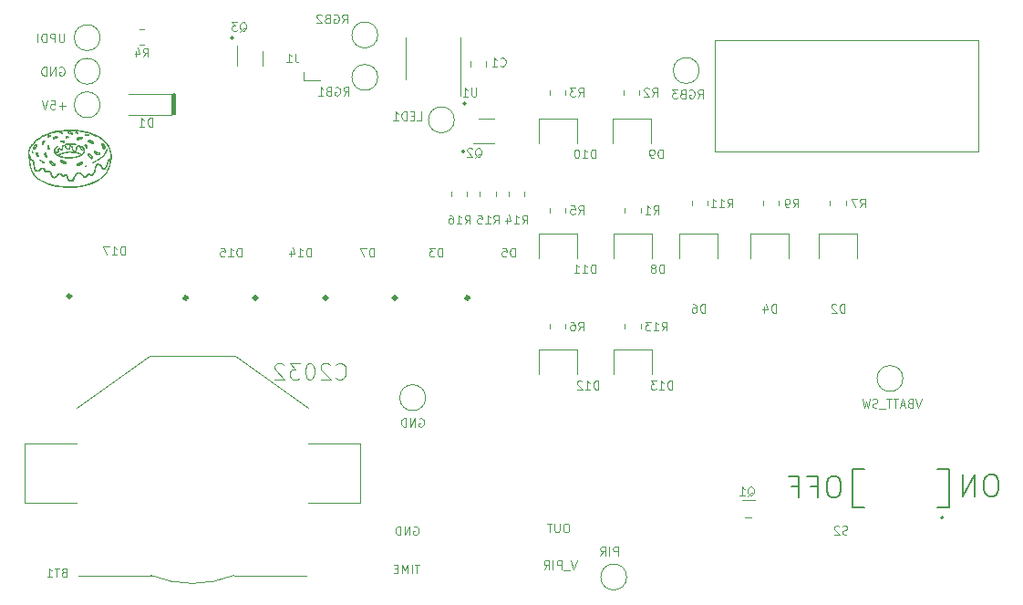
<source format=gbr>
%TF.GenerationSoftware,KiCad,Pcbnew,7.0.7*%
%TF.CreationDate,2023-11-19T13:20:32+01:00*%
%TF.ProjectId,sss_ornament_2023,7373735f-6f72-46e6-916d-656e745f3230,rev?*%
%TF.SameCoordinates,Original*%
%TF.FileFunction,Legend,Bot*%
%TF.FilePolarity,Positive*%
%FSLAX46Y46*%
G04 Gerber Fmt 4.6, Leading zero omitted, Abs format (unit mm)*
G04 Created by KiCad (PCBNEW 7.0.7) date 2023-11-19 13:20:32*
%MOMM*%
%LPD*%
G01*
G04 APERTURE LIST*
%ADD10C,0.017638*%
%ADD11C,0.100000*%
%ADD12C,0.150000*%
%ADD13C,0.080000*%
%ADD14C,0.314000*%
%ADD15C,0.120000*%
%ADD16C,0.127000*%
%ADD17C,0.200000*%
G04 APERTURE END LIST*
D10*
X91076885Y-68990575D02*
X91359853Y-69011557D01*
X91642575Y-69044438D01*
X91870869Y-69080604D01*
X92093910Y-69125256D01*
X92310973Y-69178012D01*
X92521333Y-69238486D01*
X92724257Y-69306294D01*
X92919024Y-69381053D01*
X93104903Y-69462379D01*
X93281170Y-69549886D01*
X93447094Y-69643190D01*
X93601952Y-69741909D01*
X93745015Y-69845657D01*
X93875555Y-69954052D01*
X93992847Y-70066705D01*
X94096161Y-70183237D01*
X94184773Y-70303261D01*
X94257956Y-70426394D01*
X94272811Y-70456013D01*
X94288533Y-70489675D01*
X94321860Y-70567139D01*
X94356519Y-70654801D01*
X94391091Y-70748677D01*
X94424158Y-70844781D01*
X94454301Y-70939131D01*
X94480100Y-71027742D01*
X94500141Y-71106627D01*
X94510563Y-71156460D01*
X94519363Y-71207706D01*
X94526558Y-71259853D01*
X94532163Y-71312390D01*
X94536189Y-71364810D01*
X94538652Y-71416602D01*
X94539569Y-71467254D01*
X94538952Y-71516259D01*
X94536816Y-71563105D01*
X94533178Y-71607284D01*
X94528050Y-71648285D01*
X94521446Y-71685597D01*
X94513384Y-71718712D01*
X94503875Y-71747119D01*
X94492938Y-71770309D01*
X94480584Y-71787771D01*
X94478678Y-71790005D01*
X94476813Y-71792454D01*
X94473200Y-71798009D01*
X94469739Y-71804447D01*
X94466429Y-71811787D01*
X94463264Y-71820038D01*
X94460240Y-71829221D01*
X94457357Y-71839346D01*
X94454609Y-71850428D01*
X94451996Y-71862483D01*
X94449510Y-71875524D01*
X94447149Y-71889566D01*
X94444913Y-71904624D01*
X94442794Y-71920712D01*
X94440792Y-71937844D01*
X94438902Y-71956036D01*
X94437121Y-71975300D01*
X94422265Y-72099800D01*
X94399649Y-72222695D01*
X94369435Y-72343737D01*
X94331790Y-72462671D01*
X94286871Y-72579248D01*
X94234847Y-72693216D01*
X94175878Y-72804325D01*
X94110127Y-72912323D01*
X94037757Y-73016959D01*
X93958933Y-73117983D01*
X93873816Y-73215142D01*
X93782570Y-73308187D01*
X93685359Y-73396866D01*
X93582344Y-73480928D01*
X93473690Y-73560122D01*
X93359559Y-73634196D01*
X93334220Y-73649414D01*
X93307213Y-73665139D01*
X93279369Y-73680917D01*
X93251519Y-73696292D01*
X93224497Y-73710815D01*
X93199133Y-73724030D01*
X93176261Y-73735485D01*
X93156712Y-73744726D01*
X93108248Y-73767078D01*
X93039411Y-73799329D01*
X92877297Y-73876260D01*
X92738175Y-73939051D01*
X92593440Y-73997049D01*
X92443388Y-74050211D01*
X92288313Y-74098494D01*
X92128514Y-74141851D01*
X91964284Y-74180241D01*
X91795917Y-74213620D01*
X91623711Y-74241944D01*
X91447960Y-74265168D01*
X91268962Y-74283250D01*
X91087008Y-74296146D01*
X90902396Y-74303811D01*
X90715421Y-74306203D01*
X90526377Y-74303276D01*
X90477781Y-74301166D01*
X90335562Y-74294989D01*
X90143270Y-74281296D01*
X89938639Y-74261955D01*
X89747658Y-74239746D01*
X89568012Y-74214235D01*
X89397383Y-74184989D01*
X89233457Y-74151573D01*
X89073917Y-74113554D01*
X88916449Y-74070498D01*
X88758736Y-74021972D01*
X88654495Y-73987023D01*
X88553546Y-73950808D01*
X88455858Y-73913312D01*
X88361404Y-73874518D01*
X88270151Y-73834410D01*
X88182074Y-73792970D01*
X88097141Y-73750183D01*
X88015322Y-73706032D01*
X87936591Y-73660502D01*
X87860914Y-73613575D01*
X87788267Y-73565235D01*
X87718615Y-73515466D01*
X87651934Y-73464251D01*
X87588191Y-73411575D01*
X87527356Y-73357420D01*
X87469404Y-73301770D01*
X87417531Y-73249407D01*
X87395407Y-73226416D01*
X87375449Y-73205029D01*
X87357375Y-73184855D01*
X87340901Y-73165504D01*
X87325749Y-73146585D01*
X87311631Y-73127706D01*
X87298272Y-73108476D01*
X87285384Y-73088505D01*
X87272690Y-73067400D01*
X87259904Y-73044771D01*
X87246745Y-73020228D01*
X87232933Y-72993378D01*
X87202219Y-72931195D01*
X87181991Y-72888859D01*
X87162087Y-72845884D01*
X87143018Y-72803459D01*
X87125291Y-72762773D01*
X87109419Y-72725016D01*
X87095909Y-72691376D01*
X87085272Y-72663045D01*
X87078015Y-72641211D01*
X87038434Y-72501474D01*
X87004065Y-72366357D01*
X86974692Y-72234613D01*
X86950102Y-72104996D01*
X86930077Y-71976259D01*
X86914403Y-71847158D01*
X86902864Y-71716446D01*
X86895247Y-71582878D01*
X86893069Y-71539577D01*
X86891086Y-71509510D01*
X86936682Y-71509510D01*
X86936967Y-71541255D01*
X86938021Y-71578468D01*
X86946045Y-71716070D01*
X86960046Y-71861984D01*
X86979317Y-72012161D01*
X87003158Y-72162554D01*
X87030866Y-72309113D01*
X87061736Y-72447790D01*
X87095069Y-72574538D01*
X87112439Y-72632173D01*
X87130159Y-72685308D01*
X87161115Y-72765370D01*
X87196969Y-72843795D01*
X87237674Y-72920536D01*
X87283178Y-72995542D01*
X87333430Y-73068763D01*
X87388384Y-73140148D01*
X87447984Y-73209648D01*
X87512185Y-73277212D01*
X87580935Y-73342790D01*
X87654184Y-73406332D01*
X87731883Y-73467788D01*
X87813980Y-73527108D01*
X87900424Y-73584242D01*
X87991168Y-73639138D01*
X88086161Y-73691748D01*
X88185352Y-73742020D01*
X88278041Y-73785724D01*
X88371324Y-73827252D01*
X88465336Y-73866640D01*
X88560216Y-73903930D01*
X88656099Y-73939159D01*
X88753125Y-73972365D01*
X88851427Y-74003589D01*
X88951147Y-74032867D01*
X89052419Y-74060239D01*
X89155379Y-74085743D01*
X89260167Y-74109418D01*
X89366919Y-74131303D01*
X89475771Y-74151436D01*
X89586860Y-74169856D01*
X89816301Y-74201711D01*
X89951047Y-74217938D01*
X90060900Y-74230120D01*
X90157180Y-74238748D01*
X90251206Y-74244314D01*
X90354300Y-74247310D01*
X90477781Y-74248228D01*
X90831185Y-74245792D01*
X91102442Y-74241728D01*
X91208790Y-74238651D01*
X91300349Y-74234624D01*
X91380668Y-74229457D01*
X91453293Y-74222962D01*
X91521774Y-74214948D01*
X91589657Y-74205225D01*
X91589659Y-74205225D01*
X91789143Y-74171736D01*
X91973264Y-74134729D01*
X92061466Y-74114309D01*
X92148112Y-74092292D01*
X92233964Y-74068438D01*
X92319782Y-74042508D01*
X92406328Y-74014263D01*
X92494363Y-73983464D01*
X92677947Y-73913245D01*
X92876623Y-73829936D01*
X93096488Y-73731623D01*
X93170476Y-73695769D01*
X93244602Y-73655992D01*
X93318522Y-73612590D01*
X93391898Y-73565858D01*
X93464392Y-73516092D01*
X93535662Y-73463587D01*
X93605370Y-73408636D01*
X93673177Y-73351539D01*
X93738741Y-73292588D01*
X93801723Y-73232081D01*
X93861786Y-73170311D01*
X93918588Y-73107575D01*
X93971790Y-73044168D01*
X94021052Y-72980387D01*
X94066034Y-72916524D01*
X94106399Y-72852877D01*
X94138703Y-72796994D01*
X94169425Y-72740058D01*
X94198517Y-72682225D01*
X94225931Y-72623652D01*
X94251612Y-72564493D01*
X94275515Y-72504905D01*
X94297586Y-72445045D01*
X94317777Y-72385067D01*
X94336039Y-72325127D01*
X94352321Y-72265382D01*
X94366572Y-72205988D01*
X94378742Y-72147099D01*
X94388783Y-72088873D01*
X94396643Y-72031466D01*
X94402274Y-71975032D01*
X94405624Y-71919728D01*
X94406884Y-71881230D01*
X94407204Y-71849679D01*
X94406975Y-71836265D01*
X94406469Y-71824295D01*
X94405672Y-71813672D01*
X94404570Y-71804299D01*
X94403147Y-71796077D01*
X94401392Y-71788910D01*
X94399290Y-71782699D01*
X94396826Y-71777347D01*
X94393987Y-71772757D01*
X94390757Y-71768831D01*
X94387126Y-71765471D01*
X94383077Y-71762581D01*
X94378244Y-71759691D01*
X94373527Y-71757201D01*
X94368922Y-71755114D01*
X94364425Y-71753437D01*
X94360029Y-71752175D01*
X94355730Y-71751335D01*
X94351522Y-71750920D01*
X94347401Y-71750936D01*
X94343362Y-71751389D01*
X94339400Y-71752286D01*
X94335508Y-71753631D01*
X94331683Y-71755428D01*
X94327921Y-71757685D01*
X94324214Y-71760407D01*
X94320559Y-71763599D01*
X94316950Y-71767267D01*
X94313382Y-71771416D01*
X94309850Y-71776051D01*
X94306350Y-71781178D01*
X94302877Y-71786804D01*
X94299423Y-71792932D01*
X94295986Y-71799569D01*
X94292559Y-71806719D01*
X94289140Y-71814390D01*
X94285721Y-71822586D01*
X94282296Y-71831313D01*
X94278863Y-71840574D01*
X94275416Y-71850378D01*
X94268460Y-71871633D01*
X94261385Y-71895121D01*
X94218728Y-72039067D01*
X94181329Y-72157600D01*
X94147455Y-72254633D01*
X94131303Y-72296311D01*
X94115383Y-72334083D01*
X94099483Y-72368438D01*
X94083383Y-72399866D01*
X94066872Y-72428856D01*
X94049729Y-72455897D01*
X94031742Y-72481479D01*
X94012692Y-72506092D01*
X93992366Y-72530225D01*
X93970547Y-72554367D01*
X93959709Y-72565606D01*
X93948947Y-72575970D01*
X93938257Y-72585455D01*
X93927636Y-72594064D01*
X93917084Y-72601794D01*
X93906597Y-72608645D01*
X93896174Y-72614618D01*
X93885813Y-72619711D01*
X93875513Y-72623923D01*
X93865269Y-72627256D01*
X93855082Y-72629707D01*
X93844949Y-72631276D01*
X93834867Y-72631963D01*
X93824833Y-72631768D01*
X93814849Y-72630690D01*
X93804909Y-72628728D01*
X93795013Y-72625882D01*
X93785157Y-72622151D01*
X93775341Y-72617535D01*
X93765562Y-72612034D01*
X93755819Y-72605648D01*
X93746108Y-72598373D01*
X93736430Y-72590212D01*
X93726779Y-72581163D01*
X93717156Y-72571226D01*
X93707557Y-72560401D01*
X93697981Y-72548686D01*
X93688426Y-72536082D01*
X93678889Y-72522588D01*
X93669370Y-72508204D01*
X93659864Y-72492928D01*
X93650371Y-72476760D01*
X93636157Y-72452512D01*
X93621637Y-72428982D01*
X93606871Y-72406244D01*
X93591928Y-72384370D01*
X93576867Y-72363433D01*
X93561753Y-72343505D01*
X93546652Y-72324660D01*
X93531626Y-72306970D01*
X93516738Y-72290507D01*
X93502052Y-72275347D01*
X93487632Y-72261557D01*
X93473542Y-72249216D01*
X93459845Y-72238391D01*
X93446605Y-72229158D01*
X93433886Y-72221590D01*
X93421752Y-72215757D01*
X93404947Y-72209191D01*
X93388538Y-72203699D01*
X93372519Y-72199285D01*
X93356893Y-72195949D01*
X93341657Y-72193694D01*
X93326807Y-72192521D01*
X93312345Y-72192433D01*
X93298265Y-72193430D01*
X93284566Y-72195515D01*
X93271248Y-72198690D01*
X93258308Y-72202955D01*
X93245746Y-72208314D01*
X93233557Y-72214767D01*
X93221740Y-72222316D01*
X93210296Y-72230964D01*
X93199218Y-72240712D01*
X93188509Y-72251561D01*
X93178166Y-72263513D01*
X93168185Y-72276571D01*
X93158567Y-72290735D01*
X93149307Y-72306008D01*
X93140406Y-72322392D01*
X93131861Y-72339887D01*
X93123671Y-72358496D01*
X93115833Y-72378221D01*
X93108344Y-72399063D01*
X93101205Y-72421026D01*
X93094412Y-72444107D01*
X93087966Y-72468310D01*
X93081860Y-72493640D01*
X93070675Y-72547678D01*
X93050549Y-72653081D01*
X93032941Y-72738271D01*
X93016597Y-72807093D01*
X93008504Y-72836568D01*
X93000257Y-72863394D01*
X92991699Y-72888050D01*
X92982671Y-72911018D01*
X92973018Y-72932778D01*
X92962581Y-72953811D01*
X92951205Y-72974597D01*
X92938732Y-72995620D01*
X92909869Y-73040288D01*
X92892461Y-73065652D01*
X92874800Y-73090311D01*
X92857374Y-73113651D01*
X92840668Y-73135065D01*
X92825175Y-73153941D01*
X92811379Y-73169668D01*
X92805271Y-73176159D01*
X92799770Y-73181634D01*
X92794938Y-73186017D01*
X92790835Y-73189230D01*
X92784772Y-73193256D01*
X92778567Y-73196939D01*
X92772228Y-73200283D01*
X92765758Y-73203286D01*
X92759164Y-73205950D01*
X92752449Y-73208275D01*
X92745619Y-73210263D01*
X92738681Y-73211913D01*
X92731638Y-73213228D01*
X92724496Y-73214208D01*
X92717261Y-73214853D01*
X92709938Y-73215164D01*
X92702531Y-73215143D01*
X92695045Y-73214790D01*
X92687488Y-73214105D01*
X92679862Y-73213090D01*
X92672175Y-73211745D01*
X92664428Y-73210073D01*
X92648787Y-73205741D01*
X92632980Y-73200106D01*
X92617047Y-73193171D01*
X92601033Y-73184943D01*
X92584976Y-73175429D01*
X92568919Y-73164634D01*
X92552904Y-73152567D01*
X92532228Y-73136632D01*
X92513144Y-73123117D01*
X92504132Y-73117284D01*
X92495440Y-73112077D01*
X92487037Y-73107502D01*
X92478897Y-73103566D01*
X92470997Y-73100276D01*
X92463305Y-73097639D01*
X92455798Y-73095661D01*
X92448445Y-73094350D01*
X92441224Y-73093712D01*
X92434106Y-73093754D01*
X92427063Y-73094483D01*
X92420069Y-73095906D01*
X92413098Y-73098029D01*
X92406122Y-73100861D01*
X92399113Y-73104405D01*
X92392049Y-73108671D01*
X92384896Y-73113664D01*
X92377633Y-73119393D01*
X92370232Y-73125862D01*
X92362664Y-73133080D01*
X92354903Y-73141054D01*
X92346923Y-73149790D01*
X92330195Y-73169572D01*
X92312267Y-73192485D01*
X92292924Y-73218582D01*
X92265418Y-73255876D01*
X92253285Y-73271743D01*
X92242005Y-73285963D01*
X92231409Y-73298690D01*
X92221332Y-73310078D01*
X92211603Y-73320281D01*
X92202053Y-73329454D01*
X92192516Y-73337751D01*
X92182820Y-73345327D01*
X92172800Y-73352335D01*
X92162285Y-73358930D01*
X92151106Y-73365266D01*
X92139098Y-73371498D01*
X92126089Y-73377779D01*
X92111911Y-73384264D01*
X92095661Y-73391083D01*
X92087933Y-73393944D01*
X92080450Y-73396426D01*
X92073193Y-73398524D01*
X92066145Y-73400228D01*
X92059291Y-73401529D01*
X92052611Y-73402419D01*
X92046091Y-73402890D01*
X92039711Y-73402933D01*
X92033458Y-73402539D01*
X92027312Y-73401701D01*
X92021257Y-73400409D01*
X92015276Y-73398655D01*
X92009355Y-73396432D01*
X92003472Y-73393729D01*
X91997614Y-73390539D01*
X91991763Y-73386853D01*
X91985901Y-73382665D01*
X91980013Y-73377962D01*
X91974081Y-73372738D01*
X91968088Y-73366985D01*
X91962019Y-73360694D01*
X91955854Y-73353856D01*
X91949578Y-73346464D01*
X91943175Y-73338508D01*
X91929916Y-73320872D01*
X91915941Y-73300880D01*
X91901118Y-73278465D01*
X91872160Y-73235842D01*
X91842534Y-73196435D01*
X91812327Y-73160290D01*
X91781625Y-73127455D01*
X91766114Y-73112295D01*
X91750511Y-73097977D01*
X91734827Y-73084511D01*
X91719072Y-73071901D01*
X91703257Y-73060154D01*
X91687395Y-73049275D01*
X91671492Y-73039271D01*
X91655564Y-73030146D01*
X91639619Y-73021907D01*
X91623666Y-73014560D01*
X91607718Y-73008110D01*
X91591786Y-73002564D01*
X91575882Y-72997927D01*
X91560012Y-72994206D01*
X91544191Y-72991403D01*
X91528427Y-72989529D01*
X91512733Y-72988586D01*
X91497119Y-72988583D01*
X91481594Y-72989523D01*
X91466172Y-72991415D01*
X91450860Y-72994260D01*
X91435672Y-72998069D01*
X91420617Y-73002844D01*
X91405705Y-73008594D01*
X91396428Y-73013045D01*
X91386718Y-73018761D01*
X91376604Y-73025694D01*
X91366116Y-73033800D01*
X91344143Y-73053347D01*
X91321039Y-73077040D01*
X91297048Y-73104514D01*
X91272409Y-73135407D01*
X91247366Y-73169355D01*
X91222158Y-73205995D01*
X91197031Y-73244964D01*
X91172223Y-73285899D01*
X91147979Y-73328437D01*
X91124538Y-73372212D01*
X91102145Y-73416862D01*
X91081039Y-73462027D01*
X91061463Y-73507340D01*
X91043658Y-73552439D01*
X91040257Y-73561060D01*
X91036445Y-73569925D01*
X91032265Y-73578966D01*
X91027754Y-73588118D01*
X91022956Y-73597314D01*
X91017914Y-73606487D01*
X91012666Y-73615571D01*
X91007254Y-73624499D01*
X91001722Y-73633204D01*
X90996108Y-73641621D01*
X90990455Y-73649681D01*
X90984804Y-73657319D01*
X90979196Y-73664469D01*
X90973673Y-73671063D01*
X90968277Y-73677035D01*
X90963046Y-73682318D01*
X90954701Y-73690188D01*
X90946958Y-73697126D01*
X90943247Y-73700260D01*
X90939608Y-73703180D01*
X90936015Y-73705890D01*
X90932440Y-73708398D01*
X90928858Y-73710709D01*
X90925245Y-73712830D01*
X90921569Y-73714765D01*
X90917808Y-73716522D01*
X90913936Y-73718106D01*
X90909923Y-73719524D01*
X90905746Y-73720782D01*
X90901379Y-73721886D01*
X90896792Y-73722839D01*
X90891961Y-73723651D01*
X90886862Y-73724327D01*
X90881464Y-73724872D01*
X90875743Y-73725294D01*
X90869673Y-73725598D01*
X90856380Y-73725874D01*
X90841373Y-73725751D01*
X90824440Y-73725276D01*
X90805373Y-73724498D01*
X90797166Y-73724102D01*
X90783961Y-73723465D01*
X90748998Y-73721270D01*
X90733334Y-73719919D01*
X90718763Y-73718365D01*
X90705197Y-73716588D01*
X90692547Y-73714564D01*
X90680724Y-73712272D01*
X90669639Y-73709689D01*
X90659206Y-73706792D01*
X90649331Y-73703558D01*
X90639931Y-73699965D01*
X90630913Y-73695990D01*
X90622191Y-73691611D01*
X90613675Y-73686806D01*
X90605275Y-73681550D01*
X90596905Y-73675823D01*
X90585487Y-73666730D01*
X90573622Y-73655501D01*
X90561470Y-73642412D01*
X90549195Y-73627741D01*
X90536963Y-73611768D01*
X90524935Y-73594769D01*
X90513277Y-73577023D01*
X90502150Y-73558807D01*
X90491721Y-73540400D01*
X90482152Y-73522080D01*
X90473604Y-73504124D01*
X90466246Y-73486812D01*
X90460237Y-73470418D01*
X90455742Y-73455225D01*
X90452925Y-73441507D01*
X90452197Y-73435289D01*
X90451950Y-73429545D01*
X90450759Y-73418390D01*
X90447364Y-73404251D01*
X90442038Y-73387641D01*
X90435050Y-73369069D01*
X90426669Y-73349046D01*
X90417163Y-73328084D01*
X90406806Y-73306693D01*
X90395864Y-73285385D01*
X90384611Y-73264669D01*
X90373313Y-73245059D01*
X90362240Y-73227063D01*
X90351666Y-73211194D01*
X90341857Y-73197961D01*
X90333084Y-73187877D01*
X90329169Y-73184175D01*
X90325615Y-73181452D01*
X90322456Y-73179771D01*
X90319725Y-73179196D01*
X90317173Y-73179142D01*
X90314409Y-73178979D01*
X90311463Y-73178716D01*
X90308359Y-73178357D01*
X90301782Y-73177374D01*
X90294889Y-73176073D01*
X90287891Y-73174497D01*
X90280998Y-73172691D01*
X90274422Y-73170699D01*
X90271320Y-73169647D01*
X90268374Y-73168563D01*
X90266610Y-73167997D01*
X90264739Y-73167613D01*
X90262764Y-73167411D01*
X90260683Y-73167389D01*
X90258498Y-73167548D01*
X90256211Y-73167888D01*
X90253819Y-73168409D01*
X90251324Y-73169109D01*
X90248727Y-73169989D01*
X90246026Y-73171048D01*
X90243225Y-73172288D01*
X90240324Y-73173705D01*
X90234218Y-73177073D01*
X90227714Y-73181154D01*
X90220814Y-73185945D01*
X90213523Y-73191440D01*
X90205844Y-73197640D01*
X90197779Y-73204542D01*
X90189335Y-73212143D01*
X90180514Y-73220441D01*
X90171319Y-73229434D01*
X90161755Y-73239118D01*
X90145549Y-73255428D01*
X90129739Y-73270643D01*
X90114724Y-73284430D01*
X90100898Y-73296458D01*
X90088655Y-73306393D01*
X90083250Y-73310471D01*
X90078390Y-73313901D01*
X90074125Y-73316642D01*
X90070501Y-73318651D01*
X90067570Y-73319886D01*
X90065382Y-73320308D01*
X90060795Y-73320173D01*
X90056159Y-73319770D01*
X90051479Y-73319108D01*
X90046766Y-73318190D01*
X90042025Y-73317024D01*
X90037264Y-73315616D01*
X90032493Y-73313970D01*
X90027715Y-73312094D01*
X90018175Y-73307672D01*
X90008706Y-73302399D01*
X89999366Y-73296322D01*
X89990218Y-73289488D01*
X89981322Y-73281946D01*
X89972733Y-73273743D01*
X89964517Y-73264927D01*
X89956730Y-73255545D01*
X89949433Y-73245646D01*
X89942687Y-73235277D01*
X89936549Y-73224486D01*
X89931082Y-73213320D01*
X89921780Y-73193336D01*
X89912695Y-73175228D01*
X89903724Y-73158915D01*
X89894760Y-73144317D01*
X89885700Y-73131351D01*
X89881101Y-73125455D01*
X89876439Y-73119938D01*
X89871700Y-73114788D01*
X89866870Y-73109995D01*
X89861938Y-73105551D01*
X89856889Y-73101444D01*
X89851712Y-73097664D01*
X89846392Y-73094201D01*
X89840919Y-73091047D01*
X89835274Y-73088187D01*
X89829449Y-73085615D01*
X89823430Y-73083320D01*
X89817201Y-73081292D01*
X89810753Y-73079520D01*
X89804069Y-73077994D01*
X89797140Y-73076705D01*
X89782485Y-73074794D01*
X89766684Y-73073708D01*
X89749632Y-73073363D01*
X89730886Y-73073662D01*
X89713592Y-73074651D01*
X89697539Y-73076475D01*
X89689917Y-73077744D01*
X89682527Y-73079275D01*
X89675348Y-73081085D01*
X89668351Y-73083194D01*
X89661511Y-73085617D01*
X89654802Y-73088374D01*
X89648201Y-73091482D01*
X89641681Y-73094958D01*
X89635215Y-73098822D01*
X89628779Y-73103089D01*
X89622348Y-73107780D01*
X89615893Y-73112909D01*
X89609393Y-73118497D01*
X89602819Y-73124561D01*
X89589350Y-73138187D01*
X89575285Y-73153929D01*
X89560415Y-73171931D01*
X89544536Y-73192334D01*
X89527447Y-73215281D01*
X89508939Y-73240915D01*
X89485243Y-73272607D01*
X89461539Y-73301263D01*
X89449672Y-73314457D01*
X89437793Y-73326896D01*
X89425893Y-73338583D01*
X89413970Y-73349518D01*
X89402022Y-73359704D01*
X89390043Y-73369142D01*
X89378029Y-73377832D01*
X89365978Y-73385779D01*
X89353882Y-73392981D01*
X89341741Y-73399439D01*
X89329549Y-73405158D01*
X89317304Y-73410138D01*
X89304999Y-73414380D01*
X89292631Y-73417885D01*
X89280197Y-73420656D01*
X89267694Y-73422694D01*
X89255114Y-73424001D01*
X89242457Y-73424576D01*
X89229717Y-73424423D01*
X89216890Y-73423542D01*
X89203974Y-73421936D01*
X89190962Y-73419607D01*
X89177852Y-73416553D01*
X89164639Y-73412780D01*
X89151320Y-73408287D01*
X89137890Y-73403075D01*
X89124346Y-73397145D01*
X89110684Y-73390501D01*
X89102316Y-73386035D01*
X89094116Y-73381260D01*
X89086085Y-73376173D01*
X89078218Y-73370771D01*
X89070514Y-73365052D01*
X89062974Y-73359012D01*
X89055592Y-73352650D01*
X89048370Y-73345961D01*
X89041304Y-73338944D01*
X89034393Y-73331594D01*
X89027635Y-73323912D01*
X89021027Y-73315892D01*
X89014570Y-73307532D01*
X89008261Y-73298829D01*
X89002100Y-73289781D01*
X88996081Y-73280384D01*
X88984471Y-73260537D01*
X88973419Y-73239260D01*
X88962909Y-73216535D01*
X88952929Y-73192339D01*
X88943464Y-73166648D01*
X88934500Y-73139442D01*
X88926023Y-73110696D01*
X88918020Y-73080391D01*
X88910810Y-73052945D01*
X88902987Y-73025665D01*
X88894798Y-72999268D01*
X88886497Y-72974470D01*
X88878329Y-72951989D01*
X88870547Y-72932542D01*
X88863399Y-72916845D01*
X88860140Y-72910627D01*
X88857135Y-72905615D01*
X88853269Y-72900130D01*
X88848981Y-72894808D01*
X88844289Y-72889656D01*
X88839215Y-72884679D01*
X88833783Y-72879884D01*
X88828009Y-72875277D01*
X88821920Y-72870862D01*
X88815532Y-72866648D01*
X88808870Y-72862639D01*
X88801954Y-72858841D01*
X88787443Y-72851905D01*
X88772168Y-72845885D01*
X88756302Y-72840833D01*
X88740009Y-72836793D01*
X88723464Y-72833815D01*
X88706834Y-72831946D01*
X88690288Y-72831235D01*
X88682102Y-72831329D01*
X88673998Y-72831730D01*
X88666000Y-72832444D01*
X88658130Y-72833478D01*
X88650409Y-72834837D01*
X88642857Y-72836527D01*
X88635495Y-72838554D01*
X88628346Y-72840925D01*
X88615564Y-72845253D01*
X88602839Y-72848978D01*
X88590183Y-72852109D01*
X88577616Y-72854650D01*
X88565149Y-72856609D01*
X88552796Y-72857991D01*
X88540577Y-72858802D01*
X88528501Y-72859051D01*
X88516589Y-72858740D01*
X88504851Y-72857879D01*
X88493304Y-72856473D01*
X88481963Y-72854527D01*
X88470841Y-72852050D01*
X88459957Y-72849046D01*
X88449322Y-72845522D01*
X88438954Y-72841484D01*
X88428867Y-72836939D01*
X88419074Y-72831892D01*
X88409593Y-72826351D01*
X88400436Y-72820321D01*
X88391620Y-72813809D01*
X88383161Y-72806822D01*
X88375070Y-72799363D01*
X88367365Y-72791442D01*
X88360062Y-72783063D01*
X88353173Y-72774233D01*
X88346713Y-72764959D01*
X88340701Y-72755246D01*
X88335147Y-72745102D01*
X88330068Y-72734531D01*
X88325480Y-72723541D01*
X88321398Y-72712139D01*
X88316003Y-72696235D01*
X88310734Y-72681777D01*
X88305498Y-72668653D01*
X88300192Y-72656751D01*
X88294722Y-72645961D01*
X88288988Y-72636170D01*
X88282896Y-72627267D01*
X88276346Y-72619143D01*
X88269241Y-72611684D01*
X88261483Y-72604780D01*
X88252977Y-72598318D01*
X88243622Y-72592192D01*
X88233323Y-72586286D01*
X88221981Y-72580489D01*
X88209499Y-72574690D01*
X88195781Y-72568779D01*
X88180326Y-72562692D01*
X88165809Y-72557808D01*
X88158856Y-72555833D01*
X88152087Y-72554177D01*
X88145482Y-72552845D01*
X88139023Y-72551845D01*
X88132693Y-72551183D01*
X88126477Y-72550863D01*
X88120354Y-72550893D01*
X88114309Y-72551278D01*
X88108323Y-72552025D01*
X88102381Y-72553139D01*
X88096461Y-72554628D01*
X88090551Y-72556497D01*
X88084629Y-72558749D01*
X88078680Y-72561395D01*
X88072686Y-72564439D01*
X88066631Y-72567887D01*
X88060496Y-72571745D01*
X88054261Y-72576019D01*
X88047914Y-72580716D01*
X88041434Y-72585841D01*
X88028008Y-72597400D01*
X88013844Y-72610747D01*
X87998804Y-72625927D01*
X87982746Y-72642992D01*
X87961019Y-72666155D01*
X87940416Y-72687225D01*
X87920794Y-72706287D01*
X87902004Y-72723424D01*
X87883901Y-72738717D01*
X87866338Y-72752248D01*
X87849171Y-72764100D01*
X87832252Y-72774355D01*
X87815434Y-72783095D01*
X87798574Y-72790403D01*
X87781522Y-72796361D01*
X87764135Y-72801051D01*
X87746265Y-72804557D01*
X87727767Y-72806958D01*
X87708494Y-72808338D01*
X87688299Y-72808780D01*
X87667557Y-72808377D01*
X87647546Y-72807161D01*
X87628256Y-72805117D01*
X87609678Y-72802232D01*
X87591801Y-72798493D01*
X87574618Y-72793886D01*
X87558115Y-72788399D01*
X87542286Y-72782016D01*
X87527122Y-72774726D01*
X87512609Y-72766515D01*
X87498740Y-72757370D01*
X87485507Y-72747276D01*
X87472896Y-72736221D01*
X87460901Y-72724192D01*
X87449511Y-72711174D01*
X87438716Y-72697155D01*
X87428508Y-72682121D01*
X87418875Y-72666058D01*
X87409808Y-72648954D01*
X87401298Y-72630794D01*
X87393334Y-72611567D01*
X87385910Y-72591259D01*
X87379011Y-72569853D01*
X87372631Y-72547340D01*
X87366760Y-72523704D01*
X87361387Y-72498933D01*
X87356502Y-72473014D01*
X87352096Y-72445932D01*
X87344686Y-72388228D01*
X87339076Y-72325715D01*
X87331716Y-72235784D01*
X87323382Y-72154523D01*
X87314062Y-72081870D01*
X87303742Y-72017760D01*
X87292413Y-71962130D01*
X87280063Y-71914917D01*
X87273500Y-71894448D01*
X87266679Y-71876059D01*
X87259597Y-71859742D01*
X87252251Y-71845489D01*
X87245608Y-71833838D01*
X87239578Y-71823598D01*
X87234006Y-71814687D01*
X87228735Y-71807026D01*
X87226162Y-71803637D01*
X87223608Y-71800530D01*
X87221049Y-71797694D01*
X87218467Y-71795119D01*
X87215843Y-71792794D01*
X87213157Y-71790710D01*
X87210389Y-71788856D01*
X87207519Y-71787223D01*
X87204530Y-71785799D01*
X87201400Y-71784574D01*
X87198109Y-71783539D01*
X87194637Y-71782682D01*
X87190969Y-71781995D01*
X87187080Y-71781466D01*
X87182951Y-71781085D01*
X87178566Y-71780842D01*
X87168942Y-71780730D01*
X87158050Y-71781047D01*
X87145732Y-71781712D01*
X87131834Y-71782643D01*
X87119389Y-71783438D01*
X87108119Y-71783968D01*
X87097937Y-71784205D01*
X87088754Y-71784118D01*
X87080482Y-71783679D01*
X87073030Y-71782860D01*
X87066314Y-71781631D01*
X87060244Y-71779964D01*
X87054734Y-71777829D01*
X87049692Y-71775198D01*
X87045032Y-71772041D01*
X87040665Y-71768330D01*
X87036505Y-71764036D01*
X87032461Y-71759130D01*
X87028447Y-71753582D01*
X87024374Y-71747365D01*
X87021684Y-71742729D01*
X87018954Y-71737326D01*
X87016202Y-71731221D01*
X87013448Y-71724480D01*
X87010711Y-71717171D01*
X87008008Y-71709359D01*
X87005362Y-71701110D01*
X87002788Y-71692491D01*
X87000307Y-71683567D01*
X86997939Y-71674406D01*
X86995703Y-71665075D01*
X86993615Y-71655636D01*
X86991697Y-71646160D01*
X86989969Y-71636709D01*
X86988446Y-71627352D01*
X86987151Y-71618155D01*
X86981594Y-71577304D01*
X86976151Y-71541393D01*
X86970868Y-71510459D01*
X86965791Y-71484540D01*
X86960967Y-71463675D01*
X86956443Y-71447900D01*
X86952267Y-71437254D01*
X86950323Y-71433866D01*
X86948484Y-71431774D01*
X86946755Y-71430984D01*
X86945143Y-71431499D01*
X86943652Y-71433325D01*
X86942288Y-71436466D01*
X86939968Y-71446713D01*
X86938231Y-71462277D01*
X86937119Y-71483198D01*
X86936682Y-71509510D01*
X86891086Y-71509510D01*
X86890305Y-71497671D01*
X86887068Y-71458186D01*
X86883469Y-71422145D01*
X86879625Y-71390575D01*
X86875644Y-71364500D01*
X86871641Y-71344945D01*
X86869667Y-71337934D01*
X86867730Y-71332937D01*
X86865686Y-71327706D01*
X86863820Y-71320838D01*
X86862131Y-71312393D01*
X86860623Y-71302431D01*
X86859297Y-71291008D01*
X86858159Y-71278187D01*
X86857208Y-71264024D01*
X86856448Y-71248580D01*
X86855509Y-71214085D01*
X86855385Y-71181458D01*
X86871390Y-71181458D01*
X86871459Y-71195780D01*
X86871738Y-71208779D01*
X86872271Y-71220577D01*
X86873104Y-71231296D01*
X86874282Y-71241057D01*
X86875851Y-71249982D01*
X86877855Y-71258193D01*
X86880342Y-71265812D01*
X86883355Y-71272958D01*
X86886940Y-71279758D01*
X86891142Y-71286329D01*
X86896008Y-71292795D01*
X86901582Y-71299277D01*
X86907911Y-71305897D01*
X86915037Y-71312777D01*
X86923008Y-71320038D01*
X86934766Y-71331270D01*
X86945993Y-71343512D01*
X86956664Y-71356689D01*
X86966742Y-71370727D01*
X86976200Y-71385549D01*
X86985003Y-71401081D01*
X86993124Y-71417247D01*
X87000529Y-71433972D01*
X87007187Y-71451178D01*
X87013068Y-71468793D01*
X87018138Y-71486740D01*
X87022370Y-71504945D01*
X87025729Y-71523331D01*
X87028186Y-71541823D01*
X87029708Y-71560347D01*
X87030266Y-71578826D01*
X87030723Y-71598743D01*
X87031953Y-71617352D01*
X87033949Y-71634647D01*
X87036710Y-71650621D01*
X87040230Y-71665270D01*
X87044506Y-71678587D01*
X87049535Y-71690566D01*
X87055313Y-71701202D01*
X87058482Y-71706014D01*
X87061837Y-71710488D01*
X87065378Y-71714623D01*
X87069102Y-71718419D01*
X87073013Y-71721874D01*
X87077106Y-71724988D01*
X87081384Y-71727761D01*
X87085845Y-71730191D01*
X87090489Y-71732278D01*
X87095315Y-71734021D01*
X87100323Y-71735420D01*
X87105511Y-71736472D01*
X87110881Y-71737179D01*
X87116433Y-71737539D01*
X87122164Y-71737551D01*
X87128073Y-71737215D01*
X87141869Y-71736505D01*
X87155197Y-71736770D01*
X87168068Y-71738016D01*
X87174336Y-71739007D01*
X87180494Y-71740246D01*
X87186543Y-71741734D01*
X87192485Y-71743472D01*
X87198318Y-71745459D01*
X87204049Y-71747696D01*
X87209674Y-71750186D01*
X87215197Y-71752927D01*
X87220620Y-71755923D01*
X87225941Y-71759171D01*
X87231166Y-71762676D01*
X87236291Y-71766436D01*
X87246256Y-71774727D01*
X87255846Y-71784050D01*
X87265071Y-71794412D01*
X87273945Y-71805820D01*
X87282473Y-71818281D01*
X87290667Y-71831800D01*
X87298540Y-71846386D01*
X87308305Y-71865912D01*
X87317126Y-71884485D01*
X87325074Y-71902444D01*
X87332223Y-71920131D01*
X87338649Y-71937889D01*
X87344424Y-71956058D01*
X87349622Y-71974980D01*
X87354317Y-71994997D01*
X87358583Y-72016449D01*
X87362494Y-72039679D01*
X87366123Y-72065028D01*
X87369544Y-72092840D01*
X87372831Y-72123451D01*
X87376057Y-72157208D01*
X87382626Y-72235517D01*
X87388561Y-72302623D01*
X87395407Y-72364154D01*
X87403265Y-72420308D01*
X87412234Y-72471285D01*
X87422415Y-72517283D01*
X87433908Y-72558501D01*
X87446812Y-72595137D01*
X87461230Y-72627390D01*
X87477260Y-72655459D01*
X87495003Y-72679542D01*
X87514558Y-72699838D01*
X87536028Y-72716545D01*
X87559511Y-72729863D01*
X87585109Y-72739989D01*
X87612922Y-72747123D01*
X87643048Y-72751463D01*
X87666634Y-72753509D01*
X87688157Y-72754824D01*
X87707881Y-72755297D01*
X87726070Y-72754817D01*
X87742988Y-72753270D01*
X87751052Y-72752063D01*
X87758897Y-72750547D01*
X87766558Y-72748709D01*
X87774063Y-72746535D01*
X87781450Y-72744010D01*
X87788752Y-72741122D01*
X87795998Y-72737855D01*
X87803223Y-72734196D01*
X87810461Y-72730132D01*
X87817742Y-72725647D01*
X87832575Y-72715363D01*
X87847983Y-72703231D01*
X87864231Y-72689140D01*
X87881584Y-72672978D01*
X87900306Y-72654634D01*
X87920658Y-72633996D01*
X87942065Y-72612706D01*
X87963752Y-72592414D01*
X87985117Y-72573596D01*
X88005566Y-72556725D01*
X88015261Y-72549168D01*
X88024502Y-72542277D01*
X88033215Y-72536110D01*
X88041325Y-72530726D01*
X88048758Y-72526186D01*
X88055441Y-72522549D01*
X88061296Y-72519873D01*
X88066252Y-72518218D01*
X88071114Y-72517248D01*
X88076591Y-72516610D01*
X88089226Y-72516279D01*
X88103822Y-72517128D01*
X88120047Y-72519062D01*
X88137566Y-72521984D01*
X88156046Y-72525797D01*
X88175152Y-72530404D01*
X88194553Y-72535710D01*
X88213915Y-72541618D01*
X88232903Y-72548031D01*
X88251183Y-72554853D01*
X88268423Y-72561987D01*
X88284289Y-72569336D01*
X88298448Y-72576805D01*
X88310565Y-72584296D01*
X88320307Y-72591714D01*
X88323330Y-72594598D01*
X88326380Y-72597993D01*
X88329435Y-72601856D01*
X88332476Y-72606145D01*
X88335480Y-72610816D01*
X88338431Y-72615827D01*
X88341303Y-72621136D01*
X88344080Y-72626700D01*
X88346739Y-72632473D01*
X88349259Y-72638417D01*
X88351622Y-72644486D01*
X88353805Y-72650638D01*
X88355790Y-72656830D01*
X88357553Y-72663020D01*
X88359077Y-72669164D01*
X88360340Y-72675221D01*
X88362558Y-72685563D01*
X88365256Y-72695552D01*
X88368420Y-72705178D01*
X88372037Y-72714440D01*
X88376096Y-72723327D01*
X88380581Y-72731833D01*
X88385479Y-72739951D01*
X88390778Y-72747676D01*
X88396466Y-72755001D01*
X88402526Y-72761917D01*
X88408949Y-72768420D01*
X88415719Y-72774503D01*
X88422822Y-72780158D01*
X88430248Y-72785380D01*
X88437980Y-72790161D01*
X88446008Y-72794495D01*
X88454319Y-72798375D01*
X88462895Y-72801794D01*
X88471729Y-72804747D01*
X88480802Y-72807226D01*
X88490106Y-72809224D01*
X88499623Y-72810735D01*
X88509343Y-72811752D01*
X88519252Y-72812268D01*
X88529337Y-72812279D01*
X88539583Y-72811776D01*
X88549980Y-72810752D01*
X88560511Y-72809202D01*
X88571166Y-72807116D01*
X88581930Y-72804491D01*
X88592789Y-72801319D01*
X88603732Y-72797593D01*
X88616213Y-72793112D01*
X88627542Y-72789244D01*
X88637916Y-72785994D01*
X88647529Y-72783368D01*
X88656580Y-72781373D01*
X88665262Y-72780012D01*
X88673770Y-72779294D01*
X88682301Y-72779222D01*
X88691050Y-72779804D01*
X88700212Y-72781045D01*
X88709983Y-72782950D01*
X88720558Y-72785525D01*
X88732134Y-72788777D01*
X88744904Y-72792710D01*
X88774814Y-72802646D01*
X88796113Y-72810301D01*
X88815504Y-72818186D01*
X88833136Y-72826500D01*
X88841337Y-72830879D01*
X88849153Y-72835440D01*
X88856603Y-72840205D01*
X88863704Y-72845204D01*
X88870477Y-72850457D01*
X88876939Y-72855991D01*
X88883108Y-72861830D01*
X88889001Y-72868000D01*
X88894641Y-72874524D01*
X88900042Y-72881427D01*
X88905225Y-72888736D01*
X88910208Y-72896472D01*
X88915007Y-72904663D01*
X88919644Y-72913333D01*
X88924136Y-72922506D01*
X88928503Y-72932207D01*
X88936928Y-72953294D01*
X88945068Y-72976791D01*
X88953072Y-73002896D01*
X88961087Y-73031810D01*
X88969259Y-73063726D01*
X88976357Y-73091419D01*
X88983427Y-73116972D01*
X88990558Y-73140534D01*
X88997837Y-73162254D01*
X89005352Y-73182282D01*
X89013191Y-73200766D01*
X89021443Y-73217855D01*
X89030197Y-73233700D01*
X89039538Y-73248449D01*
X89049559Y-73262251D01*
X89060346Y-73275255D01*
X89071986Y-73287612D01*
X89084569Y-73299469D01*
X89098183Y-73310976D01*
X89112915Y-73322283D01*
X89128853Y-73333538D01*
X89139421Y-73340390D01*
X89149984Y-73346559D01*
X89160539Y-73352044D01*
X89171090Y-73356846D01*
X89181633Y-73360964D01*
X89192170Y-73364399D01*
X89202699Y-73367151D01*
X89213222Y-73369219D01*
X89223737Y-73370605D01*
X89234244Y-73371308D01*
X89244743Y-73371328D01*
X89255235Y-73370664D01*
X89265718Y-73369319D01*
X89276191Y-73367291D01*
X89286656Y-73364580D01*
X89297112Y-73361187D01*
X89307559Y-73357111D01*
X89317997Y-73352354D01*
X89328424Y-73346914D01*
X89338841Y-73340792D01*
X89349248Y-73333988D01*
X89359643Y-73326502D01*
X89370029Y-73318334D01*
X89380402Y-73309485D01*
X89390764Y-73299954D01*
X89401116Y-73289742D01*
X89411455Y-73278848D01*
X89421782Y-73267273D01*
X89442399Y-73242078D01*
X89462964Y-73214160D01*
X89481775Y-73187731D01*
X89499310Y-73163995D01*
X89515771Y-73142814D01*
X89531363Y-73124054D01*
X89546284Y-73107576D01*
X89560739Y-73093246D01*
X89574928Y-73080927D01*
X89581985Y-73075480D01*
X89589053Y-73070483D01*
X89596156Y-73065922D01*
X89603318Y-73061778D01*
X89610564Y-73058035D01*
X89617921Y-73054676D01*
X89625414Y-73051683D01*
X89633069Y-73049039D01*
X89640909Y-73046728D01*
X89648960Y-73044733D01*
X89665796Y-73041621D01*
X89683782Y-73039567D01*
X89703117Y-73038434D01*
X89724004Y-73038087D01*
X89745625Y-73038489D01*
X89765973Y-73039730D01*
X89785136Y-73041859D01*
X89803209Y-73044927D01*
X89820277Y-73048983D01*
X89836435Y-73054077D01*
X89851769Y-73060260D01*
X89866371Y-73067581D01*
X89880331Y-73076090D01*
X89893741Y-73085838D01*
X89906687Y-73096875D01*
X89919263Y-73109249D01*
X89931560Y-73123012D01*
X89943663Y-73138214D01*
X89955668Y-73154904D01*
X89967662Y-73173132D01*
X89978089Y-73188992D01*
X89983153Y-73196192D01*
X89988125Y-73202907D01*
X89993015Y-73209137D01*
X89997830Y-73214886D01*
X90002579Y-73220153D01*
X90007265Y-73224939D01*
X90011899Y-73229247D01*
X90016488Y-73233078D01*
X90021038Y-73236432D01*
X90025560Y-73239311D01*
X90030056Y-73241716D01*
X90034537Y-73243649D01*
X90039012Y-73245110D01*
X90043483Y-73246102D01*
X90047963Y-73246625D01*
X90052457Y-73246680D01*
X90056972Y-73246269D01*
X90061517Y-73245393D01*
X90066098Y-73244053D01*
X90070723Y-73242251D01*
X90075400Y-73239988D01*
X90080137Y-73237265D01*
X90084938Y-73234083D01*
X90089814Y-73230444D01*
X90094773Y-73226349D01*
X90099819Y-73221798D01*
X90104961Y-73216795D01*
X90110208Y-73211339D01*
X90115564Y-73205431D01*
X90121042Y-73199074D01*
X90125590Y-73193803D01*
X90130410Y-73188464D01*
X90135462Y-73183096D01*
X90140703Y-73177736D01*
X90146090Y-73172418D01*
X90151582Y-73167182D01*
X90157137Y-73162063D01*
X90162713Y-73157099D01*
X90168267Y-73152325D01*
X90173758Y-73147779D01*
X90179143Y-73143498D01*
X90184381Y-73139517D01*
X90189430Y-73135875D01*
X90194246Y-73132608D01*
X90198791Y-73129752D01*
X90203019Y-73127345D01*
X90207083Y-73125346D01*
X90211431Y-73123545D01*
X90220894Y-73120525D01*
X90231254Y-73118262D01*
X90242360Y-73116740D01*
X90254058Y-73115938D01*
X90266199Y-73115839D01*
X90278627Y-73116422D01*
X90291193Y-73117669D01*
X90303742Y-73119561D01*
X90316122Y-73122078D01*
X90328185Y-73125202D01*
X90339773Y-73128914D01*
X90350738Y-73133195D01*
X90360925Y-73138025D01*
X90370183Y-73143386D01*
X90374416Y-73146259D01*
X90378361Y-73149259D01*
X90385046Y-73155626D01*
X90392427Y-73164404D01*
X90400388Y-73175356D01*
X90408816Y-73188251D01*
X90417595Y-73202850D01*
X90426613Y-73218919D01*
X90435754Y-73236224D01*
X90444904Y-73254530D01*
X90453947Y-73273601D01*
X90462770Y-73293202D01*
X90471261Y-73313100D01*
X90479302Y-73333058D01*
X90486779Y-73352842D01*
X90493580Y-73372217D01*
X90499589Y-73390947D01*
X90504692Y-73408798D01*
X90510313Y-73428541D01*
X90516508Y-73447714D01*
X90523261Y-73466287D01*
X90530551Y-73484230D01*
X90538357Y-73501513D01*
X90546665Y-73518107D01*
X90555451Y-73533982D01*
X90564697Y-73549107D01*
X90574385Y-73563453D01*
X90584496Y-73576991D01*
X90595008Y-73589690D01*
X90605906Y-73601520D01*
X90617168Y-73612452D01*
X90628775Y-73622457D01*
X90640709Y-73631503D01*
X90652949Y-73639560D01*
X90667697Y-73647535D01*
X90683877Y-73654449D01*
X90701241Y-73660303D01*
X90719543Y-73665095D01*
X90738535Y-73668826D01*
X90757967Y-73671496D01*
X90777594Y-73673104D01*
X90797165Y-73673651D01*
X90816435Y-73673136D01*
X90835154Y-73671557D01*
X90853074Y-73668917D01*
X90869948Y-73665215D01*
X90885529Y-73660448D01*
X90899568Y-73654619D01*
X90905932Y-73651306D01*
X90911817Y-73647727D01*
X90917192Y-73643882D01*
X90922029Y-73639772D01*
X90925883Y-73635842D01*
X90930043Y-73630970D01*
X90934472Y-73625225D01*
X90939127Y-73618678D01*
X90943973Y-73611399D01*
X90948969Y-73603460D01*
X90954074Y-73594927D01*
X90959250Y-73585874D01*
X90964460Y-73576369D01*
X90969662Y-73566481D01*
X90974817Y-73556283D01*
X90979889Y-73545841D01*
X90984833Y-73535231D01*
X90989614Y-73524519D01*
X90994193Y-73513776D01*
X90998529Y-73503070D01*
X91015182Y-73462732D01*
X91033489Y-73421908D01*
X91053254Y-73380895D01*
X91074276Y-73339993D01*
X91096360Y-73299501D01*
X91119310Y-73259716D01*
X91142927Y-73220938D01*
X91167012Y-73183466D01*
X91191372Y-73147598D01*
X91215806Y-73113632D01*
X91240117Y-73081868D01*
X91264110Y-73052605D01*
X91287587Y-73026140D01*
X91310349Y-73002773D01*
X91332198Y-72982803D01*
X91352942Y-72966528D01*
X91361080Y-72960907D01*
X91368930Y-72955878D01*
X91376600Y-72951419D01*
X91384197Y-72947508D01*
X91391830Y-72944124D01*
X91399608Y-72941246D01*
X91407634Y-72938852D01*
X91416020Y-72936920D01*
X91424870Y-72935431D01*
X91434295Y-72934361D01*
X91444402Y-72933690D01*
X91455297Y-72933397D01*
X91467091Y-72933459D01*
X91479888Y-72933856D01*
X91493798Y-72934567D01*
X91508927Y-72935569D01*
X91533415Y-72938109D01*
X91557337Y-72942188D01*
X91580790Y-72947876D01*
X91603879Y-72955245D01*
X91626705Y-72964365D01*
X91649369Y-72975307D01*
X91671974Y-72988141D01*
X91694619Y-73002940D01*
X91717410Y-73019773D01*
X91740446Y-73038712D01*
X91763830Y-73059826D01*
X91787663Y-73083188D01*
X91812046Y-73108868D01*
X91837083Y-73136937D01*
X91862873Y-73167466D01*
X91889519Y-73200524D01*
X91911140Y-73227618D01*
X91932004Y-73253198D01*
X91951608Y-73276682D01*
X91969446Y-73297489D01*
X91985009Y-73315038D01*
X91997792Y-73328746D01*
X92007289Y-73338033D01*
X92010645Y-73340836D01*
X92012991Y-73342316D01*
X92015085Y-73343020D01*
X92017704Y-73343549D01*
X92020808Y-73343905D01*
X92024360Y-73344094D01*
X92028322Y-73344118D01*
X92032653Y-73343982D01*
X92037318Y-73343689D01*
X92042276Y-73343244D01*
X92047489Y-73342651D01*
X92052920Y-73341913D01*
X92058530Y-73341034D01*
X92064279Y-73340018D01*
X92070131Y-73338871D01*
X92076046Y-73337593D01*
X92081985Y-73336191D01*
X92087912Y-73334668D01*
X92095591Y-73332310D01*
X92103281Y-73329337D01*
X92111012Y-73325722D01*
X92118816Y-73321435D01*
X92126720Y-73316452D01*
X92134756Y-73310745D01*
X92142954Y-73304286D01*
X92151345Y-73297047D01*
X92159958Y-73289003D01*
X92168824Y-73280126D01*
X92177973Y-73270389D01*
X92187435Y-73259763D01*
X92197240Y-73248224D01*
X92207421Y-73235742D01*
X92218004Y-73222291D01*
X92229022Y-73207844D01*
X92254804Y-73174229D01*
X92278799Y-73144464D01*
X92301231Y-73118464D01*
X92322324Y-73096145D01*
X92332438Y-73086339D01*
X92342302Y-73077422D01*
X92351942Y-73069382D01*
X92361386Y-73062209D01*
X92370662Y-73055891D01*
X92379799Y-73050421D01*
X92388824Y-73045785D01*
X92397764Y-73041973D01*
X92406650Y-73038974D01*
X92415507Y-73036779D01*
X92424364Y-73035375D01*
X92433248Y-73034755D01*
X92442188Y-73034904D01*
X92451210Y-73035813D01*
X92460345Y-73037473D01*
X92469619Y-73039872D01*
X92479060Y-73042999D01*
X92488696Y-73046843D01*
X92498555Y-73051396D01*
X92508664Y-73056643D01*
X92519053Y-73062577D01*
X92529746Y-73069186D01*
X92552168Y-73084387D01*
X92609672Y-73125185D01*
X92647969Y-73152061D01*
X92652642Y-73154992D01*
X92657449Y-73157439D01*
X92662388Y-73159405D01*
X92667461Y-73160887D01*
X92672668Y-73161888D01*
X92678007Y-73162407D01*
X92683480Y-73162444D01*
X92689082Y-73162001D01*
X92694818Y-73161075D01*
X92700682Y-73159669D01*
X92706679Y-73157783D01*
X92712804Y-73155417D01*
X92719059Y-73152571D01*
X92725445Y-73149246D01*
X92731958Y-73145441D01*
X92738598Y-73141158D01*
X92745368Y-73136396D01*
X92752265Y-73131155D01*
X92759289Y-73125437D01*
X92766439Y-73119240D01*
X92773715Y-73112567D01*
X92781119Y-73105416D01*
X92796297Y-73089683D01*
X92811974Y-73072046D01*
X92828147Y-73052506D01*
X92844809Y-73031066D01*
X92861958Y-73007726D01*
X92889766Y-72968171D01*
X92901466Y-72950723D01*
X92911871Y-72934397D01*
X92921111Y-72918869D01*
X92929319Y-72903816D01*
X92936626Y-72888915D01*
X92943162Y-72873841D01*
X92949060Y-72858273D01*
X92954450Y-72841886D01*
X92959464Y-72824357D01*
X92964233Y-72805363D01*
X92968887Y-72784580D01*
X92973560Y-72761685D01*
X92983481Y-72708264D01*
X92999305Y-72622944D01*
X93014158Y-72550558D01*
X93028658Y-72489115D01*
X93035966Y-72461877D01*
X93043417Y-72436630D01*
X93051089Y-72413125D01*
X93059057Y-72391115D01*
X93067398Y-72370350D01*
X93076192Y-72350584D01*
X93085511Y-72331564D01*
X93095437Y-72313045D01*
X93117411Y-72276515D01*
X93130055Y-72257248D01*
X93142184Y-72239717D01*
X93153889Y-72223855D01*
X93165269Y-72209594D01*
X93176419Y-72196865D01*
X93187434Y-72185601D01*
X93198409Y-72175732D01*
X93209442Y-72167193D01*
X93215009Y-72163399D01*
X93220627Y-72159912D01*
X93226305Y-72156722D01*
X93232060Y-72153823D01*
X93237899Y-72151204D01*
X93243836Y-72148858D01*
X93249882Y-72146776D01*
X93256051Y-72144948D01*
X93268801Y-72142026D01*
X93282184Y-72140023D01*
X93296291Y-72138871D01*
X93311220Y-72138502D01*
X93337586Y-72139414D01*
X93350408Y-72140570D01*
X93363007Y-72142208D01*
X93375400Y-72144339D01*
X93387599Y-72146974D01*
X93399620Y-72150125D01*
X93411478Y-72153803D01*
X93423184Y-72158019D01*
X93434757Y-72162783D01*
X93446207Y-72168107D01*
X93457552Y-72174004D01*
X93468805Y-72180483D01*
X93479978Y-72187557D01*
X93491089Y-72195235D01*
X93502151Y-72203529D01*
X93513179Y-72212452D01*
X93524186Y-72222013D01*
X93546197Y-72243096D01*
X93568298Y-72266869D01*
X93590606Y-72293421D01*
X93613237Y-72322843D01*
X93636303Y-72355223D01*
X93659921Y-72390651D01*
X93684204Y-72429217D01*
X93693817Y-72444641D01*
X93703143Y-72459118D01*
X93712190Y-72472663D01*
X93720975Y-72485290D01*
X93729507Y-72497011D01*
X93737799Y-72507840D01*
X93745863Y-72517791D01*
X93753713Y-72526878D01*
X93761359Y-72535115D01*
X93768815Y-72542514D01*
X93776091Y-72549090D01*
X93783200Y-72554856D01*
X93790156Y-72559826D01*
X93796969Y-72564013D01*
X93803652Y-72567431D01*
X93810216Y-72570093D01*
X93818584Y-72572921D01*
X93826216Y-72575167D01*
X93829804Y-72576048D01*
X93833262Y-72576754D01*
X93836611Y-72577276D01*
X93839868Y-72577604D01*
X93843052Y-72577725D01*
X93846183Y-72577633D01*
X93849279Y-72577315D01*
X93852359Y-72576764D01*
X93855439Y-72575967D01*
X93858542Y-72574917D01*
X93861683Y-72573602D01*
X93864881Y-72572013D01*
X93868155Y-72570139D01*
X93871527Y-72567971D01*
X93875009Y-72565499D01*
X93878626Y-72562712D01*
X93882393Y-72559602D01*
X93886329Y-72556156D01*
X93890453Y-72552368D01*
X93894784Y-72548225D01*
X93904141Y-72538838D01*
X93914549Y-72527915D01*
X93926154Y-72515375D01*
X93939109Y-72501143D01*
X93958099Y-72479594D01*
X93975894Y-72458144D01*
X93992612Y-72436551D01*
X94008367Y-72414570D01*
X94023278Y-72391959D01*
X94037461Y-72368474D01*
X94051037Y-72343871D01*
X94064119Y-72317907D01*
X94076827Y-72290338D01*
X94089276Y-72260921D01*
X94101587Y-72229412D01*
X94113874Y-72195567D01*
X94126254Y-72159144D01*
X94138848Y-72119899D01*
X94151770Y-72077587D01*
X94165139Y-72031967D01*
X94197333Y-71923389D01*
X94211620Y-71878579D01*
X94225002Y-71839693D01*
X94237708Y-71806432D01*
X94249961Y-71778499D01*
X94261988Y-71755596D01*
X94274018Y-71737426D01*
X94280104Y-71730022D01*
X94286275Y-71723690D01*
X94292559Y-71718392D01*
X94298986Y-71714092D01*
X94305584Y-71710751D01*
X94312380Y-71708333D01*
X94319403Y-71706800D01*
X94326682Y-71706117D01*
X94334244Y-71706243D01*
X94342116Y-71707143D01*
X94358914Y-71711116D01*
X94377298Y-71717740D01*
X94397496Y-71726715D01*
X94414225Y-71734345D01*
X94421838Y-71737490D01*
X94428969Y-71740121D01*
X94435633Y-71742190D01*
X94441843Y-71743649D01*
X94447614Y-71744447D01*
X94452960Y-71744537D01*
X94455480Y-71744300D01*
X94457897Y-71743868D01*
X94460217Y-71743234D01*
X94462440Y-71742392D01*
X94464565Y-71741337D01*
X94466599Y-71740061D01*
X94468541Y-71738558D01*
X94470392Y-71736824D01*
X94472155Y-71734851D01*
X94473832Y-71732633D01*
X94475424Y-71730164D01*
X94476934Y-71727438D01*
X94479712Y-71721193D01*
X94482181Y-71713844D01*
X94484354Y-71705346D01*
X94486245Y-71695648D01*
X94487872Y-71684702D01*
X94489245Y-71672460D01*
X94490381Y-71658869D01*
X94491295Y-71643883D01*
X94491998Y-71627454D01*
X94492508Y-71609530D01*
X94492999Y-71569006D01*
X94492885Y-71521920D01*
X94492279Y-71467878D01*
X94491297Y-71406489D01*
X94488520Y-71343921D01*
X94482411Y-71278293D01*
X94473135Y-71210114D01*
X94460859Y-71139895D01*
X94445748Y-71068145D01*
X94427968Y-70995372D01*
X94407681Y-70922087D01*
X94385057Y-70848798D01*
X94360260Y-70776016D01*
X94333453Y-70704248D01*
X94304803Y-70634006D01*
X94274475Y-70565797D01*
X94242636Y-70500132D01*
X94209450Y-70437520D01*
X94175081Y-70378470D01*
X94139696Y-70323492D01*
X94098564Y-70265735D01*
X94054286Y-70208932D01*
X94006913Y-70153110D01*
X93956501Y-70098294D01*
X93903101Y-70044508D01*
X93846770Y-69991780D01*
X93725519Y-69889596D01*
X93593179Y-69791946D01*
X93450176Y-69699035D01*
X93296940Y-69611067D01*
X93133898Y-69528247D01*
X92961478Y-69450780D01*
X92780108Y-69378869D01*
X92590217Y-69312720D01*
X92392233Y-69252538D01*
X92186583Y-69198526D01*
X91973695Y-69150889D01*
X91753999Y-69109833D01*
X91527923Y-69075558D01*
X91372957Y-69060412D01*
X91174851Y-69049559D01*
X90948019Y-69043005D01*
X90706875Y-69040757D01*
X90465838Y-69042819D01*
X90239319Y-69049198D01*
X90041737Y-69059899D01*
X89887506Y-69074928D01*
X89719995Y-69099465D01*
X89556325Y-69127460D01*
X89396576Y-69158880D01*
X89240839Y-69193695D01*
X89089198Y-69231873D01*
X88941739Y-69273383D01*
X88798548Y-69318193D01*
X88659711Y-69366272D01*
X88525315Y-69417589D01*
X88395444Y-69472113D01*
X88270188Y-69529813D01*
X88149628Y-69590656D01*
X88033853Y-69654612D01*
X87922947Y-69721650D01*
X87816999Y-69791737D01*
X87716092Y-69864844D01*
X87682438Y-69891779D01*
X87643404Y-69925439D01*
X87552794Y-70009169D01*
X87451465Y-70108504D01*
X87346622Y-70215911D01*
X87245470Y-70323859D01*
X87155213Y-70424815D01*
X87116421Y-70470318D01*
X87083055Y-70511248D01*
X87056014Y-70546666D01*
X87036200Y-70575628D01*
X87017210Y-70607451D01*
X86999264Y-70640497D01*
X86982388Y-70674678D01*
X86966607Y-70709901D01*
X86951943Y-70746079D01*
X86938422Y-70783122D01*
X86926066Y-70820941D01*
X86914902Y-70859446D01*
X86904955Y-70898548D01*
X86896246Y-70938157D01*
X86888801Y-70978184D01*
X86882645Y-71018540D01*
X86877800Y-71059134D01*
X86874294Y-71099879D01*
X86872148Y-71140683D01*
X86871390Y-71181458D01*
X86855385Y-71181458D01*
X86855361Y-71175172D01*
X86856027Y-71132317D01*
X86857523Y-71085992D01*
X86860347Y-71030978D01*
X86864387Y-70979348D01*
X86869829Y-70930648D01*
X86876856Y-70884422D01*
X86885653Y-70840215D01*
X86896401Y-70797572D01*
X86909285Y-70756037D01*
X86924488Y-70715155D01*
X86942194Y-70674470D01*
X86962588Y-70633528D01*
X86985853Y-70591875D01*
X87012170Y-70549052D01*
X87041727Y-70504606D01*
X87074705Y-70458081D01*
X87111290Y-70409022D01*
X87151662Y-70356975D01*
X87174837Y-70328465D01*
X87201519Y-70297195D01*
X87263545Y-70228220D01*
X87334016Y-70153758D01*
X87409205Y-70077512D01*
X87485390Y-70003190D01*
X87558841Y-69934497D01*
X87625834Y-69875138D01*
X87655746Y-69850118D01*
X87682644Y-69828820D01*
X87857829Y-69705237D01*
X88047601Y-69590615D01*
X88250898Y-69485166D01*
X88466662Y-69389098D01*
X88693835Y-69302621D01*
X88931354Y-69225945D01*
X89178161Y-69159281D01*
X89433199Y-69102838D01*
X89695404Y-69056826D01*
X89963719Y-69021455D01*
X90237084Y-68996934D01*
X90514440Y-68983474D01*
X90794726Y-68981285D01*
X91076885Y-68990575D01*
G36*
X91076885Y-68990575D02*
G01*
X91359853Y-69011557D01*
X91642575Y-69044438D01*
X91870869Y-69080604D01*
X92093910Y-69125256D01*
X92310973Y-69178012D01*
X92521333Y-69238486D01*
X92724257Y-69306294D01*
X92919024Y-69381053D01*
X93104903Y-69462379D01*
X93281170Y-69549886D01*
X93447094Y-69643190D01*
X93601952Y-69741909D01*
X93745015Y-69845657D01*
X93875555Y-69954052D01*
X93992847Y-70066705D01*
X94096161Y-70183237D01*
X94184773Y-70303261D01*
X94257956Y-70426394D01*
X94272811Y-70456013D01*
X94288533Y-70489675D01*
X94321860Y-70567139D01*
X94356519Y-70654801D01*
X94391091Y-70748677D01*
X94424158Y-70844781D01*
X94454301Y-70939131D01*
X94480100Y-71027742D01*
X94500141Y-71106627D01*
X94510563Y-71156460D01*
X94519363Y-71207706D01*
X94526558Y-71259853D01*
X94532163Y-71312390D01*
X94536189Y-71364810D01*
X94538652Y-71416602D01*
X94539569Y-71467254D01*
X94538952Y-71516259D01*
X94536816Y-71563105D01*
X94533178Y-71607284D01*
X94528050Y-71648285D01*
X94521446Y-71685597D01*
X94513384Y-71718712D01*
X94503875Y-71747119D01*
X94492938Y-71770309D01*
X94480584Y-71787771D01*
X94478678Y-71790005D01*
X94476813Y-71792454D01*
X94473200Y-71798009D01*
X94469739Y-71804447D01*
X94466429Y-71811787D01*
X94463264Y-71820038D01*
X94460240Y-71829221D01*
X94457357Y-71839346D01*
X94454609Y-71850428D01*
X94451996Y-71862483D01*
X94449510Y-71875524D01*
X94447149Y-71889566D01*
X94444913Y-71904624D01*
X94442794Y-71920712D01*
X94440792Y-71937844D01*
X94438902Y-71956036D01*
X94437121Y-71975300D01*
X94422265Y-72099800D01*
X94399649Y-72222695D01*
X94369435Y-72343737D01*
X94331790Y-72462671D01*
X94286871Y-72579248D01*
X94234847Y-72693216D01*
X94175878Y-72804325D01*
X94110127Y-72912323D01*
X94037757Y-73016959D01*
X93958933Y-73117983D01*
X93873816Y-73215142D01*
X93782570Y-73308187D01*
X93685359Y-73396866D01*
X93582344Y-73480928D01*
X93473690Y-73560122D01*
X93359559Y-73634196D01*
X93334220Y-73649414D01*
X93307213Y-73665139D01*
X93279369Y-73680917D01*
X93251519Y-73696292D01*
X93224497Y-73710815D01*
X93199133Y-73724030D01*
X93176261Y-73735485D01*
X93156712Y-73744726D01*
X93108248Y-73767078D01*
X93039411Y-73799329D01*
X92877297Y-73876260D01*
X92738175Y-73939051D01*
X92593440Y-73997049D01*
X92443388Y-74050211D01*
X92288313Y-74098494D01*
X92128514Y-74141851D01*
X91964284Y-74180241D01*
X91795917Y-74213620D01*
X91623711Y-74241944D01*
X91447960Y-74265168D01*
X91268962Y-74283250D01*
X91087008Y-74296146D01*
X90902396Y-74303811D01*
X90715421Y-74306203D01*
X90526377Y-74303276D01*
X90477781Y-74301166D01*
X90335562Y-74294989D01*
X90143270Y-74281296D01*
X89938639Y-74261955D01*
X89747658Y-74239746D01*
X89568012Y-74214235D01*
X89397383Y-74184989D01*
X89233457Y-74151573D01*
X89073917Y-74113554D01*
X88916449Y-74070498D01*
X88758736Y-74021972D01*
X88654495Y-73987023D01*
X88553546Y-73950808D01*
X88455858Y-73913312D01*
X88361404Y-73874518D01*
X88270151Y-73834410D01*
X88182074Y-73792970D01*
X88097141Y-73750183D01*
X88015322Y-73706032D01*
X87936591Y-73660502D01*
X87860914Y-73613575D01*
X87788267Y-73565235D01*
X87718615Y-73515466D01*
X87651934Y-73464251D01*
X87588191Y-73411575D01*
X87527356Y-73357420D01*
X87469404Y-73301770D01*
X87417531Y-73249407D01*
X87395407Y-73226416D01*
X87375449Y-73205029D01*
X87357375Y-73184855D01*
X87340901Y-73165504D01*
X87325749Y-73146585D01*
X87311631Y-73127706D01*
X87298272Y-73108476D01*
X87285384Y-73088505D01*
X87272690Y-73067400D01*
X87259904Y-73044771D01*
X87246745Y-73020228D01*
X87232933Y-72993378D01*
X87202219Y-72931195D01*
X87181991Y-72888859D01*
X87162087Y-72845884D01*
X87143018Y-72803459D01*
X87125291Y-72762773D01*
X87109419Y-72725016D01*
X87095909Y-72691376D01*
X87085272Y-72663045D01*
X87078015Y-72641211D01*
X87038434Y-72501474D01*
X87004065Y-72366357D01*
X86974692Y-72234613D01*
X86950102Y-72104996D01*
X86930077Y-71976259D01*
X86914403Y-71847158D01*
X86902864Y-71716446D01*
X86895247Y-71582878D01*
X86893069Y-71539577D01*
X86891086Y-71509510D01*
X86936682Y-71509510D01*
X86936967Y-71541255D01*
X86938021Y-71578468D01*
X86946045Y-71716070D01*
X86960046Y-71861984D01*
X86979317Y-72012161D01*
X87003158Y-72162554D01*
X87030866Y-72309113D01*
X87061736Y-72447790D01*
X87095069Y-72574538D01*
X87112439Y-72632173D01*
X87130159Y-72685308D01*
X87161115Y-72765370D01*
X87196969Y-72843795D01*
X87237674Y-72920536D01*
X87283178Y-72995542D01*
X87333430Y-73068763D01*
X87388384Y-73140148D01*
X87447984Y-73209648D01*
X87512185Y-73277212D01*
X87580935Y-73342790D01*
X87654184Y-73406332D01*
X87731883Y-73467788D01*
X87813980Y-73527108D01*
X87900424Y-73584242D01*
X87991168Y-73639138D01*
X88086161Y-73691748D01*
X88185352Y-73742020D01*
X88278041Y-73785724D01*
X88371324Y-73827252D01*
X88465336Y-73866640D01*
X88560216Y-73903930D01*
X88656099Y-73939159D01*
X88753125Y-73972365D01*
X88851427Y-74003589D01*
X88951147Y-74032867D01*
X89052419Y-74060239D01*
X89155379Y-74085743D01*
X89260167Y-74109418D01*
X89366919Y-74131303D01*
X89475771Y-74151436D01*
X89586860Y-74169856D01*
X89816301Y-74201711D01*
X89951047Y-74217938D01*
X90060900Y-74230120D01*
X90157180Y-74238748D01*
X90251206Y-74244314D01*
X90354300Y-74247310D01*
X90477781Y-74248228D01*
X90831185Y-74245792D01*
X91102442Y-74241728D01*
X91208790Y-74238651D01*
X91300349Y-74234624D01*
X91380668Y-74229457D01*
X91453293Y-74222962D01*
X91521774Y-74214948D01*
X91589657Y-74205225D01*
X91589659Y-74205225D01*
X91789143Y-74171736D01*
X91973264Y-74134729D01*
X92061466Y-74114309D01*
X92148112Y-74092292D01*
X92233964Y-74068438D01*
X92319782Y-74042508D01*
X92406328Y-74014263D01*
X92494363Y-73983464D01*
X92677947Y-73913245D01*
X92876623Y-73829936D01*
X93096488Y-73731623D01*
X93170476Y-73695769D01*
X93244602Y-73655992D01*
X93318522Y-73612590D01*
X93391898Y-73565858D01*
X93464392Y-73516092D01*
X93535662Y-73463587D01*
X93605370Y-73408636D01*
X93673177Y-73351539D01*
X93738741Y-73292588D01*
X93801723Y-73232081D01*
X93861786Y-73170311D01*
X93918588Y-73107575D01*
X93971790Y-73044168D01*
X94021052Y-72980387D01*
X94066034Y-72916524D01*
X94106399Y-72852877D01*
X94138703Y-72796994D01*
X94169425Y-72740058D01*
X94198517Y-72682225D01*
X94225931Y-72623652D01*
X94251612Y-72564493D01*
X94275515Y-72504905D01*
X94297586Y-72445045D01*
X94317777Y-72385067D01*
X94336039Y-72325127D01*
X94352321Y-72265382D01*
X94366572Y-72205988D01*
X94378742Y-72147099D01*
X94388783Y-72088873D01*
X94396643Y-72031466D01*
X94402274Y-71975032D01*
X94405624Y-71919728D01*
X94406884Y-71881230D01*
X94407204Y-71849679D01*
X94406975Y-71836265D01*
X94406469Y-71824295D01*
X94405672Y-71813672D01*
X94404570Y-71804299D01*
X94403147Y-71796077D01*
X94401392Y-71788910D01*
X94399290Y-71782699D01*
X94396826Y-71777347D01*
X94393987Y-71772757D01*
X94390757Y-71768831D01*
X94387126Y-71765471D01*
X94383077Y-71762581D01*
X94378244Y-71759691D01*
X94373527Y-71757201D01*
X94368922Y-71755114D01*
X94364425Y-71753437D01*
X94360029Y-71752175D01*
X94355730Y-71751335D01*
X94351522Y-71750920D01*
X94347401Y-71750936D01*
X94343362Y-71751389D01*
X94339400Y-71752286D01*
X94335508Y-71753631D01*
X94331683Y-71755428D01*
X94327921Y-71757685D01*
X94324214Y-71760407D01*
X94320559Y-71763599D01*
X94316950Y-71767267D01*
X94313382Y-71771416D01*
X94309850Y-71776051D01*
X94306350Y-71781178D01*
X94302877Y-71786804D01*
X94299423Y-71792932D01*
X94295986Y-71799569D01*
X94292559Y-71806719D01*
X94289140Y-71814390D01*
X94285721Y-71822586D01*
X94282296Y-71831313D01*
X94278863Y-71840574D01*
X94275416Y-71850378D01*
X94268460Y-71871633D01*
X94261385Y-71895121D01*
X94218728Y-72039067D01*
X94181329Y-72157600D01*
X94147455Y-72254633D01*
X94131303Y-72296311D01*
X94115383Y-72334083D01*
X94099483Y-72368438D01*
X94083383Y-72399866D01*
X94066872Y-72428856D01*
X94049729Y-72455897D01*
X94031742Y-72481479D01*
X94012692Y-72506092D01*
X93992366Y-72530225D01*
X93970547Y-72554367D01*
X93959709Y-72565606D01*
X93948947Y-72575970D01*
X93938257Y-72585455D01*
X93927636Y-72594064D01*
X93917084Y-72601794D01*
X93906597Y-72608645D01*
X93896174Y-72614618D01*
X93885813Y-72619711D01*
X93875513Y-72623923D01*
X93865269Y-72627256D01*
X93855082Y-72629707D01*
X93844949Y-72631276D01*
X93834867Y-72631963D01*
X93824833Y-72631768D01*
X93814849Y-72630690D01*
X93804909Y-72628728D01*
X93795013Y-72625882D01*
X93785157Y-72622151D01*
X93775341Y-72617535D01*
X93765562Y-72612034D01*
X93755819Y-72605648D01*
X93746108Y-72598373D01*
X93736430Y-72590212D01*
X93726779Y-72581163D01*
X93717156Y-72571226D01*
X93707557Y-72560401D01*
X93697981Y-72548686D01*
X93688426Y-72536082D01*
X93678889Y-72522588D01*
X93669370Y-72508204D01*
X93659864Y-72492928D01*
X93650371Y-72476760D01*
X93636157Y-72452512D01*
X93621637Y-72428982D01*
X93606871Y-72406244D01*
X93591928Y-72384370D01*
X93576867Y-72363433D01*
X93561753Y-72343505D01*
X93546652Y-72324660D01*
X93531626Y-72306970D01*
X93516738Y-72290507D01*
X93502052Y-72275347D01*
X93487632Y-72261557D01*
X93473542Y-72249216D01*
X93459845Y-72238391D01*
X93446605Y-72229158D01*
X93433886Y-72221590D01*
X93421752Y-72215757D01*
X93404947Y-72209191D01*
X93388538Y-72203699D01*
X93372519Y-72199285D01*
X93356893Y-72195949D01*
X93341657Y-72193694D01*
X93326807Y-72192521D01*
X93312345Y-72192433D01*
X93298265Y-72193430D01*
X93284566Y-72195515D01*
X93271248Y-72198690D01*
X93258308Y-72202955D01*
X93245746Y-72208314D01*
X93233557Y-72214767D01*
X93221740Y-72222316D01*
X93210296Y-72230964D01*
X93199218Y-72240712D01*
X93188509Y-72251561D01*
X93178166Y-72263513D01*
X93168185Y-72276571D01*
X93158567Y-72290735D01*
X93149307Y-72306008D01*
X93140406Y-72322392D01*
X93131861Y-72339887D01*
X93123671Y-72358496D01*
X93115833Y-72378221D01*
X93108344Y-72399063D01*
X93101205Y-72421026D01*
X93094412Y-72444107D01*
X93087966Y-72468310D01*
X93081860Y-72493640D01*
X93070675Y-72547678D01*
X93050549Y-72653081D01*
X93032941Y-72738271D01*
X93016597Y-72807093D01*
X93008504Y-72836568D01*
X93000257Y-72863394D01*
X92991699Y-72888050D01*
X92982671Y-72911018D01*
X92973018Y-72932778D01*
X92962581Y-72953811D01*
X92951205Y-72974597D01*
X92938732Y-72995620D01*
X92909869Y-73040288D01*
X92892461Y-73065652D01*
X92874800Y-73090311D01*
X92857374Y-73113651D01*
X92840668Y-73135065D01*
X92825175Y-73153941D01*
X92811379Y-73169668D01*
X92805271Y-73176159D01*
X92799770Y-73181634D01*
X92794938Y-73186017D01*
X92790835Y-73189230D01*
X92784772Y-73193256D01*
X92778567Y-73196939D01*
X92772228Y-73200283D01*
X92765758Y-73203286D01*
X92759164Y-73205950D01*
X92752449Y-73208275D01*
X92745619Y-73210263D01*
X92738681Y-73211913D01*
X92731638Y-73213228D01*
X92724496Y-73214208D01*
X92717261Y-73214853D01*
X92709938Y-73215164D01*
X92702531Y-73215143D01*
X92695045Y-73214790D01*
X92687488Y-73214105D01*
X92679862Y-73213090D01*
X92672175Y-73211745D01*
X92664428Y-73210073D01*
X92648787Y-73205741D01*
X92632980Y-73200106D01*
X92617047Y-73193171D01*
X92601033Y-73184943D01*
X92584976Y-73175429D01*
X92568919Y-73164634D01*
X92552904Y-73152567D01*
X92532228Y-73136632D01*
X92513144Y-73123117D01*
X92504132Y-73117284D01*
X92495440Y-73112077D01*
X92487037Y-73107502D01*
X92478897Y-73103566D01*
X92470997Y-73100276D01*
X92463305Y-73097639D01*
X92455798Y-73095661D01*
X92448445Y-73094350D01*
X92441224Y-73093712D01*
X92434106Y-73093754D01*
X92427063Y-73094483D01*
X92420069Y-73095906D01*
X92413098Y-73098029D01*
X92406122Y-73100861D01*
X92399113Y-73104405D01*
X92392049Y-73108671D01*
X92384896Y-73113664D01*
X92377633Y-73119393D01*
X92370232Y-73125862D01*
X92362664Y-73133080D01*
X92354903Y-73141054D01*
X92346923Y-73149790D01*
X92330195Y-73169572D01*
X92312267Y-73192485D01*
X92292924Y-73218582D01*
X92265418Y-73255876D01*
X92253285Y-73271743D01*
X92242005Y-73285963D01*
X92231409Y-73298690D01*
X92221332Y-73310078D01*
X92211603Y-73320281D01*
X92202053Y-73329454D01*
X92192516Y-73337751D01*
X92182820Y-73345327D01*
X92172800Y-73352335D01*
X92162285Y-73358930D01*
X92151106Y-73365266D01*
X92139098Y-73371498D01*
X92126089Y-73377779D01*
X92111911Y-73384264D01*
X92095661Y-73391083D01*
X92087933Y-73393944D01*
X92080450Y-73396426D01*
X92073193Y-73398524D01*
X92066145Y-73400228D01*
X92059291Y-73401529D01*
X92052611Y-73402419D01*
X92046091Y-73402890D01*
X92039711Y-73402933D01*
X92033458Y-73402539D01*
X92027312Y-73401701D01*
X92021257Y-73400409D01*
X92015276Y-73398655D01*
X92009355Y-73396432D01*
X92003472Y-73393729D01*
X91997614Y-73390539D01*
X91991763Y-73386853D01*
X91985901Y-73382665D01*
X91980013Y-73377962D01*
X91974081Y-73372738D01*
X91968088Y-73366985D01*
X91962019Y-73360694D01*
X91955854Y-73353856D01*
X91949578Y-73346464D01*
X91943175Y-73338508D01*
X91929916Y-73320872D01*
X91915941Y-73300880D01*
X91901118Y-73278465D01*
X91872160Y-73235842D01*
X91842534Y-73196435D01*
X91812327Y-73160290D01*
X91781625Y-73127455D01*
X91766114Y-73112295D01*
X91750511Y-73097977D01*
X91734827Y-73084511D01*
X91719072Y-73071901D01*
X91703257Y-73060154D01*
X91687395Y-73049275D01*
X91671492Y-73039271D01*
X91655564Y-73030146D01*
X91639619Y-73021907D01*
X91623666Y-73014560D01*
X91607718Y-73008110D01*
X91591786Y-73002564D01*
X91575882Y-72997927D01*
X91560012Y-72994206D01*
X91544191Y-72991403D01*
X91528427Y-72989529D01*
X91512733Y-72988586D01*
X91497119Y-72988583D01*
X91481594Y-72989523D01*
X91466172Y-72991415D01*
X91450860Y-72994260D01*
X91435672Y-72998069D01*
X91420617Y-73002844D01*
X91405705Y-73008594D01*
X91396428Y-73013045D01*
X91386718Y-73018761D01*
X91376604Y-73025694D01*
X91366116Y-73033800D01*
X91344143Y-73053347D01*
X91321039Y-73077040D01*
X91297048Y-73104514D01*
X91272409Y-73135407D01*
X91247366Y-73169355D01*
X91222158Y-73205995D01*
X91197031Y-73244964D01*
X91172223Y-73285899D01*
X91147979Y-73328437D01*
X91124538Y-73372212D01*
X91102145Y-73416862D01*
X91081039Y-73462027D01*
X91061463Y-73507340D01*
X91043658Y-73552439D01*
X91040257Y-73561060D01*
X91036445Y-73569925D01*
X91032265Y-73578966D01*
X91027754Y-73588118D01*
X91022956Y-73597314D01*
X91017914Y-73606487D01*
X91012666Y-73615571D01*
X91007254Y-73624499D01*
X91001722Y-73633204D01*
X90996108Y-73641621D01*
X90990455Y-73649681D01*
X90984804Y-73657319D01*
X90979196Y-73664469D01*
X90973673Y-73671063D01*
X90968277Y-73677035D01*
X90963046Y-73682318D01*
X90954701Y-73690188D01*
X90946958Y-73697126D01*
X90943247Y-73700260D01*
X90939608Y-73703180D01*
X90936015Y-73705890D01*
X90932440Y-73708398D01*
X90928858Y-73710709D01*
X90925245Y-73712830D01*
X90921569Y-73714765D01*
X90917808Y-73716522D01*
X90913936Y-73718106D01*
X90909923Y-73719524D01*
X90905746Y-73720782D01*
X90901379Y-73721886D01*
X90896792Y-73722839D01*
X90891961Y-73723651D01*
X90886862Y-73724327D01*
X90881464Y-73724872D01*
X90875743Y-73725294D01*
X90869673Y-73725598D01*
X90856380Y-73725874D01*
X90841373Y-73725751D01*
X90824440Y-73725276D01*
X90805373Y-73724498D01*
X90797166Y-73724102D01*
X90783961Y-73723465D01*
X90748998Y-73721270D01*
X90733334Y-73719919D01*
X90718763Y-73718365D01*
X90705197Y-73716588D01*
X90692547Y-73714564D01*
X90680724Y-73712272D01*
X90669639Y-73709689D01*
X90659206Y-73706792D01*
X90649331Y-73703558D01*
X90639931Y-73699965D01*
X90630913Y-73695990D01*
X90622191Y-73691611D01*
X90613675Y-73686806D01*
X90605275Y-73681550D01*
X90596905Y-73675823D01*
X90585487Y-73666730D01*
X90573622Y-73655501D01*
X90561470Y-73642412D01*
X90549195Y-73627741D01*
X90536963Y-73611768D01*
X90524935Y-73594769D01*
X90513277Y-73577023D01*
X90502150Y-73558807D01*
X90491721Y-73540400D01*
X90482152Y-73522080D01*
X90473604Y-73504124D01*
X90466246Y-73486812D01*
X90460237Y-73470418D01*
X90455742Y-73455225D01*
X90452925Y-73441507D01*
X90452197Y-73435289D01*
X90451950Y-73429545D01*
X90450759Y-73418390D01*
X90447364Y-73404251D01*
X90442038Y-73387641D01*
X90435050Y-73369069D01*
X90426669Y-73349046D01*
X90417163Y-73328084D01*
X90406806Y-73306693D01*
X90395864Y-73285385D01*
X90384611Y-73264669D01*
X90373313Y-73245059D01*
X90362240Y-73227063D01*
X90351666Y-73211194D01*
X90341857Y-73197961D01*
X90333084Y-73187877D01*
X90329169Y-73184175D01*
X90325615Y-73181452D01*
X90322456Y-73179771D01*
X90319725Y-73179196D01*
X90317173Y-73179142D01*
X90314409Y-73178979D01*
X90311463Y-73178716D01*
X90308359Y-73178357D01*
X90301782Y-73177374D01*
X90294889Y-73176073D01*
X90287891Y-73174497D01*
X90280998Y-73172691D01*
X90274422Y-73170699D01*
X90271320Y-73169647D01*
X90268374Y-73168563D01*
X90266610Y-73167997D01*
X90264739Y-73167613D01*
X90262764Y-73167411D01*
X90260683Y-73167389D01*
X90258498Y-73167548D01*
X90256211Y-73167888D01*
X90253819Y-73168409D01*
X90251324Y-73169109D01*
X90248727Y-73169989D01*
X90246026Y-73171048D01*
X90243225Y-73172288D01*
X90240324Y-73173705D01*
X90234218Y-73177073D01*
X90227714Y-73181154D01*
X90220814Y-73185945D01*
X90213523Y-73191440D01*
X90205844Y-73197640D01*
X90197779Y-73204542D01*
X90189335Y-73212143D01*
X90180514Y-73220441D01*
X90171319Y-73229434D01*
X90161755Y-73239118D01*
X90145549Y-73255428D01*
X90129739Y-73270643D01*
X90114724Y-73284430D01*
X90100898Y-73296458D01*
X90088655Y-73306393D01*
X90083250Y-73310471D01*
X90078390Y-73313901D01*
X90074125Y-73316642D01*
X90070501Y-73318651D01*
X90067570Y-73319886D01*
X90065382Y-73320308D01*
X90060795Y-73320173D01*
X90056159Y-73319770D01*
X90051479Y-73319108D01*
X90046766Y-73318190D01*
X90042025Y-73317024D01*
X90037264Y-73315616D01*
X90032493Y-73313970D01*
X90027715Y-73312094D01*
X90018175Y-73307672D01*
X90008706Y-73302399D01*
X89999366Y-73296322D01*
X89990218Y-73289488D01*
X89981322Y-73281946D01*
X89972733Y-73273743D01*
X89964517Y-73264927D01*
X89956730Y-73255545D01*
X89949433Y-73245646D01*
X89942687Y-73235277D01*
X89936549Y-73224486D01*
X89931082Y-73213320D01*
X89921780Y-73193336D01*
X89912695Y-73175228D01*
X89903724Y-73158915D01*
X89894760Y-73144317D01*
X89885700Y-73131351D01*
X89881101Y-73125455D01*
X89876439Y-73119938D01*
X89871700Y-73114788D01*
X89866870Y-73109995D01*
X89861938Y-73105551D01*
X89856889Y-73101444D01*
X89851712Y-73097664D01*
X89846392Y-73094201D01*
X89840919Y-73091047D01*
X89835274Y-73088187D01*
X89829449Y-73085615D01*
X89823430Y-73083320D01*
X89817201Y-73081292D01*
X89810753Y-73079520D01*
X89804069Y-73077994D01*
X89797140Y-73076705D01*
X89782485Y-73074794D01*
X89766684Y-73073708D01*
X89749632Y-73073363D01*
X89730886Y-73073662D01*
X89713592Y-73074651D01*
X89697539Y-73076475D01*
X89689917Y-73077744D01*
X89682527Y-73079275D01*
X89675348Y-73081085D01*
X89668351Y-73083194D01*
X89661511Y-73085617D01*
X89654802Y-73088374D01*
X89648201Y-73091482D01*
X89641681Y-73094958D01*
X89635215Y-73098822D01*
X89628779Y-73103089D01*
X89622348Y-73107780D01*
X89615893Y-73112909D01*
X89609393Y-73118497D01*
X89602819Y-73124561D01*
X89589350Y-73138187D01*
X89575285Y-73153929D01*
X89560415Y-73171931D01*
X89544536Y-73192334D01*
X89527447Y-73215281D01*
X89508939Y-73240915D01*
X89485243Y-73272607D01*
X89461539Y-73301263D01*
X89449672Y-73314457D01*
X89437793Y-73326896D01*
X89425893Y-73338583D01*
X89413970Y-73349518D01*
X89402022Y-73359704D01*
X89390043Y-73369142D01*
X89378029Y-73377832D01*
X89365978Y-73385779D01*
X89353882Y-73392981D01*
X89341741Y-73399439D01*
X89329549Y-73405158D01*
X89317304Y-73410138D01*
X89304999Y-73414380D01*
X89292631Y-73417885D01*
X89280197Y-73420656D01*
X89267694Y-73422694D01*
X89255114Y-73424001D01*
X89242457Y-73424576D01*
X89229717Y-73424423D01*
X89216890Y-73423542D01*
X89203974Y-73421936D01*
X89190962Y-73419607D01*
X89177852Y-73416553D01*
X89164639Y-73412780D01*
X89151320Y-73408287D01*
X89137890Y-73403075D01*
X89124346Y-73397145D01*
X89110684Y-73390501D01*
X89102316Y-73386035D01*
X89094116Y-73381260D01*
X89086085Y-73376173D01*
X89078218Y-73370771D01*
X89070514Y-73365052D01*
X89062974Y-73359012D01*
X89055592Y-73352650D01*
X89048370Y-73345961D01*
X89041304Y-73338944D01*
X89034393Y-73331594D01*
X89027635Y-73323912D01*
X89021027Y-73315892D01*
X89014570Y-73307532D01*
X89008261Y-73298829D01*
X89002100Y-73289781D01*
X88996081Y-73280384D01*
X88984471Y-73260537D01*
X88973419Y-73239260D01*
X88962909Y-73216535D01*
X88952929Y-73192339D01*
X88943464Y-73166648D01*
X88934500Y-73139442D01*
X88926023Y-73110696D01*
X88918020Y-73080391D01*
X88910810Y-73052945D01*
X88902987Y-73025665D01*
X88894798Y-72999268D01*
X88886497Y-72974470D01*
X88878329Y-72951989D01*
X88870547Y-72932542D01*
X88863399Y-72916845D01*
X88860140Y-72910627D01*
X88857135Y-72905615D01*
X88853269Y-72900130D01*
X88848981Y-72894808D01*
X88844289Y-72889656D01*
X88839215Y-72884679D01*
X88833783Y-72879884D01*
X88828009Y-72875277D01*
X88821920Y-72870862D01*
X88815532Y-72866648D01*
X88808870Y-72862639D01*
X88801954Y-72858841D01*
X88787443Y-72851905D01*
X88772168Y-72845885D01*
X88756302Y-72840833D01*
X88740009Y-72836793D01*
X88723464Y-72833815D01*
X88706834Y-72831946D01*
X88690288Y-72831235D01*
X88682102Y-72831329D01*
X88673998Y-72831730D01*
X88666000Y-72832444D01*
X88658130Y-72833478D01*
X88650409Y-72834837D01*
X88642857Y-72836527D01*
X88635495Y-72838554D01*
X88628346Y-72840925D01*
X88615564Y-72845253D01*
X88602839Y-72848978D01*
X88590183Y-72852109D01*
X88577616Y-72854650D01*
X88565149Y-72856609D01*
X88552796Y-72857991D01*
X88540577Y-72858802D01*
X88528501Y-72859051D01*
X88516589Y-72858740D01*
X88504851Y-72857879D01*
X88493304Y-72856473D01*
X88481963Y-72854527D01*
X88470841Y-72852050D01*
X88459957Y-72849046D01*
X88449322Y-72845522D01*
X88438954Y-72841484D01*
X88428867Y-72836939D01*
X88419074Y-72831892D01*
X88409593Y-72826351D01*
X88400436Y-72820321D01*
X88391620Y-72813809D01*
X88383161Y-72806822D01*
X88375070Y-72799363D01*
X88367365Y-72791442D01*
X88360062Y-72783063D01*
X88353173Y-72774233D01*
X88346713Y-72764959D01*
X88340701Y-72755246D01*
X88335147Y-72745102D01*
X88330068Y-72734531D01*
X88325480Y-72723541D01*
X88321398Y-72712139D01*
X88316003Y-72696235D01*
X88310734Y-72681777D01*
X88305498Y-72668653D01*
X88300192Y-72656751D01*
X88294722Y-72645961D01*
X88288988Y-72636170D01*
X88282896Y-72627267D01*
X88276346Y-72619143D01*
X88269241Y-72611684D01*
X88261483Y-72604780D01*
X88252977Y-72598318D01*
X88243622Y-72592192D01*
X88233323Y-72586286D01*
X88221981Y-72580489D01*
X88209499Y-72574690D01*
X88195781Y-72568779D01*
X88180326Y-72562692D01*
X88165809Y-72557808D01*
X88158856Y-72555833D01*
X88152087Y-72554177D01*
X88145482Y-72552845D01*
X88139023Y-72551845D01*
X88132693Y-72551183D01*
X88126477Y-72550863D01*
X88120354Y-72550893D01*
X88114309Y-72551278D01*
X88108323Y-72552025D01*
X88102381Y-72553139D01*
X88096461Y-72554628D01*
X88090551Y-72556497D01*
X88084629Y-72558749D01*
X88078680Y-72561395D01*
X88072686Y-72564439D01*
X88066631Y-72567887D01*
X88060496Y-72571745D01*
X88054261Y-72576019D01*
X88047914Y-72580716D01*
X88041434Y-72585841D01*
X88028008Y-72597400D01*
X88013844Y-72610747D01*
X87998804Y-72625927D01*
X87982746Y-72642992D01*
X87961019Y-72666155D01*
X87940416Y-72687225D01*
X87920794Y-72706287D01*
X87902004Y-72723424D01*
X87883901Y-72738717D01*
X87866338Y-72752248D01*
X87849171Y-72764100D01*
X87832252Y-72774355D01*
X87815434Y-72783095D01*
X87798574Y-72790403D01*
X87781522Y-72796361D01*
X87764135Y-72801051D01*
X87746265Y-72804557D01*
X87727767Y-72806958D01*
X87708494Y-72808338D01*
X87688299Y-72808780D01*
X87667557Y-72808377D01*
X87647546Y-72807161D01*
X87628256Y-72805117D01*
X87609678Y-72802232D01*
X87591801Y-72798493D01*
X87574618Y-72793886D01*
X87558115Y-72788399D01*
X87542286Y-72782016D01*
X87527122Y-72774726D01*
X87512609Y-72766515D01*
X87498740Y-72757370D01*
X87485507Y-72747276D01*
X87472896Y-72736221D01*
X87460901Y-72724192D01*
X87449511Y-72711174D01*
X87438716Y-72697155D01*
X87428508Y-72682121D01*
X87418875Y-72666058D01*
X87409808Y-72648954D01*
X87401298Y-72630794D01*
X87393334Y-72611567D01*
X87385910Y-72591259D01*
X87379011Y-72569853D01*
X87372631Y-72547340D01*
X87366760Y-72523704D01*
X87361387Y-72498933D01*
X87356502Y-72473014D01*
X87352096Y-72445932D01*
X87344686Y-72388228D01*
X87339076Y-72325715D01*
X87331716Y-72235784D01*
X87323382Y-72154523D01*
X87314062Y-72081870D01*
X87303742Y-72017760D01*
X87292413Y-71962130D01*
X87280063Y-71914917D01*
X87273500Y-71894448D01*
X87266679Y-71876059D01*
X87259597Y-71859742D01*
X87252251Y-71845489D01*
X87245608Y-71833838D01*
X87239578Y-71823598D01*
X87234006Y-71814687D01*
X87228735Y-71807026D01*
X87226162Y-71803637D01*
X87223608Y-71800530D01*
X87221049Y-71797694D01*
X87218467Y-71795119D01*
X87215843Y-71792794D01*
X87213157Y-71790710D01*
X87210389Y-71788856D01*
X87207519Y-71787223D01*
X87204530Y-71785799D01*
X87201400Y-71784574D01*
X87198109Y-71783539D01*
X87194637Y-71782682D01*
X87190969Y-71781995D01*
X87187080Y-71781466D01*
X87182951Y-71781085D01*
X87178566Y-71780842D01*
X87168942Y-71780730D01*
X87158050Y-71781047D01*
X87145732Y-71781712D01*
X87131834Y-71782643D01*
X87119389Y-71783438D01*
X87108119Y-71783968D01*
X87097937Y-71784205D01*
X87088754Y-71784118D01*
X87080482Y-71783679D01*
X87073030Y-71782860D01*
X87066314Y-71781631D01*
X87060244Y-71779964D01*
X87054734Y-71777829D01*
X87049692Y-71775198D01*
X87045032Y-71772041D01*
X87040665Y-71768330D01*
X87036505Y-71764036D01*
X87032461Y-71759130D01*
X87028447Y-71753582D01*
X87024374Y-71747365D01*
X87021684Y-71742729D01*
X87018954Y-71737326D01*
X87016202Y-71731221D01*
X87013448Y-71724480D01*
X87010711Y-71717171D01*
X87008008Y-71709359D01*
X87005362Y-71701110D01*
X87002788Y-71692491D01*
X87000307Y-71683567D01*
X86997939Y-71674406D01*
X86995703Y-71665075D01*
X86993615Y-71655636D01*
X86991697Y-71646160D01*
X86989969Y-71636709D01*
X86988446Y-71627352D01*
X86987151Y-71618155D01*
X86981594Y-71577304D01*
X86976151Y-71541393D01*
X86970868Y-71510459D01*
X86965791Y-71484540D01*
X86960967Y-71463675D01*
X86956443Y-71447900D01*
X86952267Y-71437254D01*
X86950323Y-71433866D01*
X86948484Y-71431774D01*
X86946755Y-71430984D01*
X86945143Y-71431499D01*
X86943652Y-71433325D01*
X86942288Y-71436466D01*
X86939968Y-71446713D01*
X86938231Y-71462277D01*
X86937119Y-71483198D01*
X86936682Y-71509510D01*
X86891086Y-71509510D01*
X86890305Y-71497671D01*
X86887068Y-71458186D01*
X86883469Y-71422145D01*
X86879625Y-71390575D01*
X86875644Y-71364500D01*
X86871641Y-71344945D01*
X86869667Y-71337934D01*
X86867730Y-71332937D01*
X86865686Y-71327706D01*
X86863820Y-71320838D01*
X86862131Y-71312393D01*
X86860623Y-71302431D01*
X86859297Y-71291008D01*
X86858159Y-71278187D01*
X86857208Y-71264024D01*
X86856448Y-71248580D01*
X86855509Y-71214085D01*
X86855385Y-71181458D01*
X86871390Y-71181458D01*
X86871459Y-71195780D01*
X86871738Y-71208779D01*
X86872271Y-71220577D01*
X86873104Y-71231296D01*
X86874282Y-71241057D01*
X86875851Y-71249982D01*
X86877855Y-71258193D01*
X86880342Y-71265812D01*
X86883355Y-71272958D01*
X86886940Y-71279758D01*
X86891142Y-71286329D01*
X86896008Y-71292795D01*
X86901582Y-71299277D01*
X86907911Y-71305897D01*
X86915037Y-71312777D01*
X86923008Y-71320038D01*
X86934766Y-71331270D01*
X86945993Y-71343512D01*
X86956664Y-71356689D01*
X86966742Y-71370727D01*
X86976200Y-71385549D01*
X86985003Y-71401081D01*
X86993124Y-71417247D01*
X87000529Y-71433972D01*
X87007187Y-71451178D01*
X87013068Y-71468793D01*
X87018138Y-71486740D01*
X87022370Y-71504945D01*
X87025729Y-71523331D01*
X87028186Y-71541823D01*
X87029708Y-71560347D01*
X87030266Y-71578826D01*
X87030723Y-71598743D01*
X87031953Y-71617352D01*
X87033949Y-71634647D01*
X87036710Y-71650621D01*
X87040230Y-71665270D01*
X87044506Y-71678587D01*
X87049535Y-71690566D01*
X87055313Y-71701202D01*
X87058482Y-71706014D01*
X87061837Y-71710488D01*
X87065378Y-71714623D01*
X87069102Y-71718419D01*
X87073013Y-71721874D01*
X87077106Y-71724988D01*
X87081384Y-71727761D01*
X87085845Y-71730191D01*
X87090489Y-71732278D01*
X87095315Y-71734021D01*
X87100323Y-71735420D01*
X87105511Y-71736472D01*
X87110881Y-71737179D01*
X87116433Y-71737539D01*
X87122164Y-71737551D01*
X87128073Y-71737215D01*
X87141869Y-71736505D01*
X87155197Y-71736770D01*
X87168068Y-71738016D01*
X87174336Y-71739007D01*
X87180494Y-71740246D01*
X87186543Y-71741734D01*
X87192485Y-71743472D01*
X87198318Y-71745459D01*
X87204049Y-71747696D01*
X87209674Y-71750186D01*
X87215197Y-71752927D01*
X87220620Y-71755923D01*
X87225941Y-71759171D01*
X87231166Y-71762676D01*
X87236291Y-71766436D01*
X87246256Y-71774727D01*
X87255846Y-71784050D01*
X87265071Y-71794412D01*
X87273945Y-71805820D01*
X87282473Y-71818281D01*
X87290667Y-71831800D01*
X87298540Y-71846386D01*
X87308305Y-71865912D01*
X87317126Y-71884485D01*
X87325074Y-71902444D01*
X87332223Y-71920131D01*
X87338649Y-71937889D01*
X87344424Y-71956058D01*
X87349622Y-71974980D01*
X87354317Y-71994997D01*
X87358583Y-72016449D01*
X87362494Y-72039679D01*
X87366123Y-72065028D01*
X87369544Y-72092840D01*
X87372831Y-72123451D01*
X87376057Y-72157208D01*
X87382626Y-72235517D01*
X87388561Y-72302623D01*
X87395407Y-72364154D01*
X87403265Y-72420308D01*
X87412234Y-72471285D01*
X87422415Y-72517283D01*
X87433908Y-72558501D01*
X87446812Y-72595137D01*
X87461230Y-72627390D01*
X87477260Y-72655459D01*
X87495003Y-72679542D01*
X87514558Y-72699838D01*
X87536028Y-72716545D01*
X87559511Y-72729863D01*
X87585109Y-72739989D01*
X87612922Y-72747123D01*
X87643048Y-72751463D01*
X87666634Y-72753509D01*
X87688157Y-72754824D01*
X87707881Y-72755297D01*
X87726070Y-72754817D01*
X87742988Y-72753270D01*
X87751052Y-72752063D01*
X87758897Y-72750547D01*
X87766558Y-72748709D01*
X87774063Y-72746535D01*
X87781450Y-72744010D01*
X87788752Y-72741122D01*
X87795998Y-72737855D01*
X87803223Y-72734196D01*
X87810461Y-72730132D01*
X87817742Y-72725647D01*
X87832575Y-72715363D01*
X87847983Y-72703231D01*
X87864231Y-72689140D01*
X87881584Y-72672978D01*
X87900306Y-72654634D01*
X87920658Y-72633996D01*
X87942065Y-72612706D01*
X87963752Y-72592414D01*
X87985117Y-72573596D01*
X88005566Y-72556725D01*
X88015261Y-72549168D01*
X88024502Y-72542277D01*
X88033215Y-72536110D01*
X88041325Y-72530726D01*
X88048758Y-72526186D01*
X88055441Y-72522549D01*
X88061296Y-72519873D01*
X88066252Y-72518218D01*
X88071114Y-72517248D01*
X88076591Y-72516610D01*
X88089226Y-72516279D01*
X88103822Y-72517128D01*
X88120047Y-72519062D01*
X88137566Y-72521984D01*
X88156046Y-72525797D01*
X88175152Y-72530404D01*
X88194553Y-72535710D01*
X88213915Y-72541618D01*
X88232903Y-72548031D01*
X88251183Y-72554853D01*
X88268423Y-72561987D01*
X88284289Y-72569336D01*
X88298448Y-72576805D01*
X88310565Y-72584296D01*
X88320307Y-72591714D01*
X88323330Y-72594598D01*
X88326380Y-72597993D01*
X88329435Y-72601856D01*
X88332476Y-72606145D01*
X88335480Y-72610816D01*
X88338431Y-72615827D01*
X88341303Y-72621136D01*
X88344080Y-72626700D01*
X88346739Y-72632473D01*
X88349259Y-72638417D01*
X88351622Y-72644486D01*
X88353805Y-72650638D01*
X88355790Y-72656830D01*
X88357553Y-72663020D01*
X88359077Y-72669164D01*
X88360340Y-72675221D01*
X88362558Y-72685563D01*
X88365256Y-72695552D01*
X88368420Y-72705178D01*
X88372037Y-72714440D01*
X88376096Y-72723327D01*
X88380581Y-72731833D01*
X88385479Y-72739951D01*
X88390778Y-72747676D01*
X88396466Y-72755001D01*
X88402526Y-72761917D01*
X88408949Y-72768420D01*
X88415719Y-72774503D01*
X88422822Y-72780158D01*
X88430248Y-72785380D01*
X88437980Y-72790161D01*
X88446008Y-72794495D01*
X88454319Y-72798375D01*
X88462895Y-72801794D01*
X88471729Y-72804747D01*
X88480802Y-72807226D01*
X88490106Y-72809224D01*
X88499623Y-72810735D01*
X88509343Y-72811752D01*
X88519252Y-72812268D01*
X88529337Y-72812279D01*
X88539583Y-72811776D01*
X88549980Y-72810752D01*
X88560511Y-72809202D01*
X88571166Y-72807116D01*
X88581930Y-72804491D01*
X88592789Y-72801319D01*
X88603732Y-72797593D01*
X88616213Y-72793112D01*
X88627542Y-72789244D01*
X88637916Y-72785994D01*
X88647529Y-72783368D01*
X88656580Y-72781373D01*
X88665262Y-72780012D01*
X88673770Y-72779294D01*
X88682301Y-72779222D01*
X88691050Y-72779804D01*
X88700212Y-72781045D01*
X88709983Y-72782950D01*
X88720558Y-72785525D01*
X88732134Y-72788777D01*
X88744904Y-72792710D01*
X88774814Y-72802646D01*
X88796113Y-72810301D01*
X88815504Y-72818186D01*
X88833136Y-72826500D01*
X88841337Y-72830879D01*
X88849153Y-72835440D01*
X88856603Y-72840205D01*
X88863704Y-72845204D01*
X88870477Y-72850457D01*
X88876939Y-72855991D01*
X88883108Y-72861830D01*
X88889001Y-72868000D01*
X88894641Y-72874524D01*
X88900042Y-72881427D01*
X88905225Y-72888736D01*
X88910208Y-72896472D01*
X88915007Y-72904663D01*
X88919644Y-72913333D01*
X88924136Y-72922506D01*
X88928503Y-72932207D01*
X88936928Y-72953294D01*
X88945068Y-72976791D01*
X88953072Y-73002896D01*
X88961087Y-73031810D01*
X88969259Y-73063726D01*
X88976357Y-73091419D01*
X88983427Y-73116972D01*
X88990558Y-73140534D01*
X88997837Y-73162254D01*
X89005352Y-73182282D01*
X89013191Y-73200766D01*
X89021443Y-73217855D01*
X89030197Y-73233700D01*
X89039538Y-73248449D01*
X89049559Y-73262251D01*
X89060346Y-73275255D01*
X89071986Y-73287612D01*
X89084569Y-73299469D01*
X89098183Y-73310976D01*
X89112915Y-73322283D01*
X89128853Y-73333538D01*
X89139421Y-73340390D01*
X89149984Y-73346559D01*
X89160539Y-73352044D01*
X89171090Y-73356846D01*
X89181633Y-73360964D01*
X89192170Y-73364399D01*
X89202699Y-73367151D01*
X89213222Y-73369219D01*
X89223737Y-73370605D01*
X89234244Y-73371308D01*
X89244743Y-73371328D01*
X89255235Y-73370664D01*
X89265718Y-73369319D01*
X89276191Y-73367291D01*
X89286656Y-73364580D01*
X89297112Y-73361187D01*
X89307559Y-73357111D01*
X89317997Y-73352354D01*
X89328424Y-73346914D01*
X89338841Y-73340792D01*
X89349248Y-73333988D01*
X89359643Y-73326502D01*
X89370029Y-73318334D01*
X89380402Y-73309485D01*
X89390764Y-73299954D01*
X89401116Y-73289742D01*
X89411455Y-73278848D01*
X89421782Y-73267273D01*
X89442399Y-73242078D01*
X89462964Y-73214160D01*
X89481775Y-73187731D01*
X89499310Y-73163995D01*
X89515771Y-73142814D01*
X89531363Y-73124054D01*
X89546284Y-73107576D01*
X89560739Y-73093246D01*
X89574928Y-73080927D01*
X89581985Y-73075480D01*
X89589053Y-73070483D01*
X89596156Y-73065922D01*
X89603318Y-73061778D01*
X89610564Y-73058035D01*
X89617921Y-73054676D01*
X89625414Y-73051683D01*
X89633069Y-73049039D01*
X89640909Y-73046728D01*
X89648960Y-73044733D01*
X89665796Y-73041621D01*
X89683782Y-73039567D01*
X89703117Y-73038434D01*
X89724004Y-73038087D01*
X89745625Y-73038489D01*
X89765973Y-73039730D01*
X89785136Y-73041859D01*
X89803209Y-73044927D01*
X89820277Y-73048983D01*
X89836435Y-73054077D01*
X89851769Y-73060260D01*
X89866371Y-73067581D01*
X89880331Y-73076090D01*
X89893741Y-73085838D01*
X89906687Y-73096875D01*
X89919263Y-73109249D01*
X89931560Y-73123012D01*
X89943663Y-73138214D01*
X89955668Y-73154904D01*
X89967662Y-73173132D01*
X89978089Y-73188992D01*
X89983153Y-73196192D01*
X89988125Y-73202907D01*
X89993015Y-73209137D01*
X89997830Y-73214886D01*
X90002579Y-73220153D01*
X90007265Y-73224939D01*
X90011899Y-73229247D01*
X90016488Y-73233078D01*
X90021038Y-73236432D01*
X90025560Y-73239311D01*
X90030056Y-73241716D01*
X90034537Y-73243649D01*
X90039012Y-73245110D01*
X90043483Y-73246102D01*
X90047963Y-73246625D01*
X90052457Y-73246680D01*
X90056972Y-73246269D01*
X90061517Y-73245393D01*
X90066098Y-73244053D01*
X90070723Y-73242251D01*
X90075400Y-73239988D01*
X90080137Y-73237265D01*
X90084938Y-73234083D01*
X90089814Y-73230444D01*
X90094773Y-73226349D01*
X90099819Y-73221798D01*
X90104961Y-73216795D01*
X90110208Y-73211339D01*
X90115564Y-73205431D01*
X90121042Y-73199074D01*
X90125590Y-73193803D01*
X90130410Y-73188464D01*
X90135462Y-73183096D01*
X90140703Y-73177736D01*
X90146090Y-73172418D01*
X90151582Y-73167182D01*
X90157137Y-73162063D01*
X90162713Y-73157099D01*
X90168267Y-73152325D01*
X90173758Y-73147779D01*
X90179143Y-73143498D01*
X90184381Y-73139517D01*
X90189430Y-73135875D01*
X90194246Y-73132608D01*
X90198791Y-73129752D01*
X90203019Y-73127345D01*
X90207083Y-73125346D01*
X90211431Y-73123545D01*
X90220894Y-73120525D01*
X90231254Y-73118262D01*
X90242360Y-73116740D01*
X90254058Y-73115938D01*
X90266199Y-73115839D01*
X90278627Y-73116422D01*
X90291193Y-73117669D01*
X90303742Y-73119561D01*
X90316122Y-73122078D01*
X90328185Y-73125202D01*
X90339773Y-73128914D01*
X90350738Y-73133195D01*
X90360925Y-73138025D01*
X90370183Y-73143386D01*
X90374416Y-73146259D01*
X90378361Y-73149259D01*
X90385046Y-73155626D01*
X90392427Y-73164404D01*
X90400388Y-73175356D01*
X90408816Y-73188251D01*
X90417595Y-73202850D01*
X90426613Y-73218919D01*
X90435754Y-73236224D01*
X90444904Y-73254530D01*
X90453947Y-73273601D01*
X90462770Y-73293202D01*
X90471261Y-73313100D01*
X90479302Y-73333058D01*
X90486779Y-73352842D01*
X90493580Y-73372217D01*
X90499589Y-73390947D01*
X90504692Y-73408798D01*
X90510313Y-73428541D01*
X90516508Y-73447714D01*
X90523261Y-73466287D01*
X90530551Y-73484230D01*
X90538357Y-73501513D01*
X90546665Y-73518107D01*
X90555451Y-73533982D01*
X90564697Y-73549107D01*
X90574385Y-73563453D01*
X90584496Y-73576991D01*
X90595008Y-73589690D01*
X90605906Y-73601520D01*
X90617168Y-73612452D01*
X90628775Y-73622457D01*
X90640709Y-73631503D01*
X90652949Y-73639560D01*
X90667697Y-73647535D01*
X90683877Y-73654449D01*
X90701241Y-73660303D01*
X90719543Y-73665095D01*
X90738535Y-73668826D01*
X90757967Y-73671496D01*
X90777594Y-73673104D01*
X90797165Y-73673651D01*
X90816435Y-73673136D01*
X90835154Y-73671557D01*
X90853074Y-73668917D01*
X90869948Y-73665215D01*
X90885529Y-73660448D01*
X90899568Y-73654619D01*
X90905932Y-73651306D01*
X90911817Y-73647727D01*
X90917192Y-73643882D01*
X90922029Y-73639772D01*
X90925883Y-73635842D01*
X90930043Y-73630970D01*
X90934472Y-73625225D01*
X90939127Y-73618678D01*
X90943973Y-73611399D01*
X90948969Y-73603460D01*
X90954074Y-73594927D01*
X90959250Y-73585874D01*
X90964460Y-73576369D01*
X90969662Y-73566481D01*
X90974817Y-73556283D01*
X90979889Y-73545841D01*
X90984833Y-73535231D01*
X90989614Y-73524519D01*
X90994193Y-73513776D01*
X90998529Y-73503070D01*
X91015182Y-73462732D01*
X91033489Y-73421908D01*
X91053254Y-73380895D01*
X91074276Y-73339993D01*
X91096360Y-73299501D01*
X91119310Y-73259716D01*
X91142927Y-73220938D01*
X91167012Y-73183466D01*
X91191372Y-73147598D01*
X91215806Y-73113632D01*
X91240117Y-73081868D01*
X91264110Y-73052605D01*
X91287587Y-73026140D01*
X91310349Y-73002773D01*
X91332198Y-72982803D01*
X91352942Y-72966528D01*
X91361080Y-72960907D01*
X91368930Y-72955878D01*
X91376600Y-72951419D01*
X91384197Y-72947508D01*
X91391830Y-72944124D01*
X91399608Y-72941246D01*
X91407634Y-72938852D01*
X91416020Y-72936920D01*
X91424870Y-72935431D01*
X91434295Y-72934361D01*
X91444402Y-72933690D01*
X91455297Y-72933397D01*
X91467091Y-72933459D01*
X91479888Y-72933856D01*
X91493798Y-72934567D01*
X91508927Y-72935569D01*
X91533415Y-72938109D01*
X91557337Y-72942188D01*
X91580790Y-72947876D01*
X91603879Y-72955245D01*
X91626705Y-72964365D01*
X91649369Y-72975307D01*
X91671974Y-72988141D01*
X91694619Y-73002940D01*
X91717410Y-73019773D01*
X91740446Y-73038712D01*
X91763830Y-73059826D01*
X91787663Y-73083188D01*
X91812046Y-73108868D01*
X91837083Y-73136937D01*
X91862873Y-73167466D01*
X91889519Y-73200524D01*
X91911140Y-73227618D01*
X91932004Y-73253198D01*
X91951608Y-73276682D01*
X91969446Y-73297489D01*
X91985009Y-73315038D01*
X91997792Y-73328746D01*
X92007289Y-73338033D01*
X92010645Y-73340836D01*
X92012991Y-73342316D01*
X92015085Y-73343020D01*
X92017704Y-73343549D01*
X92020808Y-73343905D01*
X92024360Y-73344094D01*
X92028322Y-73344118D01*
X92032653Y-73343982D01*
X92037318Y-73343689D01*
X92042276Y-73343244D01*
X92047489Y-73342651D01*
X92052920Y-73341913D01*
X92058530Y-73341034D01*
X92064279Y-73340018D01*
X92070131Y-73338871D01*
X92076046Y-73337593D01*
X92081985Y-73336191D01*
X92087912Y-73334668D01*
X92095591Y-73332310D01*
X92103281Y-73329337D01*
X92111012Y-73325722D01*
X92118816Y-73321435D01*
X92126720Y-73316452D01*
X92134756Y-73310745D01*
X92142954Y-73304286D01*
X92151345Y-73297047D01*
X92159958Y-73289003D01*
X92168824Y-73280126D01*
X92177973Y-73270389D01*
X92187435Y-73259763D01*
X92197240Y-73248224D01*
X92207421Y-73235742D01*
X92218004Y-73222291D01*
X92229022Y-73207844D01*
X92254804Y-73174229D01*
X92278799Y-73144464D01*
X92301231Y-73118464D01*
X92322324Y-73096145D01*
X92332438Y-73086339D01*
X92342302Y-73077422D01*
X92351942Y-73069382D01*
X92361386Y-73062209D01*
X92370662Y-73055891D01*
X92379799Y-73050421D01*
X92388824Y-73045785D01*
X92397764Y-73041973D01*
X92406650Y-73038974D01*
X92415507Y-73036779D01*
X92424364Y-73035375D01*
X92433248Y-73034755D01*
X92442188Y-73034904D01*
X92451210Y-73035813D01*
X92460345Y-73037473D01*
X92469619Y-73039872D01*
X92479060Y-73042999D01*
X92488696Y-73046843D01*
X92498555Y-73051396D01*
X92508664Y-73056643D01*
X92519053Y-73062577D01*
X92529746Y-73069186D01*
X92552168Y-73084387D01*
X92609672Y-73125185D01*
X92647969Y-73152061D01*
X92652642Y-73154992D01*
X92657449Y-73157439D01*
X92662388Y-73159405D01*
X92667461Y-73160887D01*
X92672668Y-73161888D01*
X92678007Y-73162407D01*
X92683480Y-73162444D01*
X92689082Y-73162001D01*
X92694818Y-73161075D01*
X92700682Y-73159669D01*
X92706679Y-73157783D01*
X92712804Y-73155417D01*
X92719059Y-73152571D01*
X92725445Y-73149246D01*
X92731958Y-73145441D01*
X92738598Y-73141158D01*
X92745368Y-73136396D01*
X92752265Y-73131155D01*
X92759289Y-73125437D01*
X92766439Y-73119240D01*
X92773715Y-73112567D01*
X92781119Y-73105416D01*
X92796297Y-73089683D01*
X92811974Y-73072046D01*
X92828147Y-73052506D01*
X92844809Y-73031066D01*
X92861958Y-73007726D01*
X92889766Y-72968171D01*
X92901466Y-72950723D01*
X92911871Y-72934397D01*
X92921111Y-72918869D01*
X92929319Y-72903816D01*
X92936626Y-72888915D01*
X92943162Y-72873841D01*
X92949060Y-72858273D01*
X92954450Y-72841886D01*
X92959464Y-72824357D01*
X92964233Y-72805363D01*
X92968887Y-72784580D01*
X92973560Y-72761685D01*
X92983481Y-72708264D01*
X92999305Y-72622944D01*
X93014158Y-72550558D01*
X93028658Y-72489115D01*
X93035966Y-72461877D01*
X93043417Y-72436630D01*
X93051089Y-72413125D01*
X93059057Y-72391115D01*
X93067398Y-72370350D01*
X93076192Y-72350584D01*
X93085511Y-72331564D01*
X93095437Y-72313045D01*
X93117411Y-72276515D01*
X93130055Y-72257248D01*
X93142184Y-72239717D01*
X93153889Y-72223855D01*
X93165269Y-72209594D01*
X93176419Y-72196865D01*
X93187434Y-72185601D01*
X93198409Y-72175732D01*
X93209442Y-72167193D01*
X93215009Y-72163399D01*
X93220627Y-72159912D01*
X93226305Y-72156722D01*
X93232060Y-72153823D01*
X93237899Y-72151204D01*
X93243836Y-72148858D01*
X93249882Y-72146776D01*
X93256051Y-72144948D01*
X93268801Y-72142026D01*
X93282184Y-72140023D01*
X93296291Y-72138871D01*
X93311220Y-72138502D01*
X93337586Y-72139414D01*
X93350408Y-72140570D01*
X93363007Y-72142208D01*
X93375400Y-72144339D01*
X93387599Y-72146974D01*
X93399620Y-72150125D01*
X93411478Y-72153803D01*
X93423184Y-72158019D01*
X93434757Y-72162783D01*
X93446207Y-72168107D01*
X93457552Y-72174004D01*
X93468805Y-72180483D01*
X93479978Y-72187557D01*
X93491089Y-72195235D01*
X93502151Y-72203529D01*
X93513179Y-72212452D01*
X93524186Y-72222013D01*
X93546197Y-72243096D01*
X93568298Y-72266869D01*
X93590606Y-72293421D01*
X93613237Y-72322843D01*
X93636303Y-72355223D01*
X93659921Y-72390651D01*
X93684204Y-72429217D01*
X93693817Y-72444641D01*
X93703143Y-72459118D01*
X93712190Y-72472663D01*
X93720975Y-72485290D01*
X93729507Y-72497011D01*
X93737799Y-72507840D01*
X93745863Y-72517791D01*
X93753713Y-72526878D01*
X93761359Y-72535115D01*
X93768815Y-72542514D01*
X93776091Y-72549090D01*
X93783200Y-72554856D01*
X93790156Y-72559826D01*
X93796969Y-72564013D01*
X93803652Y-72567431D01*
X93810216Y-72570093D01*
X93818584Y-72572921D01*
X93826216Y-72575167D01*
X93829804Y-72576048D01*
X93833262Y-72576754D01*
X93836611Y-72577276D01*
X93839868Y-72577604D01*
X93843052Y-72577725D01*
X93846183Y-72577633D01*
X93849279Y-72577315D01*
X93852359Y-72576764D01*
X93855439Y-72575967D01*
X93858542Y-72574917D01*
X93861683Y-72573602D01*
X93864881Y-72572013D01*
X93868155Y-72570139D01*
X93871527Y-72567971D01*
X93875009Y-72565499D01*
X93878626Y-72562712D01*
X93882393Y-72559602D01*
X93886329Y-72556156D01*
X93890453Y-72552368D01*
X93894784Y-72548225D01*
X93904141Y-72538838D01*
X93914549Y-72527915D01*
X93926154Y-72515375D01*
X93939109Y-72501143D01*
X93958099Y-72479594D01*
X93975894Y-72458144D01*
X93992612Y-72436551D01*
X94008367Y-72414570D01*
X94023278Y-72391959D01*
X94037461Y-72368474D01*
X94051037Y-72343871D01*
X94064119Y-72317907D01*
X94076827Y-72290338D01*
X94089276Y-72260921D01*
X94101587Y-72229412D01*
X94113874Y-72195567D01*
X94126254Y-72159144D01*
X94138848Y-72119899D01*
X94151770Y-72077587D01*
X94165139Y-72031967D01*
X94197333Y-71923389D01*
X94211620Y-71878579D01*
X94225002Y-71839693D01*
X94237708Y-71806432D01*
X94249961Y-71778499D01*
X94261988Y-71755596D01*
X94274018Y-71737426D01*
X94280104Y-71730022D01*
X94286275Y-71723690D01*
X94292559Y-71718392D01*
X94298986Y-71714092D01*
X94305584Y-71710751D01*
X94312380Y-71708333D01*
X94319403Y-71706800D01*
X94326682Y-71706117D01*
X94334244Y-71706243D01*
X94342116Y-71707143D01*
X94358914Y-71711116D01*
X94377298Y-71717740D01*
X94397496Y-71726715D01*
X94414225Y-71734345D01*
X94421838Y-71737490D01*
X94428969Y-71740121D01*
X94435633Y-71742190D01*
X94441843Y-71743649D01*
X94447614Y-71744447D01*
X94452960Y-71744537D01*
X94455480Y-71744300D01*
X94457897Y-71743868D01*
X94460217Y-71743234D01*
X94462440Y-71742392D01*
X94464565Y-71741337D01*
X94466599Y-71740061D01*
X94468541Y-71738558D01*
X94470392Y-71736824D01*
X94472155Y-71734851D01*
X94473832Y-71732633D01*
X94475424Y-71730164D01*
X94476934Y-71727438D01*
X94479712Y-71721193D01*
X94482181Y-71713844D01*
X94484354Y-71705346D01*
X94486245Y-71695648D01*
X94487872Y-71684702D01*
X94489245Y-71672460D01*
X94490381Y-71658869D01*
X94491295Y-71643883D01*
X94491998Y-71627454D01*
X94492508Y-71609530D01*
X94492999Y-71569006D01*
X94492885Y-71521920D01*
X94492279Y-71467878D01*
X94491297Y-71406489D01*
X94488520Y-71343921D01*
X94482411Y-71278293D01*
X94473135Y-71210114D01*
X94460859Y-71139895D01*
X94445748Y-71068145D01*
X94427968Y-70995372D01*
X94407681Y-70922087D01*
X94385057Y-70848798D01*
X94360260Y-70776016D01*
X94333453Y-70704248D01*
X94304803Y-70634006D01*
X94274475Y-70565797D01*
X94242636Y-70500132D01*
X94209450Y-70437520D01*
X94175081Y-70378470D01*
X94139696Y-70323492D01*
X94098564Y-70265735D01*
X94054286Y-70208932D01*
X94006913Y-70153110D01*
X93956501Y-70098294D01*
X93903101Y-70044508D01*
X93846770Y-69991780D01*
X93725519Y-69889596D01*
X93593179Y-69791946D01*
X93450176Y-69699035D01*
X93296940Y-69611067D01*
X93133898Y-69528247D01*
X92961478Y-69450780D01*
X92780108Y-69378869D01*
X92590217Y-69312720D01*
X92392233Y-69252538D01*
X92186583Y-69198526D01*
X91973695Y-69150889D01*
X91753999Y-69109833D01*
X91527923Y-69075558D01*
X91372957Y-69060412D01*
X91174851Y-69049559D01*
X90948019Y-69043005D01*
X90706875Y-69040757D01*
X90465838Y-69042819D01*
X90239319Y-69049198D01*
X90041737Y-69059899D01*
X89887506Y-69074928D01*
X89719995Y-69099465D01*
X89556325Y-69127460D01*
X89396576Y-69158880D01*
X89240839Y-69193695D01*
X89089198Y-69231873D01*
X88941739Y-69273383D01*
X88798548Y-69318193D01*
X88659711Y-69366272D01*
X88525315Y-69417589D01*
X88395444Y-69472113D01*
X88270188Y-69529813D01*
X88149628Y-69590656D01*
X88033853Y-69654612D01*
X87922947Y-69721650D01*
X87816999Y-69791737D01*
X87716092Y-69864844D01*
X87682438Y-69891779D01*
X87643404Y-69925439D01*
X87552794Y-70009169D01*
X87451465Y-70108504D01*
X87346622Y-70215911D01*
X87245470Y-70323859D01*
X87155213Y-70424815D01*
X87116421Y-70470318D01*
X87083055Y-70511248D01*
X87056014Y-70546666D01*
X87036200Y-70575628D01*
X87017210Y-70607451D01*
X86999264Y-70640497D01*
X86982388Y-70674678D01*
X86966607Y-70709901D01*
X86951943Y-70746079D01*
X86938422Y-70783122D01*
X86926066Y-70820941D01*
X86914902Y-70859446D01*
X86904955Y-70898548D01*
X86896246Y-70938157D01*
X86888801Y-70978184D01*
X86882645Y-71018540D01*
X86877800Y-71059134D01*
X86874294Y-71099879D01*
X86872148Y-71140683D01*
X86871390Y-71181458D01*
X86855385Y-71181458D01*
X86855361Y-71175172D01*
X86856027Y-71132317D01*
X86857523Y-71085992D01*
X86860347Y-71030978D01*
X86864387Y-70979348D01*
X86869829Y-70930648D01*
X86876856Y-70884422D01*
X86885653Y-70840215D01*
X86896401Y-70797572D01*
X86909285Y-70756037D01*
X86924488Y-70715155D01*
X86942194Y-70674470D01*
X86962588Y-70633528D01*
X86985853Y-70591875D01*
X87012170Y-70549052D01*
X87041727Y-70504606D01*
X87074705Y-70458081D01*
X87111290Y-70409022D01*
X87151662Y-70356975D01*
X87174837Y-70328465D01*
X87201519Y-70297195D01*
X87263545Y-70228220D01*
X87334016Y-70153758D01*
X87409205Y-70077512D01*
X87485390Y-70003190D01*
X87558841Y-69934497D01*
X87625834Y-69875138D01*
X87655746Y-69850118D01*
X87682644Y-69828820D01*
X87857829Y-69705237D01*
X88047601Y-69590615D01*
X88250898Y-69485166D01*
X88466662Y-69389098D01*
X88693835Y-69302621D01*
X88931354Y-69225945D01*
X89178161Y-69159281D01*
X89433199Y-69102838D01*
X89695404Y-69056826D01*
X89963719Y-69021455D01*
X90237084Y-68996934D01*
X90514440Y-68983474D01*
X90794726Y-68981285D01*
X91076885Y-68990575D01*
G37*
X87174987Y-70890982D02*
X87175272Y-70891088D01*
X87175880Y-70891478D01*
X87176536Y-70892103D01*
X87177239Y-70892958D01*
X87177988Y-70894042D01*
X87178782Y-70895349D01*
X87179617Y-70896877D01*
X87180491Y-70898622D01*
X87181406Y-70900580D01*
X87182357Y-70902749D01*
X87184364Y-70907703D01*
X87186498Y-70913455D01*
X87188746Y-70919976D01*
X87191095Y-70927243D01*
X87193531Y-70935223D01*
X87196041Y-70943889D01*
X87198612Y-70953215D01*
X87204060Y-70972735D01*
X87209901Y-70992362D01*
X87215951Y-71011562D01*
X87222028Y-71029806D01*
X87227952Y-71046563D01*
X87233539Y-71061303D01*
X87238609Y-71073496D01*
X87242978Y-71082607D01*
X87244888Y-71086305D01*
X87246658Y-71089985D01*
X87248284Y-71093626D01*
X87249756Y-71097204D01*
X87251073Y-71100697D01*
X87252228Y-71104083D01*
X87253214Y-71107337D01*
X87254028Y-71110439D01*
X87254661Y-71113364D01*
X87255112Y-71116090D01*
X87255373Y-71118594D01*
X87255440Y-71120854D01*
X87255305Y-71122847D01*
X87254965Y-71124549D01*
X87254716Y-71125285D01*
X87254412Y-71125939D01*
X87254055Y-71126510D01*
X87253643Y-71126994D01*
X87253159Y-71127302D01*
X87252584Y-71127349D01*
X87251921Y-71127143D01*
X87251175Y-71126688D01*
X87250349Y-71125991D01*
X87249445Y-71125057D01*
X87248466Y-71123891D01*
X87247413Y-71122501D01*
X87245105Y-71119069D01*
X87242544Y-71114803D01*
X87239752Y-71109754D01*
X87236753Y-71103965D01*
X87233571Y-71097485D01*
X87230229Y-71090358D01*
X87226750Y-71082632D01*
X87223156Y-71074352D01*
X87219474Y-71065565D01*
X87215723Y-71056318D01*
X87211931Y-71046657D01*
X87208118Y-71036627D01*
X87200708Y-71015965D01*
X87193842Y-70995150D01*
X87187666Y-70974746D01*
X87182327Y-70955321D01*
X87177971Y-70937438D01*
X87174746Y-70921665D01*
X87172800Y-70908567D01*
X87172351Y-70903197D01*
X87172278Y-70898709D01*
X87172370Y-70896831D01*
X87172527Y-70895218D01*
X87172744Y-70893869D01*
X87173024Y-70892778D01*
X87173362Y-70891943D01*
X87173758Y-70891361D01*
X87173977Y-70891162D01*
X87174209Y-70891026D01*
X87174456Y-70890950D01*
X87174714Y-70890936D01*
X87174987Y-70890982D01*
G36*
X87174987Y-70890982D02*
G01*
X87175272Y-70891088D01*
X87175880Y-70891478D01*
X87176536Y-70892103D01*
X87177239Y-70892958D01*
X87177988Y-70894042D01*
X87178782Y-70895349D01*
X87179617Y-70896877D01*
X87180491Y-70898622D01*
X87181406Y-70900580D01*
X87182357Y-70902749D01*
X87184364Y-70907703D01*
X87186498Y-70913455D01*
X87188746Y-70919976D01*
X87191095Y-70927243D01*
X87193531Y-70935223D01*
X87196041Y-70943889D01*
X87198612Y-70953215D01*
X87204060Y-70972735D01*
X87209901Y-70992362D01*
X87215951Y-71011562D01*
X87222028Y-71029806D01*
X87227952Y-71046563D01*
X87233539Y-71061303D01*
X87238609Y-71073496D01*
X87242978Y-71082607D01*
X87244888Y-71086305D01*
X87246658Y-71089985D01*
X87248284Y-71093626D01*
X87249756Y-71097204D01*
X87251073Y-71100697D01*
X87252228Y-71104083D01*
X87253214Y-71107337D01*
X87254028Y-71110439D01*
X87254661Y-71113364D01*
X87255112Y-71116090D01*
X87255373Y-71118594D01*
X87255440Y-71120854D01*
X87255305Y-71122847D01*
X87254965Y-71124549D01*
X87254716Y-71125285D01*
X87254412Y-71125939D01*
X87254055Y-71126510D01*
X87253643Y-71126994D01*
X87253159Y-71127302D01*
X87252584Y-71127349D01*
X87251921Y-71127143D01*
X87251175Y-71126688D01*
X87250349Y-71125991D01*
X87249445Y-71125057D01*
X87248466Y-71123891D01*
X87247413Y-71122501D01*
X87245105Y-71119069D01*
X87242544Y-71114803D01*
X87239752Y-71109754D01*
X87236753Y-71103965D01*
X87233571Y-71097485D01*
X87230229Y-71090358D01*
X87226750Y-71082632D01*
X87223156Y-71074352D01*
X87219474Y-71065565D01*
X87215723Y-71056318D01*
X87211931Y-71046657D01*
X87208118Y-71036627D01*
X87200708Y-71015965D01*
X87193842Y-70995150D01*
X87187666Y-70974746D01*
X87182327Y-70955321D01*
X87177971Y-70937438D01*
X87174746Y-70921665D01*
X87172800Y-70908567D01*
X87172351Y-70903197D01*
X87172278Y-70898709D01*
X87172370Y-70896831D01*
X87172527Y-70895218D01*
X87172744Y-70893869D01*
X87173024Y-70892778D01*
X87173362Y-70891943D01*
X87173758Y-70891361D01*
X87173977Y-70891162D01*
X87174209Y-70891026D01*
X87174456Y-70890950D01*
X87174714Y-70890936D01*
X87174987Y-70890982D01*
G37*
X87563699Y-70328569D02*
X87570493Y-70329752D01*
X87576813Y-70331586D01*
X87582649Y-70334049D01*
X87587984Y-70337113D01*
X87592808Y-70340758D01*
X87597107Y-70344956D01*
X87600871Y-70349687D01*
X87604082Y-70354924D01*
X87606730Y-70360644D01*
X87608803Y-70366823D01*
X87610288Y-70373437D01*
X87611170Y-70380461D01*
X87611436Y-70387872D01*
X87611077Y-70395646D01*
X87610077Y-70403757D01*
X87608423Y-70412185D01*
X87606103Y-70420900D01*
X87603104Y-70429885D01*
X87599413Y-70439110D01*
X87595018Y-70448554D01*
X87589905Y-70458191D01*
X87584061Y-70467999D01*
X87577475Y-70477953D01*
X87570132Y-70488029D01*
X87565696Y-70494133D01*
X87561068Y-70501050D01*
X87556288Y-70508701D01*
X87551388Y-70517009D01*
X87546409Y-70525895D01*
X87541390Y-70535283D01*
X87531371Y-70555251D01*
X87521634Y-70576291D01*
X87512478Y-70597781D01*
X87504199Y-70619099D01*
X87500484Y-70629499D01*
X87497102Y-70639624D01*
X87481964Y-70685942D01*
X87475438Y-70705022D01*
X87469446Y-70721627D01*
X87463868Y-70735939D01*
X87458583Y-70748144D01*
X87453472Y-70758424D01*
X87448414Y-70766962D01*
X87443290Y-70773943D01*
X87437977Y-70779549D01*
X87432357Y-70783964D01*
X87426308Y-70787371D01*
X87419709Y-70789955D01*
X87412442Y-70791897D01*
X87404386Y-70793382D01*
X87400216Y-70793946D01*
X87395419Y-70794594D01*
X87389702Y-70795142D01*
X87384234Y-70795379D01*
X87379008Y-70795305D01*
X87374024Y-70794916D01*
X87369273Y-70794211D01*
X87364754Y-70793186D01*
X87360457Y-70791842D01*
X87356379Y-70790171D01*
X87352517Y-70788176D01*
X87348863Y-70785852D01*
X87345414Y-70783198D01*
X87342162Y-70780211D01*
X87339107Y-70776888D01*
X87336240Y-70773228D01*
X87333557Y-70769228D01*
X87331054Y-70764887D01*
X87325998Y-70754034D01*
X87321800Y-70742056D01*
X87318454Y-70729058D01*
X87315949Y-70715148D01*
X87314282Y-70700433D01*
X87313441Y-70685019D01*
X87313431Y-70677567D01*
X87348057Y-70677567D01*
X87348370Y-70689671D01*
X87349369Y-70701110D01*
X87351072Y-70711811D01*
X87353489Y-70721696D01*
X87356637Y-70730697D01*
X87360526Y-70738736D01*
X87365170Y-70745741D01*
X87370586Y-70751639D01*
X87376783Y-70756354D01*
X87383779Y-70759813D01*
X87391585Y-70761943D01*
X87400216Y-70762669D01*
X87402304Y-70762601D01*
X87404347Y-70762396D01*
X87406347Y-70762052D01*
X87408305Y-70761566D01*
X87410221Y-70760935D01*
X87412099Y-70760158D01*
X87413941Y-70759231D01*
X87415744Y-70758153D01*
X87417515Y-70756921D01*
X87419251Y-70755533D01*
X87420957Y-70753986D01*
X87422632Y-70752278D01*
X87424279Y-70750407D01*
X87425899Y-70748369D01*
X87427494Y-70746165D01*
X87429064Y-70743789D01*
X87430611Y-70741240D01*
X87432139Y-70738517D01*
X87433646Y-70735614D01*
X87435137Y-70732532D01*
X87436610Y-70729268D01*
X87438069Y-70725819D01*
X87439515Y-70722182D01*
X87440948Y-70718355D01*
X87443785Y-70710124D01*
X87446594Y-70701105D01*
X87449384Y-70691280D01*
X87452169Y-70680630D01*
X87456787Y-70662977D01*
X87461557Y-70646101D01*
X87466508Y-70629954D01*
X87471660Y-70614485D01*
X87477041Y-70599645D01*
X87482671Y-70585385D01*
X87488579Y-70571656D01*
X87494784Y-70558406D01*
X87501315Y-70545589D01*
X87508193Y-70533153D01*
X87515444Y-70521050D01*
X87523090Y-70509229D01*
X87531156Y-70497643D01*
X87539668Y-70486240D01*
X87548648Y-70474972D01*
X87558123Y-70463789D01*
X87565346Y-70455116D01*
X87571662Y-70446743D01*
X87577090Y-70438684D01*
X87581663Y-70430955D01*
X87585401Y-70423570D01*
X87588332Y-70416545D01*
X87590481Y-70409895D01*
X87591873Y-70403635D01*
X87592537Y-70397780D01*
X87592496Y-70392344D01*
X87591774Y-70387343D01*
X87590402Y-70382793D01*
X87588401Y-70378707D01*
X87585798Y-70375102D01*
X87582619Y-70371992D01*
X87578890Y-70369391D01*
X87574636Y-70367317D01*
X87569884Y-70365782D01*
X87564658Y-70364803D01*
X87558984Y-70364394D01*
X87552889Y-70364571D01*
X87546397Y-70365348D01*
X87539534Y-70366740D01*
X87532329Y-70368764D01*
X87524803Y-70371432D01*
X87516984Y-70374762D01*
X87508897Y-70378767D01*
X87500568Y-70383464D01*
X87492022Y-70388866D01*
X87483288Y-70394989D01*
X87474386Y-70401847D01*
X87465347Y-70409457D01*
X87454756Y-70419365D01*
X87444580Y-70430084D01*
X87434836Y-70441539D01*
X87425532Y-70453660D01*
X87408311Y-70479595D01*
X87393024Y-70507296D01*
X87379783Y-70536176D01*
X87368696Y-70565642D01*
X87359870Y-70595105D01*
X87353417Y-70623974D01*
X87349441Y-70651658D01*
X87348057Y-70677567D01*
X87313431Y-70677567D01*
X87313419Y-70669015D01*
X87314210Y-70652526D01*
X87315806Y-70635661D01*
X87318199Y-70618526D01*
X87321382Y-70601227D01*
X87325346Y-70583873D01*
X87330083Y-70566571D01*
X87335586Y-70549427D01*
X87341850Y-70532548D01*
X87348863Y-70516042D01*
X87356798Y-70498989D01*
X87364623Y-70483093D01*
X87372397Y-70468287D01*
X87380173Y-70454508D01*
X87388008Y-70441689D01*
X87395955Y-70429766D01*
X87404070Y-70418674D01*
X87412411Y-70408346D01*
X87421032Y-70398719D01*
X87429987Y-70389726D01*
X87439334Y-70381302D01*
X87449126Y-70373384D01*
X87459420Y-70365902D01*
X87470272Y-70358795D01*
X87481735Y-70351996D01*
X87493867Y-70345440D01*
X87503981Y-70340546D01*
X87513725Y-70336497D01*
X87523087Y-70333266D01*
X87532052Y-70330831D01*
X87540610Y-70329168D01*
X87548746Y-70328253D01*
X87556447Y-70328062D01*
X87563699Y-70328569D01*
G36*
X87563699Y-70328569D02*
G01*
X87570493Y-70329752D01*
X87576813Y-70331586D01*
X87582649Y-70334049D01*
X87587984Y-70337113D01*
X87592808Y-70340758D01*
X87597107Y-70344956D01*
X87600871Y-70349687D01*
X87604082Y-70354924D01*
X87606730Y-70360644D01*
X87608803Y-70366823D01*
X87610288Y-70373437D01*
X87611170Y-70380461D01*
X87611436Y-70387872D01*
X87611077Y-70395646D01*
X87610077Y-70403757D01*
X87608423Y-70412185D01*
X87606103Y-70420900D01*
X87603104Y-70429885D01*
X87599413Y-70439110D01*
X87595018Y-70448554D01*
X87589905Y-70458191D01*
X87584061Y-70467999D01*
X87577475Y-70477953D01*
X87570132Y-70488029D01*
X87565696Y-70494133D01*
X87561068Y-70501050D01*
X87556288Y-70508701D01*
X87551388Y-70517009D01*
X87546409Y-70525895D01*
X87541390Y-70535283D01*
X87531371Y-70555251D01*
X87521634Y-70576291D01*
X87512478Y-70597781D01*
X87504199Y-70619099D01*
X87500484Y-70629499D01*
X87497102Y-70639624D01*
X87481964Y-70685942D01*
X87475438Y-70705022D01*
X87469446Y-70721627D01*
X87463868Y-70735939D01*
X87458583Y-70748144D01*
X87453472Y-70758424D01*
X87448414Y-70766962D01*
X87443290Y-70773943D01*
X87437977Y-70779549D01*
X87432357Y-70783964D01*
X87426308Y-70787371D01*
X87419709Y-70789955D01*
X87412442Y-70791897D01*
X87404386Y-70793382D01*
X87400216Y-70793946D01*
X87395419Y-70794594D01*
X87389702Y-70795142D01*
X87384234Y-70795379D01*
X87379008Y-70795305D01*
X87374024Y-70794916D01*
X87369273Y-70794211D01*
X87364754Y-70793186D01*
X87360457Y-70791842D01*
X87356379Y-70790171D01*
X87352517Y-70788176D01*
X87348863Y-70785852D01*
X87345414Y-70783198D01*
X87342162Y-70780211D01*
X87339107Y-70776888D01*
X87336240Y-70773228D01*
X87333557Y-70769228D01*
X87331054Y-70764887D01*
X87325998Y-70754034D01*
X87321800Y-70742056D01*
X87318454Y-70729058D01*
X87315949Y-70715148D01*
X87314282Y-70700433D01*
X87313441Y-70685019D01*
X87313431Y-70677567D01*
X87348057Y-70677567D01*
X87348370Y-70689671D01*
X87349369Y-70701110D01*
X87351072Y-70711811D01*
X87353489Y-70721696D01*
X87356637Y-70730697D01*
X87360526Y-70738736D01*
X87365170Y-70745741D01*
X87370586Y-70751639D01*
X87376783Y-70756354D01*
X87383779Y-70759813D01*
X87391585Y-70761943D01*
X87400216Y-70762669D01*
X87402304Y-70762601D01*
X87404347Y-70762396D01*
X87406347Y-70762052D01*
X87408305Y-70761566D01*
X87410221Y-70760935D01*
X87412099Y-70760158D01*
X87413941Y-70759231D01*
X87415744Y-70758153D01*
X87417515Y-70756921D01*
X87419251Y-70755533D01*
X87420957Y-70753986D01*
X87422632Y-70752278D01*
X87424279Y-70750407D01*
X87425899Y-70748369D01*
X87427494Y-70746165D01*
X87429064Y-70743789D01*
X87430611Y-70741240D01*
X87432139Y-70738517D01*
X87433646Y-70735614D01*
X87435137Y-70732532D01*
X87436610Y-70729268D01*
X87438069Y-70725819D01*
X87439515Y-70722182D01*
X87440948Y-70718355D01*
X87443785Y-70710124D01*
X87446594Y-70701105D01*
X87449384Y-70691280D01*
X87452169Y-70680630D01*
X87456787Y-70662977D01*
X87461557Y-70646101D01*
X87466508Y-70629954D01*
X87471660Y-70614485D01*
X87477041Y-70599645D01*
X87482671Y-70585385D01*
X87488579Y-70571656D01*
X87494784Y-70558406D01*
X87501315Y-70545589D01*
X87508193Y-70533153D01*
X87515444Y-70521050D01*
X87523090Y-70509229D01*
X87531156Y-70497643D01*
X87539668Y-70486240D01*
X87548648Y-70474972D01*
X87558123Y-70463789D01*
X87565346Y-70455116D01*
X87571662Y-70446743D01*
X87577090Y-70438684D01*
X87581663Y-70430955D01*
X87585401Y-70423570D01*
X87588332Y-70416545D01*
X87590481Y-70409895D01*
X87591873Y-70403635D01*
X87592537Y-70397780D01*
X87592496Y-70392344D01*
X87591774Y-70387343D01*
X87590402Y-70382793D01*
X87588401Y-70378707D01*
X87585798Y-70375102D01*
X87582619Y-70371992D01*
X87578890Y-70369391D01*
X87574636Y-70367317D01*
X87569884Y-70365782D01*
X87564658Y-70364803D01*
X87558984Y-70364394D01*
X87552889Y-70364571D01*
X87546397Y-70365348D01*
X87539534Y-70366740D01*
X87532329Y-70368764D01*
X87524803Y-70371432D01*
X87516984Y-70374762D01*
X87508897Y-70378767D01*
X87500568Y-70383464D01*
X87492022Y-70388866D01*
X87483288Y-70394989D01*
X87474386Y-70401847D01*
X87465347Y-70409457D01*
X87454756Y-70419365D01*
X87444580Y-70430084D01*
X87434836Y-70441539D01*
X87425532Y-70453660D01*
X87408311Y-70479595D01*
X87393024Y-70507296D01*
X87379783Y-70536176D01*
X87368696Y-70565642D01*
X87359870Y-70595105D01*
X87353417Y-70623974D01*
X87349441Y-70651658D01*
X87348057Y-70677567D01*
X87313431Y-70677567D01*
X87313419Y-70669015D01*
X87314210Y-70652526D01*
X87315806Y-70635661D01*
X87318199Y-70618526D01*
X87321382Y-70601227D01*
X87325346Y-70583873D01*
X87330083Y-70566571D01*
X87335586Y-70549427D01*
X87341850Y-70532548D01*
X87348863Y-70516042D01*
X87356798Y-70498989D01*
X87364623Y-70483093D01*
X87372397Y-70468287D01*
X87380173Y-70454508D01*
X87388008Y-70441689D01*
X87395955Y-70429766D01*
X87404070Y-70418674D01*
X87412411Y-70408346D01*
X87421032Y-70398719D01*
X87429987Y-70389726D01*
X87439334Y-70381302D01*
X87449126Y-70373384D01*
X87459420Y-70365902D01*
X87470272Y-70358795D01*
X87481735Y-70351996D01*
X87493867Y-70345440D01*
X87503981Y-70340546D01*
X87513725Y-70336497D01*
X87523087Y-70333266D01*
X87532052Y-70330831D01*
X87540610Y-70329168D01*
X87548746Y-70328253D01*
X87556447Y-70328062D01*
X87563699Y-70328569D01*
G37*
X87645879Y-71067721D02*
X87649169Y-71068071D01*
X87652386Y-71068612D01*
X87655517Y-71069338D01*
X87658551Y-71070250D01*
X87661470Y-71071343D01*
X87664262Y-71072615D01*
X87666912Y-71074062D01*
X87669406Y-71075683D01*
X87671731Y-71077475D01*
X87673870Y-71079433D01*
X87675811Y-71081555D01*
X87677538Y-71083839D01*
X87679039Y-71086282D01*
X87680300Y-71088881D01*
X87681305Y-71091634D01*
X87682040Y-71094537D01*
X87682491Y-71097587D01*
X87682644Y-71100782D01*
X87682587Y-71103712D01*
X87682511Y-71105032D01*
X87682406Y-71106256D01*
X87682266Y-71107385D01*
X87682093Y-71108418D01*
X87681885Y-71109354D01*
X87681640Y-71110194D01*
X87681357Y-71110939D01*
X87681035Y-71111589D01*
X87680675Y-71112143D01*
X87680273Y-71112600D01*
X87679829Y-71112962D01*
X87679343Y-71113229D01*
X87678812Y-71113400D01*
X87678235Y-71113476D01*
X87677612Y-71113456D01*
X87676941Y-71113342D01*
X87676221Y-71113133D01*
X87675451Y-71112826D01*
X87674629Y-71112426D01*
X87673756Y-71111930D01*
X87672830Y-71111340D01*
X87671849Y-71110654D01*
X87670811Y-71109874D01*
X87669717Y-71108998D01*
X87667356Y-71106963D01*
X87664752Y-71104549D01*
X87661898Y-71101757D01*
X87658654Y-71098738D01*
X87655428Y-71096179D01*
X87652223Y-71094072D01*
X87649047Y-71092409D01*
X87645903Y-71091180D01*
X87642801Y-71090380D01*
X87639741Y-71090000D01*
X87636734Y-71090033D01*
X87633782Y-71090470D01*
X87630893Y-71091305D01*
X87628070Y-71092528D01*
X87625322Y-71094133D01*
X87622652Y-71096112D01*
X87620068Y-71098457D01*
X87617573Y-71101161D01*
X87615173Y-71104213D01*
X87612877Y-71107609D01*
X87610687Y-71111339D01*
X87608609Y-71115397D01*
X87606651Y-71119773D01*
X87604816Y-71124462D01*
X87603112Y-71129454D01*
X87601542Y-71134742D01*
X87600113Y-71140319D01*
X87598833Y-71146175D01*
X87597704Y-71152305D01*
X87596733Y-71158698D01*
X87595927Y-71165352D01*
X87595289Y-71172252D01*
X87594827Y-71179394D01*
X87594546Y-71186771D01*
X87594450Y-71194373D01*
X87594770Y-71204952D01*
X87595705Y-71215693D01*
X87597228Y-71226553D01*
X87599303Y-71237490D01*
X87604987Y-71259427D01*
X87612507Y-71281170D01*
X87621605Y-71302381D01*
X87632031Y-71322726D01*
X87643526Y-71341868D01*
X87655841Y-71359471D01*
X87668721Y-71375199D01*
X87681909Y-71388717D01*
X87695156Y-71399688D01*
X87701720Y-71404113D01*
X87708204Y-71407776D01*
X87714574Y-71410635D01*
X87720800Y-71412646D01*
X87726850Y-71413769D01*
X87732690Y-71413961D01*
X87738293Y-71413181D01*
X87743622Y-71411386D01*
X87748648Y-71408535D01*
X87753341Y-71404585D01*
X87754521Y-71403299D01*
X87755578Y-71401922D01*
X87756513Y-71400452D01*
X87757324Y-71398887D01*
X87758012Y-71397225D01*
X87758574Y-71395464D01*
X87759010Y-71393601D01*
X87759321Y-71391635D01*
X87759507Y-71389563D01*
X87759563Y-71387384D01*
X87759495Y-71385095D01*
X87759297Y-71382694D01*
X87758969Y-71380180D01*
X87758514Y-71377549D01*
X87757928Y-71374800D01*
X87757213Y-71371931D01*
X87756366Y-71368940D01*
X87755388Y-71365824D01*
X87753036Y-71359211D01*
X87750149Y-71352075D01*
X87746728Y-71344400D01*
X87742765Y-71336168D01*
X87738254Y-71327363D01*
X87733194Y-71317969D01*
X87727581Y-71307967D01*
X87723054Y-71299761D01*
X87718672Y-71291245D01*
X87714454Y-71282489D01*
X87710423Y-71273557D01*
X87706602Y-71264519D01*
X87703012Y-71255441D01*
X87699674Y-71246388D01*
X87696612Y-71237429D01*
X87693847Y-71228631D01*
X87691403Y-71220062D01*
X87689297Y-71211787D01*
X87687557Y-71203874D01*
X87686201Y-71196390D01*
X87685251Y-71189402D01*
X87684732Y-71182977D01*
X87684663Y-71177183D01*
X87686255Y-71124266D01*
X87699175Y-71178234D01*
X87700702Y-71184157D01*
X87702606Y-71190749D01*
X87707422Y-71205660D01*
X87713403Y-71222409D01*
X87720329Y-71240439D01*
X87727978Y-71259191D01*
X87736128Y-71278109D01*
X87744558Y-71296635D01*
X87753049Y-71314209D01*
X87764330Y-71337452D01*
X87768925Y-71347545D01*
X87772838Y-71356722D01*
X87776083Y-71365060D01*
X87778676Y-71372636D01*
X87780626Y-71379526D01*
X87781947Y-71385808D01*
X87782652Y-71391559D01*
X87782754Y-71396854D01*
X87782268Y-71401774D01*
X87781205Y-71406391D01*
X87779577Y-71410786D01*
X87777400Y-71415035D01*
X87774683Y-71419214D01*
X87771443Y-71423400D01*
X87769007Y-71426256D01*
X87766580Y-71428941D01*
X87764161Y-71431455D01*
X87761741Y-71433797D01*
X87759319Y-71435970D01*
X87756890Y-71437972D01*
X87754451Y-71439804D01*
X87751998Y-71441467D01*
X87749525Y-71442961D01*
X87747029Y-71444286D01*
X87744506Y-71445443D01*
X87741951Y-71446432D01*
X87739362Y-71447253D01*
X87736734Y-71447907D01*
X87734063Y-71448394D01*
X87731345Y-71448714D01*
X87728576Y-71448868D01*
X87725751Y-71448856D01*
X87722866Y-71448679D01*
X87719918Y-71448336D01*
X87716902Y-71447829D01*
X87713815Y-71447156D01*
X87710651Y-71446320D01*
X87707408Y-71445320D01*
X87704083Y-71444157D01*
X87700667Y-71442830D01*
X87697162Y-71441341D01*
X87693560Y-71439689D01*
X87686052Y-71435899D01*
X87678110Y-71431465D01*
X87670142Y-71426232D01*
X87662382Y-71419978D01*
X87654846Y-71412767D01*
X87647549Y-71404667D01*
X87640506Y-71395742D01*
X87633733Y-71386058D01*
X87627242Y-71375683D01*
X87621049Y-71364682D01*
X87609620Y-71341063D01*
X87599558Y-71315732D01*
X87590986Y-71289216D01*
X87584022Y-71262043D01*
X87578782Y-71234740D01*
X87575384Y-71207837D01*
X87573950Y-71181860D01*
X87574595Y-71157338D01*
X87575734Y-71145787D01*
X87577439Y-71134799D01*
X87579722Y-71124438D01*
X87582598Y-71114770D01*
X87586084Y-71105862D01*
X87590193Y-71097781D01*
X87594942Y-71090590D01*
X87600342Y-71084357D01*
X87603133Y-71081750D01*
X87606052Y-71079372D01*
X87609086Y-71077221D01*
X87612218Y-71075294D01*
X87615435Y-71073588D01*
X87618724Y-71072101D01*
X87622068Y-71070829D01*
X87625456Y-71069770D01*
X87628871Y-71068920D01*
X87632302Y-71068279D01*
X87635732Y-71067840D01*
X87639147Y-71067602D01*
X87642534Y-71067564D01*
X87645879Y-71067721D01*
G36*
X87645879Y-71067721D02*
G01*
X87649169Y-71068071D01*
X87652386Y-71068612D01*
X87655517Y-71069338D01*
X87658551Y-71070250D01*
X87661470Y-71071343D01*
X87664262Y-71072615D01*
X87666912Y-71074062D01*
X87669406Y-71075683D01*
X87671731Y-71077475D01*
X87673870Y-71079433D01*
X87675811Y-71081555D01*
X87677538Y-71083839D01*
X87679039Y-71086282D01*
X87680300Y-71088881D01*
X87681305Y-71091634D01*
X87682040Y-71094537D01*
X87682491Y-71097587D01*
X87682644Y-71100782D01*
X87682587Y-71103712D01*
X87682511Y-71105032D01*
X87682406Y-71106256D01*
X87682266Y-71107385D01*
X87682093Y-71108418D01*
X87681885Y-71109354D01*
X87681640Y-71110194D01*
X87681357Y-71110939D01*
X87681035Y-71111589D01*
X87680675Y-71112143D01*
X87680273Y-71112600D01*
X87679829Y-71112962D01*
X87679343Y-71113229D01*
X87678812Y-71113400D01*
X87678235Y-71113476D01*
X87677612Y-71113456D01*
X87676941Y-71113342D01*
X87676221Y-71113133D01*
X87675451Y-71112826D01*
X87674629Y-71112426D01*
X87673756Y-71111930D01*
X87672830Y-71111340D01*
X87671849Y-71110654D01*
X87670811Y-71109874D01*
X87669717Y-71108998D01*
X87667356Y-71106963D01*
X87664752Y-71104549D01*
X87661898Y-71101757D01*
X87658654Y-71098738D01*
X87655428Y-71096179D01*
X87652223Y-71094072D01*
X87649047Y-71092409D01*
X87645903Y-71091180D01*
X87642801Y-71090380D01*
X87639741Y-71090000D01*
X87636734Y-71090033D01*
X87633782Y-71090470D01*
X87630893Y-71091305D01*
X87628070Y-71092528D01*
X87625322Y-71094133D01*
X87622652Y-71096112D01*
X87620068Y-71098457D01*
X87617573Y-71101161D01*
X87615173Y-71104213D01*
X87612877Y-71107609D01*
X87610687Y-71111339D01*
X87608609Y-71115397D01*
X87606651Y-71119773D01*
X87604816Y-71124462D01*
X87603112Y-71129454D01*
X87601542Y-71134742D01*
X87600113Y-71140319D01*
X87598833Y-71146175D01*
X87597704Y-71152305D01*
X87596733Y-71158698D01*
X87595927Y-71165352D01*
X87595289Y-71172252D01*
X87594827Y-71179394D01*
X87594546Y-71186771D01*
X87594450Y-71194373D01*
X87594770Y-71204952D01*
X87595705Y-71215693D01*
X87597228Y-71226553D01*
X87599303Y-71237490D01*
X87604987Y-71259427D01*
X87612507Y-71281170D01*
X87621605Y-71302381D01*
X87632031Y-71322726D01*
X87643526Y-71341868D01*
X87655841Y-71359471D01*
X87668721Y-71375199D01*
X87681909Y-71388717D01*
X87695156Y-71399688D01*
X87701720Y-71404113D01*
X87708204Y-71407776D01*
X87714574Y-71410635D01*
X87720800Y-71412646D01*
X87726850Y-71413769D01*
X87732690Y-71413961D01*
X87738293Y-71413181D01*
X87743622Y-71411386D01*
X87748648Y-71408535D01*
X87753341Y-71404585D01*
X87754521Y-71403299D01*
X87755578Y-71401922D01*
X87756513Y-71400452D01*
X87757324Y-71398887D01*
X87758012Y-71397225D01*
X87758574Y-71395464D01*
X87759010Y-71393601D01*
X87759321Y-71391635D01*
X87759507Y-71389563D01*
X87759563Y-71387384D01*
X87759495Y-71385095D01*
X87759297Y-71382694D01*
X87758969Y-71380180D01*
X87758514Y-71377549D01*
X87757928Y-71374800D01*
X87757213Y-71371931D01*
X87756366Y-71368940D01*
X87755388Y-71365824D01*
X87753036Y-71359211D01*
X87750149Y-71352075D01*
X87746728Y-71344400D01*
X87742765Y-71336168D01*
X87738254Y-71327363D01*
X87733194Y-71317969D01*
X87727581Y-71307967D01*
X87723054Y-71299761D01*
X87718672Y-71291245D01*
X87714454Y-71282489D01*
X87710423Y-71273557D01*
X87706602Y-71264519D01*
X87703012Y-71255441D01*
X87699674Y-71246388D01*
X87696612Y-71237429D01*
X87693847Y-71228631D01*
X87691403Y-71220062D01*
X87689297Y-71211787D01*
X87687557Y-71203874D01*
X87686201Y-71196390D01*
X87685251Y-71189402D01*
X87684732Y-71182977D01*
X87684663Y-71177183D01*
X87686255Y-71124266D01*
X87699175Y-71178234D01*
X87700702Y-71184157D01*
X87702606Y-71190749D01*
X87707422Y-71205660D01*
X87713403Y-71222409D01*
X87720329Y-71240439D01*
X87727978Y-71259191D01*
X87736128Y-71278109D01*
X87744558Y-71296635D01*
X87753049Y-71314209D01*
X87764330Y-71337452D01*
X87768925Y-71347545D01*
X87772838Y-71356722D01*
X87776083Y-71365060D01*
X87778676Y-71372636D01*
X87780626Y-71379526D01*
X87781947Y-71385808D01*
X87782652Y-71391559D01*
X87782754Y-71396854D01*
X87782268Y-71401774D01*
X87781205Y-71406391D01*
X87779577Y-71410786D01*
X87777400Y-71415035D01*
X87774683Y-71419214D01*
X87771443Y-71423400D01*
X87769007Y-71426256D01*
X87766580Y-71428941D01*
X87764161Y-71431455D01*
X87761741Y-71433797D01*
X87759319Y-71435970D01*
X87756890Y-71437972D01*
X87754451Y-71439804D01*
X87751998Y-71441467D01*
X87749525Y-71442961D01*
X87747029Y-71444286D01*
X87744506Y-71445443D01*
X87741951Y-71446432D01*
X87739362Y-71447253D01*
X87736734Y-71447907D01*
X87734063Y-71448394D01*
X87731345Y-71448714D01*
X87728576Y-71448868D01*
X87725751Y-71448856D01*
X87722866Y-71448679D01*
X87719918Y-71448336D01*
X87716902Y-71447829D01*
X87713815Y-71447156D01*
X87710651Y-71446320D01*
X87707408Y-71445320D01*
X87704083Y-71444157D01*
X87700667Y-71442830D01*
X87697162Y-71441341D01*
X87693560Y-71439689D01*
X87686052Y-71435899D01*
X87678110Y-71431465D01*
X87670142Y-71426232D01*
X87662382Y-71419978D01*
X87654846Y-71412767D01*
X87647549Y-71404667D01*
X87640506Y-71395742D01*
X87633733Y-71386058D01*
X87627242Y-71375683D01*
X87621049Y-71364682D01*
X87609620Y-71341063D01*
X87599558Y-71315732D01*
X87590986Y-71289216D01*
X87584022Y-71262043D01*
X87578782Y-71234740D01*
X87575384Y-71207837D01*
X87573950Y-71181860D01*
X87574595Y-71157338D01*
X87575734Y-71145787D01*
X87577439Y-71134799D01*
X87579722Y-71124438D01*
X87582598Y-71114770D01*
X87586084Y-71105862D01*
X87590193Y-71097781D01*
X87594942Y-71090590D01*
X87600342Y-71084357D01*
X87603133Y-71081750D01*
X87606052Y-71079372D01*
X87609086Y-71077221D01*
X87612218Y-71075294D01*
X87615435Y-71073588D01*
X87618724Y-71072101D01*
X87622068Y-71070829D01*
X87625456Y-71069770D01*
X87628871Y-71068920D01*
X87632302Y-71068279D01*
X87635732Y-71067840D01*
X87639147Y-71067602D01*
X87642534Y-71067564D01*
X87645879Y-71067721D01*
G37*
X87904463Y-71759704D02*
X87905074Y-71759995D01*
X87906960Y-71761225D01*
X87909731Y-71763316D01*
X87917913Y-71770034D01*
X87929590Y-71780059D01*
X87940142Y-71788648D01*
X87952581Y-71797771D01*
X87966715Y-71807328D01*
X87982349Y-71817222D01*
X87999286Y-71827351D01*
X88017337Y-71837619D01*
X88036303Y-71847925D01*
X88055991Y-71858171D01*
X88096762Y-71878087D01*
X88117455Y-71887559D01*
X88138092Y-71896575D01*
X88158483Y-71905037D01*
X88178431Y-71912843D01*
X88197742Y-71919899D01*
X88216222Y-71926102D01*
X88229293Y-71930477D01*
X88240857Y-71934781D01*
X88250917Y-71939035D01*
X88259483Y-71943253D01*
X88263207Y-71945352D01*
X88266559Y-71947449D01*
X88269543Y-71949544D01*
X88272157Y-71951640D01*
X88274401Y-71953739D01*
X88276279Y-71955843D01*
X88277790Y-71957953D01*
X88278934Y-71960073D01*
X88279715Y-71962202D01*
X88280132Y-71964344D01*
X88280185Y-71966502D01*
X88279876Y-71968675D01*
X88279206Y-71970867D01*
X88278175Y-71973079D01*
X88276786Y-71975316D01*
X88275038Y-71977574D01*
X88272931Y-71979860D01*
X88270469Y-71982175D01*
X88267649Y-71984520D01*
X88264476Y-71986897D01*
X88257067Y-71991757D01*
X88248249Y-71996770D01*
X88241210Y-72000464D01*
X88234747Y-72003670D01*
X88228762Y-72006390D01*
X88223155Y-72008625D01*
X88217832Y-72010376D01*
X88215246Y-72011071D01*
X88212695Y-72011645D01*
X88210165Y-72012099D01*
X88207645Y-72012433D01*
X88205122Y-72012647D01*
X88202584Y-72012742D01*
X88200021Y-72012716D01*
X88197418Y-72012572D01*
X88194764Y-72012307D01*
X88192047Y-72011924D01*
X88186375Y-72010801D01*
X88180302Y-72009204D01*
X88173735Y-72007133D01*
X88166572Y-72004591D01*
X88158719Y-72001578D01*
X88150076Y-71998096D01*
X88150076Y-71998094D01*
X88145155Y-71995993D01*
X88143011Y-71995004D01*
X88141082Y-71994054D01*
X88139370Y-71993141D01*
X88137879Y-71992265D01*
X88136610Y-71991422D01*
X88135569Y-71990612D01*
X88134755Y-71989833D01*
X88134173Y-71989082D01*
X88133823Y-71988360D01*
X88133738Y-71988007D01*
X88133712Y-71987662D01*
X88133745Y-71987322D01*
X88133839Y-71986988D01*
X88134207Y-71986338D01*
X88134823Y-71985709D01*
X88135683Y-71985097D01*
X88136795Y-71984504D01*
X88138160Y-71983927D01*
X88139782Y-71983365D01*
X88141661Y-71982813D01*
X88143801Y-71982273D01*
X88146204Y-71981742D01*
X88151814Y-71980702D01*
X88158513Y-71979678D01*
X88166321Y-71978658D01*
X88175261Y-71977629D01*
X88185354Y-71976576D01*
X88204547Y-71974479D01*
X88212411Y-71973454D01*
X88219150Y-71972427D01*
X88224787Y-71971382D01*
X88229344Y-71970305D01*
X88232847Y-71969184D01*
X88235317Y-71968001D01*
X88236171Y-71967383D01*
X88236775Y-71966745D01*
X88237133Y-71966084D01*
X88237248Y-71965400D01*
X88237120Y-71964690D01*
X88236756Y-71963953D01*
X88236155Y-71963187D01*
X88235322Y-71962389D01*
X88232970Y-71960693D01*
X88229721Y-71958853D01*
X88225601Y-71956853D01*
X88220631Y-71954679D01*
X88157816Y-71927872D01*
X88105278Y-71904490D01*
X88061764Y-71883841D01*
X88026024Y-71865233D01*
X88010677Y-71856479D01*
X87996803Y-71847976D01*
X87984248Y-71839637D01*
X87972851Y-71831377D01*
X87962460Y-71823109D01*
X87952914Y-71814747D01*
X87944059Y-71806203D01*
X87935739Y-71797391D01*
X87922308Y-71782416D01*
X87912558Y-71771279D01*
X87909052Y-71767119D01*
X87906456Y-71763887D01*
X87904763Y-71761569D01*
X87903971Y-71760154D01*
X87903912Y-71759783D01*
X87904076Y-71759633D01*
X87904463Y-71759704D01*
G36*
X87904463Y-71759704D02*
G01*
X87905074Y-71759995D01*
X87906960Y-71761225D01*
X87909731Y-71763316D01*
X87917913Y-71770034D01*
X87929590Y-71780059D01*
X87940142Y-71788648D01*
X87952581Y-71797771D01*
X87966715Y-71807328D01*
X87982349Y-71817222D01*
X87999286Y-71827351D01*
X88017337Y-71837619D01*
X88036303Y-71847925D01*
X88055991Y-71858171D01*
X88096762Y-71878087D01*
X88117455Y-71887559D01*
X88138092Y-71896575D01*
X88158483Y-71905037D01*
X88178431Y-71912843D01*
X88197742Y-71919899D01*
X88216222Y-71926102D01*
X88229293Y-71930477D01*
X88240857Y-71934781D01*
X88250917Y-71939035D01*
X88259483Y-71943253D01*
X88263207Y-71945352D01*
X88266559Y-71947449D01*
X88269543Y-71949544D01*
X88272157Y-71951640D01*
X88274401Y-71953739D01*
X88276279Y-71955843D01*
X88277790Y-71957953D01*
X88278934Y-71960073D01*
X88279715Y-71962202D01*
X88280132Y-71964344D01*
X88280185Y-71966502D01*
X88279876Y-71968675D01*
X88279206Y-71970867D01*
X88278175Y-71973079D01*
X88276786Y-71975316D01*
X88275038Y-71977574D01*
X88272931Y-71979860D01*
X88270469Y-71982175D01*
X88267649Y-71984520D01*
X88264476Y-71986897D01*
X88257067Y-71991757D01*
X88248249Y-71996770D01*
X88241210Y-72000464D01*
X88234747Y-72003670D01*
X88228762Y-72006390D01*
X88223155Y-72008625D01*
X88217832Y-72010376D01*
X88215246Y-72011071D01*
X88212695Y-72011645D01*
X88210165Y-72012099D01*
X88207645Y-72012433D01*
X88205122Y-72012647D01*
X88202584Y-72012742D01*
X88200021Y-72012716D01*
X88197418Y-72012572D01*
X88194764Y-72012307D01*
X88192047Y-72011924D01*
X88186375Y-72010801D01*
X88180302Y-72009204D01*
X88173735Y-72007133D01*
X88166572Y-72004591D01*
X88158719Y-72001578D01*
X88150076Y-71998096D01*
X88150076Y-71998094D01*
X88145155Y-71995993D01*
X88143011Y-71995004D01*
X88141082Y-71994054D01*
X88139370Y-71993141D01*
X88137879Y-71992265D01*
X88136610Y-71991422D01*
X88135569Y-71990612D01*
X88134755Y-71989833D01*
X88134173Y-71989082D01*
X88133823Y-71988360D01*
X88133738Y-71988007D01*
X88133712Y-71987662D01*
X88133745Y-71987322D01*
X88133839Y-71986988D01*
X88134207Y-71986338D01*
X88134823Y-71985709D01*
X88135683Y-71985097D01*
X88136795Y-71984504D01*
X88138160Y-71983927D01*
X88139782Y-71983365D01*
X88141661Y-71982813D01*
X88143801Y-71982273D01*
X88146204Y-71981742D01*
X88151814Y-71980702D01*
X88158513Y-71979678D01*
X88166321Y-71978658D01*
X88175261Y-71977629D01*
X88185354Y-71976576D01*
X88204547Y-71974479D01*
X88212411Y-71973454D01*
X88219150Y-71972427D01*
X88224787Y-71971382D01*
X88229344Y-71970305D01*
X88232847Y-71969184D01*
X88235317Y-71968001D01*
X88236171Y-71967383D01*
X88236775Y-71966745D01*
X88237133Y-71966084D01*
X88237248Y-71965400D01*
X88237120Y-71964690D01*
X88236756Y-71963953D01*
X88236155Y-71963187D01*
X88235322Y-71962389D01*
X88232970Y-71960693D01*
X88229721Y-71958853D01*
X88225601Y-71956853D01*
X88220631Y-71954679D01*
X88157816Y-71927872D01*
X88105278Y-71904490D01*
X88061764Y-71883841D01*
X88026024Y-71865233D01*
X88010677Y-71856479D01*
X87996803Y-71847976D01*
X87984248Y-71839637D01*
X87972851Y-71831377D01*
X87962460Y-71823109D01*
X87952914Y-71814747D01*
X87944059Y-71806203D01*
X87935739Y-71797391D01*
X87922308Y-71782416D01*
X87912558Y-71771279D01*
X87909052Y-71767119D01*
X87906456Y-71763887D01*
X87904763Y-71761569D01*
X87903971Y-71760154D01*
X87903912Y-71759783D01*
X87904076Y-71759633D01*
X87904463Y-71759704D01*
G37*
X88304576Y-69969061D02*
X88309904Y-69969485D01*
X88314855Y-69970193D01*
X88319431Y-69971184D01*
X88323629Y-69972458D01*
X88327450Y-69974017D01*
X88330897Y-69975859D01*
X88333965Y-69977985D01*
X88336658Y-69980396D01*
X88338974Y-69983090D01*
X88340915Y-69986070D01*
X88342479Y-69989334D01*
X88343666Y-69992883D01*
X88344476Y-69996717D01*
X88344910Y-70000837D01*
X88344968Y-70005242D01*
X88344649Y-70009932D01*
X88343954Y-70014909D01*
X88342883Y-70020171D01*
X88341436Y-70025720D01*
X88339611Y-70031554D01*
X88337410Y-70037676D01*
X88334832Y-70044084D01*
X88331878Y-70050778D01*
X88328548Y-70057760D01*
X88324841Y-70065029D01*
X88320758Y-70072585D01*
X88316299Y-70080429D01*
X88311462Y-70088561D01*
X88306249Y-70096980D01*
X88300659Y-70105687D01*
X88294694Y-70114683D01*
X88281945Y-70134136D01*
X88269560Y-70154026D01*
X88257843Y-70173788D01*
X88247099Y-70192867D01*
X88237637Y-70210702D01*
X88229762Y-70226731D01*
X88223781Y-70240398D01*
X88221595Y-70246170D01*
X88219999Y-70251141D01*
X88215255Y-70266726D01*
X88210310Y-70280719D01*
X88205158Y-70293123D01*
X88202501Y-70298730D01*
X88199791Y-70303941D01*
X88197025Y-70308758D01*
X88194202Y-70313178D01*
X88191322Y-70317205D01*
X88188384Y-70320838D01*
X88185386Y-70324078D01*
X88182330Y-70326925D01*
X88179213Y-70329381D01*
X88176033Y-70331444D01*
X88172791Y-70333117D01*
X88169485Y-70334398D01*
X88166116Y-70335290D01*
X88162681Y-70335792D01*
X88162306Y-70335804D01*
X88159180Y-70335905D01*
X88155612Y-70335630D01*
X88151978Y-70334966D01*
X88148272Y-70333915D01*
X88144499Y-70332477D01*
X88140655Y-70330652D01*
X88136738Y-70328442D01*
X88132751Y-70325846D01*
X88128689Y-70322865D01*
X88124553Y-70319500D01*
X88120344Y-70315750D01*
X88116058Y-70311617D01*
X88108899Y-70303314D01*
X88102996Y-70294057D01*
X88098308Y-70283926D01*
X88094790Y-70273002D01*
X88092399Y-70261365D01*
X88091097Y-70249093D01*
X88090836Y-70236268D01*
X88091281Y-70228250D01*
X88128246Y-70228250D01*
X88129323Y-70243323D01*
X88131474Y-70257315D01*
X88134562Y-70269992D01*
X88138457Y-70281123D01*
X88143019Y-70290473D01*
X88145508Y-70294408D01*
X88148115Y-70297810D01*
X88150822Y-70300651D01*
X88153610Y-70302899D01*
X88156465Y-70304529D01*
X88159370Y-70305509D01*
X88162306Y-70305811D01*
X88165259Y-70305404D01*
X88168209Y-70304262D01*
X88171140Y-70302354D01*
X88174037Y-70299651D01*
X88176882Y-70296123D01*
X88179658Y-70291743D01*
X88182347Y-70286480D01*
X88184935Y-70280305D01*
X88187401Y-70273190D01*
X88192796Y-70256730D01*
X88198464Y-70240588D01*
X88204381Y-70224808D01*
X88210525Y-70209434D01*
X88216872Y-70194510D01*
X88223398Y-70180081D01*
X88230082Y-70166189D01*
X88236898Y-70152879D01*
X88243825Y-70140196D01*
X88250838Y-70128183D01*
X88257914Y-70116884D01*
X88265030Y-70106344D01*
X88272163Y-70096605D01*
X88279289Y-70087714D01*
X88286385Y-70079712D01*
X88293429Y-70072646D01*
X88302753Y-70063664D01*
X88310831Y-70055395D01*
X88317664Y-70047821D01*
X88320612Y-70044289D01*
X88323249Y-70040924D01*
X88325573Y-70037723D01*
X88327587Y-70034685D01*
X88329290Y-70031806D01*
X88330680Y-70029085D01*
X88331758Y-70026520D01*
X88332525Y-70024107D01*
X88332981Y-70021845D01*
X88333125Y-70019731D01*
X88332955Y-70017763D01*
X88332475Y-70015939D01*
X88331683Y-70014256D01*
X88330580Y-70012713D01*
X88329166Y-70011306D01*
X88327437Y-70010034D01*
X88325398Y-70008893D01*
X88323049Y-70007883D01*
X88320386Y-70007000D01*
X88317411Y-70006243D01*
X88314124Y-70005608D01*
X88310526Y-70005094D01*
X88306616Y-70004698D01*
X88302394Y-70004418D01*
X88293014Y-70004197D01*
X88287998Y-70004485D01*
X88282774Y-70005335D01*
X88277364Y-70006723D01*
X88271786Y-70008627D01*
X88266064Y-70011023D01*
X88260217Y-70013890D01*
X88254264Y-70017205D01*
X88248229Y-70020944D01*
X88235995Y-70029605D01*
X88223680Y-70039692D01*
X88211450Y-70051022D01*
X88199473Y-70063413D01*
X88187916Y-70076683D01*
X88176946Y-70090650D01*
X88166731Y-70105131D01*
X88157436Y-70119945D01*
X88149229Y-70134909D01*
X88145586Y-70142390D01*
X88142278Y-70149840D01*
X88139325Y-70157237D01*
X88136750Y-70164558D01*
X88134572Y-70171780D01*
X88132811Y-70178879D01*
X88131139Y-70187370D01*
X88129856Y-70195795D01*
X88128378Y-70212330D01*
X88128246Y-70228250D01*
X88091281Y-70228250D01*
X88091575Y-70222967D01*
X88093274Y-70209273D01*
X88095888Y-70195263D01*
X88099375Y-70181019D01*
X88103691Y-70166620D01*
X88108798Y-70152145D01*
X88114647Y-70137674D01*
X88128414Y-70109065D01*
X88144650Y-70081432D01*
X88163017Y-70055411D01*
X88172892Y-70043206D01*
X88183173Y-70031643D01*
X88193815Y-70020803D01*
X88204778Y-70010765D01*
X88216016Y-70001609D01*
X88227490Y-69993416D01*
X88239155Y-69986262D01*
X88250971Y-69980232D01*
X88262893Y-69975402D01*
X88274879Y-69971854D01*
X88286887Y-69969666D01*
X88298872Y-69968919D01*
X88304576Y-69969061D01*
G36*
X88304576Y-69969061D02*
G01*
X88309904Y-69969485D01*
X88314855Y-69970193D01*
X88319431Y-69971184D01*
X88323629Y-69972458D01*
X88327450Y-69974017D01*
X88330897Y-69975859D01*
X88333965Y-69977985D01*
X88336658Y-69980396D01*
X88338974Y-69983090D01*
X88340915Y-69986070D01*
X88342479Y-69989334D01*
X88343666Y-69992883D01*
X88344476Y-69996717D01*
X88344910Y-70000837D01*
X88344968Y-70005242D01*
X88344649Y-70009932D01*
X88343954Y-70014909D01*
X88342883Y-70020171D01*
X88341436Y-70025720D01*
X88339611Y-70031554D01*
X88337410Y-70037676D01*
X88334832Y-70044084D01*
X88331878Y-70050778D01*
X88328548Y-70057760D01*
X88324841Y-70065029D01*
X88320758Y-70072585D01*
X88316299Y-70080429D01*
X88311462Y-70088561D01*
X88306249Y-70096980D01*
X88300659Y-70105687D01*
X88294694Y-70114683D01*
X88281945Y-70134136D01*
X88269560Y-70154026D01*
X88257843Y-70173788D01*
X88247099Y-70192867D01*
X88237637Y-70210702D01*
X88229762Y-70226731D01*
X88223781Y-70240398D01*
X88221595Y-70246170D01*
X88219999Y-70251141D01*
X88215255Y-70266726D01*
X88210310Y-70280719D01*
X88205158Y-70293123D01*
X88202501Y-70298730D01*
X88199791Y-70303941D01*
X88197025Y-70308758D01*
X88194202Y-70313178D01*
X88191322Y-70317205D01*
X88188384Y-70320838D01*
X88185386Y-70324078D01*
X88182330Y-70326925D01*
X88179213Y-70329381D01*
X88176033Y-70331444D01*
X88172791Y-70333117D01*
X88169485Y-70334398D01*
X88166116Y-70335290D01*
X88162681Y-70335792D01*
X88162306Y-70335804D01*
X88159180Y-70335905D01*
X88155612Y-70335630D01*
X88151978Y-70334966D01*
X88148272Y-70333915D01*
X88144499Y-70332477D01*
X88140655Y-70330652D01*
X88136738Y-70328442D01*
X88132751Y-70325846D01*
X88128689Y-70322865D01*
X88124553Y-70319500D01*
X88120344Y-70315750D01*
X88116058Y-70311617D01*
X88108899Y-70303314D01*
X88102996Y-70294057D01*
X88098308Y-70283926D01*
X88094790Y-70273002D01*
X88092399Y-70261365D01*
X88091097Y-70249093D01*
X88090836Y-70236268D01*
X88091281Y-70228250D01*
X88128246Y-70228250D01*
X88129323Y-70243323D01*
X88131474Y-70257315D01*
X88134562Y-70269992D01*
X88138457Y-70281123D01*
X88143019Y-70290473D01*
X88145508Y-70294408D01*
X88148115Y-70297810D01*
X88150822Y-70300651D01*
X88153610Y-70302899D01*
X88156465Y-70304529D01*
X88159370Y-70305509D01*
X88162306Y-70305811D01*
X88165259Y-70305404D01*
X88168209Y-70304262D01*
X88171140Y-70302354D01*
X88174037Y-70299651D01*
X88176882Y-70296123D01*
X88179658Y-70291743D01*
X88182347Y-70286480D01*
X88184935Y-70280305D01*
X88187401Y-70273190D01*
X88192796Y-70256730D01*
X88198464Y-70240588D01*
X88204381Y-70224808D01*
X88210525Y-70209434D01*
X88216872Y-70194510D01*
X88223398Y-70180081D01*
X88230082Y-70166189D01*
X88236898Y-70152879D01*
X88243825Y-70140196D01*
X88250838Y-70128183D01*
X88257914Y-70116884D01*
X88265030Y-70106344D01*
X88272163Y-70096605D01*
X88279289Y-70087714D01*
X88286385Y-70079712D01*
X88293429Y-70072646D01*
X88302753Y-70063664D01*
X88310831Y-70055395D01*
X88317664Y-70047821D01*
X88320612Y-70044289D01*
X88323249Y-70040924D01*
X88325573Y-70037723D01*
X88327587Y-70034685D01*
X88329290Y-70031806D01*
X88330680Y-70029085D01*
X88331758Y-70026520D01*
X88332525Y-70024107D01*
X88332981Y-70021845D01*
X88333125Y-70019731D01*
X88332955Y-70017763D01*
X88332475Y-70015939D01*
X88331683Y-70014256D01*
X88330580Y-70012713D01*
X88329166Y-70011306D01*
X88327437Y-70010034D01*
X88325398Y-70008893D01*
X88323049Y-70007883D01*
X88320386Y-70007000D01*
X88317411Y-70006243D01*
X88314124Y-70005608D01*
X88310526Y-70005094D01*
X88306616Y-70004698D01*
X88302394Y-70004418D01*
X88293014Y-70004197D01*
X88287998Y-70004485D01*
X88282774Y-70005335D01*
X88277364Y-70006723D01*
X88271786Y-70008627D01*
X88266064Y-70011023D01*
X88260217Y-70013890D01*
X88254264Y-70017205D01*
X88248229Y-70020944D01*
X88235995Y-70029605D01*
X88223680Y-70039692D01*
X88211450Y-70051022D01*
X88199473Y-70063413D01*
X88187916Y-70076683D01*
X88176946Y-70090650D01*
X88166731Y-70105131D01*
X88157436Y-70119945D01*
X88149229Y-70134909D01*
X88145586Y-70142390D01*
X88142278Y-70149840D01*
X88139325Y-70157237D01*
X88136750Y-70164558D01*
X88134572Y-70171780D01*
X88132811Y-70178879D01*
X88131139Y-70187370D01*
X88129856Y-70195795D01*
X88128378Y-70212330D01*
X88128246Y-70228250D01*
X88091281Y-70228250D01*
X88091575Y-70222967D01*
X88093274Y-70209273D01*
X88095888Y-70195263D01*
X88099375Y-70181019D01*
X88103691Y-70166620D01*
X88108798Y-70152145D01*
X88114647Y-70137674D01*
X88128414Y-70109065D01*
X88144650Y-70081432D01*
X88163017Y-70055411D01*
X88172892Y-70043206D01*
X88183173Y-70031643D01*
X88193815Y-70020803D01*
X88204778Y-70010765D01*
X88216016Y-70001609D01*
X88227490Y-69993416D01*
X88239155Y-69986262D01*
X88250971Y-69980232D01*
X88262893Y-69975402D01*
X88274879Y-69971854D01*
X88286887Y-69969666D01*
X88298872Y-69968919D01*
X88304576Y-69969061D01*
G37*
X88415226Y-71115658D02*
X88417694Y-71116278D01*
X88420219Y-71117290D01*
X88422793Y-71118675D01*
X88425407Y-71120416D01*
X88428051Y-71122495D01*
X88430714Y-71124892D01*
X88433390Y-71127592D01*
X88436067Y-71130576D01*
X88438736Y-71133826D01*
X88441388Y-71137324D01*
X88444013Y-71141053D01*
X88449146Y-71149126D01*
X88454059Y-71157905D01*
X88458677Y-71167245D01*
X88462926Y-71177003D01*
X88466726Y-71187035D01*
X88470005Y-71197198D01*
X88471425Y-71202284D01*
X88472688Y-71207348D01*
X88473781Y-71212374D01*
X88474696Y-71217342D01*
X88475425Y-71222235D01*
X88475957Y-71227036D01*
X88476284Y-71231726D01*
X88476395Y-71236286D01*
X88476632Y-71239920D01*
X88477332Y-71244390D01*
X88478467Y-71249632D01*
X88480015Y-71255584D01*
X88481955Y-71262182D01*
X88484261Y-71269363D01*
X88486909Y-71277064D01*
X88489876Y-71285223D01*
X88496675Y-71302658D01*
X88504468Y-71321163D01*
X88513069Y-71340234D01*
X88522287Y-71359368D01*
X88534683Y-71384924D01*
X88539781Y-71396071D01*
X88544165Y-71406230D01*
X88547849Y-71415472D01*
X88550852Y-71423870D01*
X88553185Y-71431497D01*
X88554865Y-71438425D01*
X88555907Y-71444730D01*
X88556326Y-71450481D01*
X88556136Y-71455754D01*
X88555352Y-71460620D01*
X88553992Y-71465153D01*
X88552066Y-71469426D01*
X88549594Y-71473512D01*
X88546586Y-71477483D01*
X88543991Y-71480519D01*
X88541410Y-71483355D01*
X88538832Y-71485991D01*
X88536259Y-71488428D01*
X88533680Y-71490664D01*
X88531092Y-71492701D01*
X88528490Y-71494537D01*
X88525870Y-71496173D01*
X88523224Y-71497608D01*
X88520548Y-71498843D01*
X88517837Y-71499877D01*
X88515085Y-71500710D01*
X88513592Y-71501047D01*
X88512287Y-71501342D01*
X88509441Y-71501772D01*
X88506537Y-71502002D01*
X88503571Y-71502030D01*
X88500540Y-71501857D01*
X88497437Y-71501482D01*
X88494256Y-71500906D01*
X88490994Y-71500126D01*
X88487643Y-71499146D01*
X88484200Y-71497963D01*
X88480661Y-71496578D01*
X88477018Y-71494990D01*
X88473265Y-71493200D01*
X88469401Y-71491207D01*
X88465417Y-71489012D01*
X88461309Y-71486614D01*
X88452700Y-71481207D01*
X88443534Y-71474988D01*
X88443533Y-71474987D01*
X88439063Y-71471599D01*
X88434525Y-71467663D01*
X88425306Y-71458267D01*
X88415984Y-71447036D01*
X88406670Y-71434206D01*
X88397472Y-71420013D01*
X88388501Y-71404692D01*
X88379866Y-71388479D01*
X88371676Y-71371611D01*
X88364040Y-71354323D01*
X88357066Y-71336852D01*
X88350865Y-71319433D01*
X88345547Y-71302303D01*
X88341221Y-71285696D01*
X88337995Y-71269850D01*
X88335979Y-71255000D01*
X88335773Y-71250973D01*
X88370229Y-71250973D01*
X88370730Y-71266285D01*
X88372009Y-71281642D01*
X88374073Y-71296792D01*
X88376932Y-71311486D01*
X88380602Y-71325472D01*
X88382742Y-71332122D01*
X88385087Y-71338501D01*
X88387642Y-71344578D01*
X88390405Y-71350322D01*
X88399099Y-71366263D01*
X88408247Y-71381273D01*
X88417760Y-71395287D01*
X88427551Y-71408239D01*
X88437530Y-71420062D01*
X88447609Y-71430694D01*
X88457702Y-71440069D01*
X88467719Y-71448120D01*
X88477573Y-71454784D01*
X88482412Y-71457576D01*
X88487176Y-71459994D01*
X88491856Y-71462035D01*
X88496438Y-71463686D01*
X88500914Y-71464941D01*
X88505274Y-71465794D01*
X88509502Y-71466233D01*
X88513592Y-71466253D01*
X88517531Y-71465843D01*
X88521307Y-71464997D01*
X88524911Y-71463706D01*
X88528330Y-71461963D01*
X88531555Y-71459758D01*
X88534573Y-71457083D01*
X88535087Y-71456415D01*
X88535483Y-71455563D01*
X88535762Y-71454533D01*
X88535925Y-71453331D01*
X88535975Y-71451961D01*
X88535913Y-71450429D01*
X88535469Y-71446902D01*
X88534605Y-71442795D01*
X88533339Y-71438149D01*
X88531689Y-71433010D01*
X88529670Y-71427420D01*
X88527299Y-71421424D01*
X88524593Y-71415066D01*
X88521567Y-71408388D01*
X88518238Y-71401435D01*
X88514624Y-71394251D01*
X88510742Y-71386880D01*
X88506607Y-71379365D01*
X88502235Y-71371749D01*
X88497805Y-71363924D01*
X88493495Y-71355797D01*
X88489331Y-71347430D01*
X88485331Y-71338888D01*
X88481521Y-71330236D01*
X88477923Y-71321538D01*
X88474558Y-71312858D01*
X88471449Y-71304261D01*
X88468617Y-71295811D01*
X88466089Y-71287573D01*
X88463882Y-71279610D01*
X88462021Y-71271988D01*
X88460529Y-71264772D01*
X88459428Y-71258022D01*
X88458738Y-71251807D01*
X88458486Y-71246189D01*
X88458144Y-71233978D01*
X88457267Y-71222518D01*
X88455867Y-71211835D01*
X88453969Y-71201961D01*
X88451587Y-71192920D01*
X88448742Y-71184740D01*
X88445450Y-71177450D01*
X88443642Y-71174147D01*
X88441730Y-71171077D01*
X88439716Y-71168243D01*
X88437602Y-71165648D01*
X88435392Y-71163298D01*
X88433084Y-71161192D01*
X88430685Y-71159337D01*
X88428193Y-71157735D01*
X88425615Y-71156391D01*
X88422948Y-71155307D01*
X88420200Y-71154486D01*
X88417368Y-71153933D01*
X88414459Y-71153651D01*
X88411471Y-71153642D01*
X88408409Y-71153912D01*
X88405275Y-71154462D01*
X88402071Y-71155297D01*
X88398799Y-71156420D01*
X88395723Y-71157946D01*
X88392813Y-71160078D01*
X88390073Y-71162783D01*
X88387505Y-71166031D01*
X88385108Y-71169790D01*
X88382885Y-71174030D01*
X88380836Y-71178720D01*
X88378963Y-71183825D01*
X88375752Y-71195165D01*
X88373264Y-71207800D01*
X88371505Y-71221480D01*
X88370489Y-71235954D01*
X88370229Y-71250973D01*
X88335773Y-71250973D01*
X88335284Y-71241382D01*
X88335787Y-71231002D01*
X88337241Y-71220351D01*
X88339570Y-71209559D01*
X88342689Y-71198754D01*
X88346522Y-71188067D01*
X88350987Y-71177628D01*
X88356004Y-71167568D01*
X88361495Y-71158014D01*
X88367377Y-71149097D01*
X88373572Y-71140949D01*
X88380000Y-71133698D01*
X88386580Y-71127474D01*
X88393233Y-71122407D01*
X88396562Y-71120348D01*
X88399879Y-71118627D01*
X88403174Y-71117260D01*
X88406436Y-71116264D01*
X88409657Y-71115654D01*
X88412827Y-71115447D01*
X88415226Y-71115658D01*
G36*
X88415226Y-71115658D02*
G01*
X88417694Y-71116278D01*
X88420219Y-71117290D01*
X88422793Y-71118675D01*
X88425407Y-71120416D01*
X88428051Y-71122495D01*
X88430714Y-71124892D01*
X88433390Y-71127592D01*
X88436067Y-71130576D01*
X88438736Y-71133826D01*
X88441388Y-71137324D01*
X88444013Y-71141053D01*
X88449146Y-71149126D01*
X88454059Y-71157905D01*
X88458677Y-71167245D01*
X88462926Y-71177003D01*
X88466726Y-71187035D01*
X88470005Y-71197198D01*
X88471425Y-71202284D01*
X88472688Y-71207348D01*
X88473781Y-71212374D01*
X88474696Y-71217342D01*
X88475425Y-71222235D01*
X88475957Y-71227036D01*
X88476284Y-71231726D01*
X88476395Y-71236286D01*
X88476632Y-71239920D01*
X88477332Y-71244390D01*
X88478467Y-71249632D01*
X88480015Y-71255584D01*
X88481955Y-71262182D01*
X88484261Y-71269363D01*
X88486909Y-71277064D01*
X88489876Y-71285223D01*
X88496675Y-71302658D01*
X88504468Y-71321163D01*
X88513069Y-71340234D01*
X88522287Y-71359368D01*
X88534683Y-71384924D01*
X88539781Y-71396071D01*
X88544165Y-71406230D01*
X88547849Y-71415472D01*
X88550852Y-71423870D01*
X88553185Y-71431497D01*
X88554865Y-71438425D01*
X88555907Y-71444730D01*
X88556326Y-71450481D01*
X88556136Y-71455754D01*
X88555352Y-71460620D01*
X88553992Y-71465153D01*
X88552066Y-71469426D01*
X88549594Y-71473512D01*
X88546586Y-71477483D01*
X88543991Y-71480519D01*
X88541410Y-71483355D01*
X88538832Y-71485991D01*
X88536259Y-71488428D01*
X88533680Y-71490664D01*
X88531092Y-71492701D01*
X88528490Y-71494537D01*
X88525870Y-71496173D01*
X88523224Y-71497608D01*
X88520548Y-71498843D01*
X88517837Y-71499877D01*
X88515085Y-71500710D01*
X88513592Y-71501047D01*
X88512287Y-71501342D01*
X88509441Y-71501772D01*
X88506537Y-71502002D01*
X88503571Y-71502030D01*
X88500540Y-71501857D01*
X88497437Y-71501482D01*
X88494256Y-71500906D01*
X88490994Y-71500126D01*
X88487643Y-71499146D01*
X88484200Y-71497963D01*
X88480661Y-71496578D01*
X88477018Y-71494990D01*
X88473265Y-71493200D01*
X88469401Y-71491207D01*
X88465417Y-71489012D01*
X88461309Y-71486614D01*
X88452700Y-71481207D01*
X88443534Y-71474988D01*
X88443533Y-71474987D01*
X88439063Y-71471599D01*
X88434525Y-71467663D01*
X88425306Y-71458267D01*
X88415984Y-71447036D01*
X88406670Y-71434206D01*
X88397472Y-71420013D01*
X88388501Y-71404692D01*
X88379866Y-71388479D01*
X88371676Y-71371611D01*
X88364040Y-71354323D01*
X88357066Y-71336852D01*
X88350865Y-71319433D01*
X88345547Y-71302303D01*
X88341221Y-71285696D01*
X88337995Y-71269850D01*
X88335979Y-71255000D01*
X88335773Y-71250973D01*
X88370229Y-71250973D01*
X88370730Y-71266285D01*
X88372009Y-71281642D01*
X88374073Y-71296792D01*
X88376932Y-71311486D01*
X88380602Y-71325472D01*
X88382742Y-71332122D01*
X88385087Y-71338501D01*
X88387642Y-71344578D01*
X88390405Y-71350322D01*
X88399099Y-71366263D01*
X88408247Y-71381273D01*
X88417760Y-71395287D01*
X88427551Y-71408239D01*
X88437530Y-71420062D01*
X88447609Y-71430694D01*
X88457702Y-71440069D01*
X88467719Y-71448120D01*
X88477573Y-71454784D01*
X88482412Y-71457576D01*
X88487176Y-71459994D01*
X88491856Y-71462035D01*
X88496438Y-71463686D01*
X88500914Y-71464941D01*
X88505274Y-71465794D01*
X88509502Y-71466233D01*
X88513592Y-71466253D01*
X88517531Y-71465843D01*
X88521307Y-71464997D01*
X88524911Y-71463706D01*
X88528330Y-71461963D01*
X88531555Y-71459758D01*
X88534573Y-71457083D01*
X88535087Y-71456415D01*
X88535483Y-71455563D01*
X88535762Y-71454533D01*
X88535925Y-71453331D01*
X88535975Y-71451961D01*
X88535913Y-71450429D01*
X88535469Y-71446902D01*
X88534605Y-71442795D01*
X88533339Y-71438149D01*
X88531689Y-71433010D01*
X88529670Y-71427420D01*
X88527299Y-71421424D01*
X88524593Y-71415066D01*
X88521567Y-71408388D01*
X88518238Y-71401435D01*
X88514624Y-71394251D01*
X88510742Y-71386880D01*
X88506607Y-71379365D01*
X88502235Y-71371749D01*
X88497805Y-71363924D01*
X88493495Y-71355797D01*
X88489331Y-71347430D01*
X88485331Y-71338888D01*
X88481521Y-71330236D01*
X88477923Y-71321538D01*
X88474558Y-71312858D01*
X88471449Y-71304261D01*
X88468617Y-71295811D01*
X88466089Y-71287573D01*
X88463882Y-71279610D01*
X88462021Y-71271988D01*
X88460529Y-71264772D01*
X88459428Y-71258022D01*
X88458738Y-71251807D01*
X88458486Y-71246189D01*
X88458144Y-71233978D01*
X88457267Y-71222518D01*
X88455867Y-71211835D01*
X88453969Y-71201961D01*
X88451587Y-71192920D01*
X88448742Y-71184740D01*
X88445450Y-71177450D01*
X88443642Y-71174147D01*
X88441730Y-71171077D01*
X88439716Y-71168243D01*
X88437602Y-71165648D01*
X88435392Y-71163298D01*
X88433084Y-71161192D01*
X88430685Y-71159337D01*
X88428193Y-71157735D01*
X88425615Y-71156391D01*
X88422948Y-71155307D01*
X88420200Y-71154486D01*
X88417368Y-71153933D01*
X88414459Y-71153651D01*
X88411471Y-71153642D01*
X88408409Y-71153912D01*
X88405275Y-71154462D01*
X88402071Y-71155297D01*
X88398799Y-71156420D01*
X88395723Y-71157946D01*
X88392813Y-71160078D01*
X88390073Y-71162783D01*
X88387505Y-71166031D01*
X88385108Y-71169790D01*
X88382885Y-71174030D01*
X88380836Y-71178720D01*
X88378963Y-71183825D01*
X88375752Y-71195165D01*
X88373264Y-71207800D01*
X88371505Y-71221480D01*
X88370489Y-71235954D01*
X88370229Y-71250973D01*
X88335773Y-71250973D01*
X88335284Y-71241382D01*
X88335787Y-71231002D01*
X88337241Y-71220351D01*
X88339570Y-71209559D01*
X88342689Y-71198754D01*
X88346522Y-71188067D01*
X88350987Y-71177628D01*
X88356004Y-71167568D01*
X88361495Y-71158014D01*
X88367377Y-71149097D01*
X88373572Y-71140949D01*
X88380000Y-71133698D01*
X88386580Y-71127474D01*
X88393233Y-71122407D01*
X88396562Y-71120348D01*
X88399879Y-71118627D01*
X88403174Y-71117260D01*
X88406436Y-71116264D01*
X88409657Y-71115654D01*
X88412827Y-71115447D01*
X88415226Y-71115658D01*
G37*
X88679796Y-70401257D02*
X88683424Y-70401870D01*
X88687007Y-70402824D01*
X88690541Y-70404110D01*
X88694013Y-70405717D01*
X88697421Y-70407637D01*
X88700755Y-70409859D01*
X88704010Y-70412373D01*
X88707176Y-70415172D01*
X88710247Y-70418243D01*
X88713217Y-70421579D01*
X88716076Y-70425168D01*
X88718818Y-70429003D01*
X88721437Y-70433072D01*
X88723924Y-70437366D01*
X88726271Y-70441877D01*
X88728474Y-70446593D01*
X88730523Y-70451505D01*
X88732411Y-70456604D01*
X88734130Y-70461880D01*
X88735677Y-70467324D01*
X88737039Y-70472925D01*
X88738212Y-70478675D01*
X88739189Y-70484563D01*
X88739960Y-70490579D01*
X88740521Y-70496715D01*
X88740863Y-70502959D01*
X88740977Y-70509305D01*
X88741173Y-70516033D01*
X88741743Y-70523459D01*
X88742669Y-70531505D01*
X88743933Y-70540098D01*
X88745515Y-70549158D01*
X88747396Y-70558611D01*
X88751978Y-70578392D01*
X88757525Y-70598825D01*
X88763884Y-70619306D01*
X88767320Y-70629373D01*
X88770902Y-70639223D01*
X88774609Y-70648779D01*
X88778423Y-70657966D01*
X88788536Y-70682227D01*
X88792653Y-70692811D01*
X88796157Y-70702460D01*
X88799055Y-70711246D01*
X88801361Y-70719240D01*
X88803082Y-70726515D01*
X88804229Y-70733142D01*
X88804810Y-70739193D01*
X88804838Y-70744741D01*
X88804320Y-70749856D01*
X88803269Y-70754613D01*
X88801691Y-70759082D01*
X88799597Y-70763334D01*
X88796998Y-70767442D01*
X88793903Y-70771478D01*
X88791301Y-70774523D01*
X88788712Y-70777371D01*
X88786129Y-70780022D01*
X88783550Y-70782475D01*
X88780968Y-70784731D01*
X88778378Y-70786790D01*
X88775777Y-70788652D01*
X88773158Y-70790316D01*
X88770517Y-70791783D01*
X88767850Y-70793053D01*
X88765152Y-70794126D01*
X88762418Y-70795000D01*
X88759643Y-70795678D01*
X88756821Y-70796158D01*
X88756181Y-70796221D01*
X88753950Y-70796441D01*
X88751024Y-70796526D01*
X88748037Y-70796413D01*
X88744984Y-70796103D01*
X88741862Y-70795596D01*
X88738666Y-70794891D01*
X88735391Y-70793989D01*
X88732029Y-70792889D01*
X88728581Y-70791591D01*
X88725038Y-70790096D01*
X88721396Y-70788403D01*
X88717651Y-70786512D01*
X88713798Y-70784424D01*
X88709832Y-70782138D01*
X88701540Y-70776973D01*
X88692739Y-70771016D01*
X88692738Y-70771015D01*
X88690727Y-70769509D01*
X88688665Y-70767775D01*
X88684398Y-70763649D01*
X88679973Y-70758702D01*
X88675424Y-70752995D01*
X88670788Y-70746593D01*
X88666101Y-70739558D01*
X88661395Y-70731953D01*
X88656708Y-70723841D01*
X88652074Y-70715284D01*
X88647527Y-70706347D01*
X88643104Y-70697091D01*
X88638841Y-70687580D01*
X88634770Y-70677876D01*
X88630929Y-70668044D01*
X88627352Y-70658144D01*
X88624076Y-70648241D01*
X88615753Y-70620633D01*
X88612401Y-70608351D01*
X88609580Y-70596923D01*
X88607283Y-70586231D01*
X88605503Y-70576155D01*
X88604234Y-70566575D01*
X88603646Y-70559515D01*
X88635516Y-70559515D01*
X88636132Y-70576219D01*
X88637460Y-70592717D01*
X88639508Y-70608732D01*
X88642283Y-70623987D01*
X88645793Y-70638202D01*
X88650046Y-70651101D01*
X88652454Y-70656970D01*
X88655050Y-70662405D01*
X88663656Y-70678185D01*
X88672514Y-70692758D01*
X88681555Y-70706080D01*
X88690712Y-70718107D01*
X88699915Y-70728795D01*
X88709098Y-70738101D01*
X88713660Y-70742222D01*
X88718191Y-70745982D01*
X88722684Y-70749373D01*
X88727127Y-70752392D01*
X88731516Y-70755033D01*
X88735839Y-70757290D01*
X88740088Y-70759157D01*
X88744256Y-70760630D01*
X88748332Y-70761703D01*
X88752311Y-70762370D01*
X88756180Y-70762626D01*
X88759935Y-70762465D01*
X88763564Y-70761883D01*
X88767060Y-70760872D01*
X88770415Y-70759429D01*
X88773621Y-70757548D01*
X88776667Y-70755222D01*
X88779546Y-70752448D01*
X88782248Y-70749218D01*
X88784768Y-70745528D01*
X88785274Y-70744593D01*
X88785700Y-70743558D01*
X88786046Y-70742426D01*
X88786316Y-70741203D01*
X88786511Y-70739891D01*
X88786629Y-70738494D01*
X88786673Y-70737016D01*
X88786646Y-70735463D01*
X88786373Y-70732138D01*
X88785825Y-70728553D01*
X88785007Y-70724739D01*
X88783928Y-70720724D01*
X88782598Y-70716542D01*
X88781028Y-70712223D01*
X88779225Y-70707797D01*
X88777197Y-70703296D01*
X88774956Y-70698751D01*
X88772510Y-70694192D01*
X88769865Y-70689651D01*
X88767035Y-70685158D01*
X88764097Y-70680242D01*
X88761137Y-70674456D01*
X88758175Y-70667875D01*
X88755233Y-70660570D01*
X88752327Y-70652615D01*
X88749479Y-70644082D01*
X88746707Y-70635045D01*
X88744033Y-70625577D01*
X88741476Y-70615749D01*
X88739055Y-70605636D01*
X88736790Y-70595310D01*
X88734702Y-70584843D01*
X88732809Y-70574309D01*
X88731132Y-70563781D01*
X88729690Y-70553331D01*
X88728503Y-70543032D01*
X88726368Y-70523963D01*
X88724077Y-70506804D01*
X88721603Y-70491519D01*
X88718924Y-70478069D01*
X88716010Y-70466414D01*
X88712834Y-70456517D01*
X88709369Y-70448343D01*
X88707520Y-70444886D01*
X88705591Y-70441846D01*
X88703575Y-70439217D01*
X88701470Y-70436994D01*
X88699275Y-70435172D01*
X88696983Y-70433747D01*
X88694592Y-70432712D01*
X88692099Y-70432065D01*
X88689502Y-70431800D01*
X88686796Y-70431912D01*
X88683977Y-70432397D01*
X88681042Y-70433248D01*
X88677991Y-70434462D01*
X88674815Y-70436035D01*
X88668087Y-70440235D01*
X88660831Y-70445810D01*
X88658017Y-70448526D01*
X88655364Y-70451853D01*
X88652873Y-70455753D01*
X88650545Y-70460193D01*
X88648379Y-70465136D01*
X88646378Y-70470550D01*
X88642872Y-70482648D01*
X88640035Y-70496208D01*
X88637872Y-70510953D01*
X88636395Y-70526604D01*
X88635607Y-70542884D01*
X88635516Y-70559515D01*
X88603646Y-70559515D01*
X88603468Y-70557372D01*
X88603201Y-70548426D01*
X88603422Y-70539619D01*
X88604127Y-70530829D01*
X88605310Y-70521938D01*
X88606961Y-70512826D01*
X88609076Y-70503375D01*
X88611645Y-70493462D01*
X88614666Y-70482970D01*
X88616918Y-70475846D01*
X88619370Y-70468822D01*
X88621997Y-70461937D01*
X88624776Y-70455232D01*
X88627684Y-70448748D01*
X88630695Y-70442527D01*
X88633784Y-70436606D01*
X88636931Y-70431030D01*
X88640110Y-70425837D01*
X88643296Y-70421068D01*
X88646467Y-70416765D01*
X88649600Y-70412967D01*
X88652668Y-70409716D01*
X88655648Y-70407051D01*
X88658519Y-70405015D01*
X88661253Y-70403647D01*
X88664991Y-70402409D01*
X88668723Y-70401561D01*
X88672438Y-70401093D01*
X88676133Y-70400995D01*
X88679796Y-70401257D01*
G36*
X88679796Y-70401257D02*
G01*
X88683424Y-70401870D01*
X88687007Y-70402824D01*
X88690541Y-70404110D01*
X88694013Y-70405717D01*
X88697421Y-70407637D01*
X88700755Y-70409859D01*
X88704010Y-70412373D01*
X88707176Y-70415172D01*
X88710247Y-70418243D01*
X88713217Y-70421579D01*
X88716076Y-70425168D01*
X88718818Y-70429003D01*
X88721437Y-70433072D01*
X88723924Y-70437366D01*
X88726271Y-70441877D01*
X88728474Y-70446593D01*
X88730523Y-70451505D01*
X88732411Y-70456604D01*
X88734130Y-70461880D01*
X88735677Y-70467324D01*
X88737039Y-70472925D01*
X88738212Y-70478675D01*
X88739189Y-70484563D01*
X88739960Y-70490579D01*
X88740521Y-70496715D01*
X88740863Y-70502959D01*
X88740977Y-70509305D01*
X88741173Y-70516033D01*
X88741743Y-70523459D01*
X88742669Y-70531505D01*
X88743933Y-70540098D01*
X88745515Y-70549158D01*
X88747396Y-70558611D01*
X88751978Y-70578392D01*
X88757525Y-70598825D01*
X88763884Y-70619306D01*
X88767320Y-70629373D01*
X88770902Y-70639223D01*
X88774609Y-70648779D01*
X88778423Y-70657966D01*
X88788536Y-70682227D01*
X88792653Y-70692811D01*
X88796157Y-70702460D01*
X88799055Y-70711246D01*
X88801361Y-70719240D01*
X88803082Y-70726515D01*
X88804229Y-70733142D01*
X88804810Y-70739193D01*
X88804838Y-70744741D01*
X88804320Y-70749856D01*
X88803269Y-70754613D01*
X88801691Y-70759082D01*
X88799597Y-70763334D01*
X88796998Y-70767442D01*
X88793903Y-70771478D01*
X88791301Y-70774523D01*
X88788712Y-70777371D01*
X88786129Y-70780022D01*
X88783550Y-70782475D01*
X88780968Y-70784731D01*
X88778378Y-70786790D01*
X88775777Y-70788652D01*
X88773158Y-70790316D01*
X88770517Y-70791783D01*
X88767850Y-70793053D01*
X88765152Y-70794126D01*
X88762418Y-70795000D01*
X88759643Y-70795678D01*
X88756821Y-70796158D01*
X88756181Y-70796221D01*
X88753950Y-70796441D01*
X88751024Y-70796526D01*
X88748037Y-70796413D01*
X88744984Y-70796103D01*
X88741862Y-70795596D01*
X88738666Y-70794891D01*
X88735391Y-70793989D01*
X88732029Y-70792889D01*
X88728581Y-70791591D01*
X88725038Y-70790096D01*
X88721396Y-70788403D01*
X88717651Y-70786512D01*
X88713798Y-70784424D01*
X88709832Y-70782138D01*
X88701540Y-70776973D01*
X88692739Y-70771016D01*
X88692738Y-70771015D01*
X88690727Y-70769509D01*
X88688665Y-70767775D01*
X88684398Y-70763649D01*
X88679973Y-70758702D01*
X88675424Y-70752995D01*
X88670788Y-70746593D01*
X88666101Y-70739558D01*
X88661395Y-70731953D01*
X88656708Y-70723841D01*
X88652074Y-70715284D01*
X88647527Y-70706347D01*
X88643104Y-70697091D01*
X88638841Y-70687580D01*
X88634770Y-70677876D01*
X88630929Y-70668044D01*
X88627352Y-70658144D01*
X88624076Y-70648241D01*
X88615753Y-70620633D01*
X88612401Y-70608351D01*
X88609580Y-70596923D01*
X88607283Y-70586231D01*
X88605503Y-70576155D01*
X88604234Y-70566575D01*
X88603646Y-70559515D01*
X88635516Y-70559515D01*
X88636132Y-70576219D01*
X88637460Y-70592717D01*
X88639508Y-70608732D01*
X88642283Y-70623987D01*
X88645793Y-70638202D01*
X88650046Y-70651101D01*
X88652454Y-70656970D01*
X88655050Y-70662405D01*
X88663656Y-70678185D01*
X88672514Y-70692758D01*
X88681555Y-70706080D01*
X88690712Y-70718107D01*
X88699915Y-70728795D01*
X88709098Y-70738101D01*
X88713660Y-70742222D01*
X88718191Y-70745982D01*
X88722684Y-70749373D01*
X88727127Y-70752392D01*
X88731516Y-70755033D01*
X88735839Y-70757290D01*
X88740088Y-70759157D01*
X88744256Y-70760630D01*
X88748332Y-70761703D01*
X88752311Y-70762370D01*
X88756180Y-70762626D01*
X88759935Y-70762465D01*
X88763564Y-70761883D01*
X88767060Y-70760872D01*
X88770415Y-70759429D01*
X88773621Y-70757548D01*
X88776667Y-70755222D01*
X88779546Y-70752448D01*
X88782248Y-70749218D01*
X88784768Y-70745528D01*
X88785274Y-70744593D01*
X88785700Y-70743558D01*
X88786046Y-70742426D01*
X88786316Y-70741203D01*
X88786511Y-70739891D01*
X88786629Y-70738494D01*
X88786673Y-70737016D01*
X88786646Y-70735463D01*
X88786373Y-70732138D01*
X88785825Y-70728553D01*
X88785007Y-70724739D01*
X88783928Y-70720724D01*
X88782598Y-70716542D01*
X88781028Y-70712223D01*
X88779225Y-70707797D01*
X88777197Y-70703296D01*
X88774956Y-70698751D01*
X88772510Y-70694192D01*
X88769865Y-70689651D01*
X88767035Y-70685158D01*
X88764097Y-70680242D01*
X88761137Y-70674456D01*
X88758175Y-70667875D01*
X88755233Y-70660570D01*
X88752327Y-70652615D01*
X88749479Y-70644082D01*
X88746707Y-70635045D01*
X88744033Y-70625577D01*
X88741476Y-70615749D01*
X88739055Y-70605636D01*
X88736790Y-70595310D01*
X88734702Y-70584843D01*
X88732809Y-70574309D01*
X88731132Y-70563781D01*
X88729690Y-70553331D01*
X88728503Y-70543032D01*
X88726368Y-70523963D01*
X88724077Y-70506804D01*
X88721603Y-70491519D01*
X88718924Y-70478069D01*
X88716010Y-70466414D01*
X88712834Y-70456517D01*
X88709369Y-70448343D01*
X88707520Y-70444886D01*
X88705591Y-70441846D01*
X88703575Y-70439217D01*
X88701470Y-70436994D01*
X88699275Y-70435172D01*
X88696983Y-70433747D01*
X88694592Y-70432712D01*
X88692099Y-70432065D01*
X88689502Y-70431800D01*
X88686796Y-70431912D01*
X88683977Y-70432397D01*
X88681042Y-70433248D01*
X88677991Y-70434462D01*
X88674815Y-70436035D01*
X88668087Y-70440235D01*
X88660831Y-70445810D01*
X88658017Y-70448526D01*
X88655364Y-70451853D01*
X88652873Y-70455753D01*
X88650545Y-70460193D01*
X88648379Y-70465136D01*
X88646378Y-70470550D01*
X88642872Y-70482648D01*
X88640035Y-70496208D01*
X88637872Y-70510953D01*
X88636395Y-70526604D01*
X88635607Y-70542884D01*
X88635516Y-70559515D01*
X88603646Y-70559515D01*
X88603468Y-70557372D01*
X88603201Y-70548426D01*
X88603422Y-70539619D01*
X88604127Y-70530829D01*
X88605310Y-70521938D01*
X88606961Y-70512826D01*
X88609076Y-70503375D01*
X88611645Y-70493462D01*
X88614666Y-70482970D01*
X88616918Y-70475846D01*
X88619370Y-70468822D01*
X88621997Y-70461937D01*
X88624776Y-70455232D01*
X88627684Y-70448748D01*
X88630695Y-70442527D01*
X88633784Y-70436606D01*
X88636931Y-70431030D01*
X88640110Y-70425837D01*
X88643296Y-70421068D01*
X88646467Y-70416765D01*
X88649600Y-70412967D01*
X88652668Y-70409716D01*
X88655648Y-70407051D01*
X88658519Y-70405015D01*
X88661253Y-70403647D01*
X88664991Y-70402409D01*
X88668723Y-70401561D01*
X88672438Y-70401093D01*
X88676133Y-70400995D01*
X88679796Y-70401257D01*
G37*
X88842885Y-69562628D02*
X88851600Y-69563060D01*
X88858343Y-69563947D01*
X88862737Y-69565317D01*
X88863937Y-69566192D01*
X88864408Y-69567198D01*
X88864105Y-69568339D01*
X88862980Y-69569618D01*
X88861826Y-69570321D01*
X88859903Y-69571107D01*
X88857259Y-69571966D01*
X88853936Y-69572892D01*
X88849980Y-69573874D01*
X88845432Y-69574906D01*
X88834744Y-69577081D01*
X88822220Y-69579350D01*
X88808217Y-69581645D01*
X88793084Y-69583900D01*
X88777173Y-69586047D01*
X88759648Y-69588077D01*
X88745168Y-69589299D01*
X88739081Y-69589609D01*
X88733768Y-69589719D01*
X88729234Y-69589629D01*
X88725484Y-69589341D01*
X88722522Y-69588854D01*
X88720355Y-69588167D01*
X88719569Y-69587750D01*
X88718985Y-69587284D01*
X88718599Y-69586769D01*
X88718416Y-69586204D01*
X88718433Y-69585590D01*
X88718654Y-69584928D01*
X88719703Y-69583455D01*
X88721569Y-69581787D01*
X88724256Y-69579924D01*
X88729881Y-69577193D01*
X88737664Y-69574609D01*
X88747229Y-69572202D01*
X88758204Y-69569999D01*
X88770209Y-69568027D01*
X88782871Y-69566315D01*
X88808663Y-69563782D01*
X88821041Y-69563017D01*
X88832574Y-69562622D01*
X88842885Y-69562628D01*
G36*
X88842885Y-69562628D02*
G01*
X88851600Y-69563060D01*
X88858343Y-69563947D01*
X88862737Y-69565317D01*
X88863937Y-69566192D01*
X88864408Y-69567198D01*
X88864105Y-69568339D01*
X88862980Y-69569618D01*
X88861826Y-69570321D01*
X88859903Y-69571107D01*
X88857259Y-69571966D01*
X88853936Y-69572892D01*
X88849980Y-69573874D01*
X88845432Y-69574906D01*
X88834744Y-69577081D01*
X88822220Y-69579350D01*
X88808217Y-69581645D01*
X88793084Y-69583900D01*
X88777173Y-69586047D01*
X88759648Y-69588077D01*
X88745168Y-69589299D01*
X88739081Y-69589609D01*
X88733768Y-69589719D01*
X88729234Y-69589629D01*
X88725484Y-69589341D01*
X88722522Y-69588854D01*
X88720355Y-69588167D01*
X88719569Y-69587750D01*
X88718985Y-69587284D01*
X88718599Y-69586769D01*
X88718416Y-69586204D01*
X88718433Y-69585590D01*
X88718654Y-69584928D01*
X88719703Y-69583455D01*
X88721569Y-69581787D01*
X88724256Y-69579924D01*
X88729881Y-69577193D01*
X88737664Y-69574609D01*
X88747229Y-69572202D01*
X88758204Y-69569999D01*
X88770209Y-69568027D01*
X88782871Y-69566315D01*
X88808663Y-69563782D01*
X88821041Y-69563017D01*
X88832574Y-69562622D01*
X88842885Y-69562628D01*
G37*
X88802457Y-69486031D02*
X88813570Y-69486837D01*
X88824363Y-69488288D01*
X88834757Y-69490407D01*
X88844669Y-69493213D01*
X88854019Y-69496727D01*
X88862725Y-69500971D01*
X88870706Y-69505965D01*
X88877883Y-69511730D01*
X88884171Y-69518286D01*
X88889492Y-69525656D01*
X88889979Y-69526519D01*
X88890320Y-69527303D01*
X88890520Y-69528007D01*
X88890580Y-69528634D01*
X88890505Y-69529181D01*
X88890297Y-69529651D01*
X88889959Y-69530044D01*
X88889491Y-69530362D01*
X88888900Y-69530603D01*
X88888186Y-69530769D01*
X88887351Y-69530860D01*
X88886401Y-69530878D01*
X88885337Y-69530823D01*
X88884159Y-69530693D01*
X88882874Y-69530493D01*
X88881483Y-69530220D01*
X88879989Y-69529876D01*
X88878393Y-69529462D01*
X88876699Y-69528978D01*
X88874910Y-69528425D01*
X88871059Y-69527113D01*
X88866860Y-69525529D01*
X88862334Y-69523681D01*
X88857503Y-69521571D01*
X88852391Y-69519205D01*
X88847017Y-69516587D01*
X88839100Y-69512755D01*
X88831630Y-69509404D01*
X88824527Y-69506529D01*
X88817717Y-69504126D01*
X88811120Y-69502192D01*
X88804663Y-69500723D01*
X88798267Y-69499715D01*
X88791857Y-69499164D01*
X88785354Y-69499067D01*
X88778684Y-69499417D01*
X88771769Y-69500214D01*
X88764531Y-69501453D01*
X88756897Y-69503129D01*
X88748785Y-69505239D01*
X88740124Y-69507780D01*
X88730833Y-69510746D01*
X88718348Y-69515247D01*
X88706873Y-69520145D01*
X88696444Y-69525389D01*
X88691632Y-69528122D01*
X88687095Y-69530919D01*
X88682838Y-69533777D01*
X88678864Y-69536686D01*
X88675177Y-69539640D01*
X88671783Y-69542633D01*
X88668687Y-69545656D01*
X88665894Y-69548705D01*
X88663405Y-69551772D01*
X88661226Y-69554849D01*
X88659364Y-69557930D01*
X88657821Y-69561009D01*
X88656600Y-69564078D01*
X88655709Y-69567131D01*
X88655151Y-69570161D01*
X88654931Y-69573161D01*
X88655052Y-69576124D01*
X88655519Y-69579044D01*
X88656338Y-69581913D01*
X88657510Y-69584725D01*
X88659044Y-69587473D01*
X88660942Y-69590150D01*
X88663208Y-69592749D01*
X88665846Y-69595264D01*
X88668864Y-69597687D01*
X88672263Y-69600013D01*
X88675505Y-69602110D01*
X88678327Y-69604033D01*
X88680733Y-69605788D01*
X88682721Y-69607380D01*
X88683559Y-69608117D01*
X88684291Y-69608816D01*
X88684921Y-69609476D01*
X88685448Y-69610100D01*
X88685868Y-69610687D01*
X88686187Y-69611239D01*
X88686402Y-69611755D01*
X88686513Y-69612238D01*
X88686519Y-69612687D01*
X88686424Y-69613102D01*
X88686224Y-69613486D01*
X88685923Y-69613838D01*
X88685517Y-69614159D01*
X88685009Y-69614452D01*
X88684397Y-69614714D01*
X88683683Y-69614948D01*
X88682866Y-69615153D01*
X88681946Y-69615333D01*
X88680924Y-69615484D01*
X88679800Y-69615610D01*
X88677243Y-69615789D01*
X88674279Y-69615871D01*
X88673106Y-69615849D01*
X88671922Y-69615758D01*
X88670730Y-69615601D01*
X88669529Y-69615377D01*
X88668323Y-69615090D01*
X88667113Y-69614741D01*
X88665903Y-69614332D01*
X88664694Y-69613865D01*
X88662286Y-69612760D01*
X88659909Y-69611442D01*
X88657576Y-69609924D01*
X88655308Y-69608218D01*
X88653118Y-69606339D01*
X88651025Y-69604300D01*
X88649045Y-69602115D01*
X88647195Y-69599796D01*
X88645494Y-69597357D01*
X88643954Y-69594813D01*
X88642597Y-69592176D01*
X88641991Y-69590826D01*
X88641437Y-69589459D01*
X88641438Y-69589460D01*
X88639048Y-69581336D01*
X88638123Y-69573400D01*
X88638581Y-69565671D01*
X88640345Y-69558171D01*
X88643329Y-69550919D01*
X88647454Y-69543940D01*
X88652640Y-69537250D01*
X88658804Y-69530873D01*
X88665868Y-69524828D01*
X88673746Y-69519137D01*
X88682360Y-69513821D01*
X88691628Y-69508900D01*
X88701471Y-69504396D01*
X88711804Y-69500328D01*
X88722549Y-69496719D01*
X88733625Y-69493589D01*
X88744948Y-69490957D01*
X88756439Y-69488847D01*
X88768016Y-69487279D01*
X88779599Y-69486273D01*
X88791107Y-69485850D01*
X88802457Y-69486031D01*
G36*
X88802457Y-69486031D02*
G01*
X88813570Y-69486837D01*
X88824363Y-69488288D01*
X88834757Y-69490407D01*
X88844669Y-69493213D01*
X88854019Y-69496727D01*
X88862725Y-69500971D01*
X88870706Y-69505965D01*
X88877883Y-69511730D01*
X88884171Y-69518286D01*
X88889492Y-69525656D01*
X88889979Y-69526519D01*
X88890320Y-69527303D01*
X88890520Y-69528007D01*
X88890580Y-69528634D01*
X88890505Y-69529181D01*
X88890297Y-69529651D01*
X88889959Y-69530044D01*
X88889491Y-69530362D01*
X88888900Y-69530603D01*
X88888186Y-69530769D01*
X88887351Y-69530860D01*
X88886401Y-69530878D01*
X88885337Y-69530823D01*
X88884159Y-69530693D01*
X88882874Y-69530493D01*
X88881483Y-69530220D01*
X88879989Y-69529876D01*
X88878393Y-69529462D01*
X88876699Y-69528978D01*
X88874910Y-69528425D01*
X88871059Y-69527113D01*
X88866860Y-69525529D01*
X88862334Y-69523681D01*
X88857503Y-69521571D01*
X88852391Y-69519205D01*
X88847017Y-69516587D01*
X88839100Y-69512755D01*
X88831630Y-69509404D01*
X88824527Y-69506529D01*
X88817717Y-69504126D01*
X88811120Y-69502192D01*
X88804663Y-69500723D01*
X88798267Y-69499715D01*
X88791857Y-69499164D01*
X88785354Y-69499067D01*
X88778684Y-69499417D01*
X88771769Y-69500214D01*
X88764531Y-69501453D01*
X88756897Y-69503129D01*
X88748785Y-69505239D01*
X88740124Y-69507780D01*
X88730833Y-69510746D01*
X88718348Y-69515247D01*
X88706873Y-69520145D01*
X88696444Y-69525389D01*
X88691632Y-69528122D01*
X88687095Y-69530919D01*
X88682838Y-69533777D01*
X88678864Y-69536686D01*
X88675177Y-69539640D01*
X88671783Y-69542633D01*
X88668687Y-69545656D01*
X88665894Y-69548705D01*
X88663405Y-69551772D01*
X88661226Y-69554849D01*
X88659364Y-69557930D01*
X88657821Y-69561009D01*
X88656600Y-69564078D01*
X88655709Y-69567131D01*
X88655151Y-69570161D01*
X88654931Y-69573161D01*
X88655052Y-69576124D01*
X88655519Y-69579044D01*
X88656338Y-69581913D01*
X88657510Y-69584725D01*
X88659044Y-69587473D01*
X88660942Y-69590150D01*
X88663208Y-69592749D01*
X88665846Y-69595264D01*
X88668864Y-69597687D01*
X88672263Y-69600013D01*
X88675505Y-69602110D01*
X88678327Y-69604033D01*
X88680733Y-69605788D01*
X88682721Y-69607380D01*
X88683559Y-69608117D01*
X88684291Y-69608816D01*
X88684921Y-69609476D01*
X88685448Y-69610100D01*
X88685868Y-69610687D01*
X88686187Y-69611239D01*
X88686402Y-69611755D01*
X88686513Y-69612238D01*
X88686519Y-69612687D01*
X88686424Y-69613102D01*
X88686224Y-69613486D01*
X88685923Y-69613838D01*
X88685517Y-69614159D01*
X88685009Y-69614452D01*
X88684397Y-69614714D01*
X88683683Y-69614948D01*
X88682866Y-69615153D01*
X88681946Y-69615333D01*
X88680924Y-69615484D01*
X88679800Y-69615610D01*
X88677243Y-69615789D01*
X88674279Y-69615871D01*
X88673106Y-69615849D01*
X88671922Y-69615758D01*
X88670730Y-69615601D01*
X88669529Y-69615377D01*
X88668323Y-69615090D01*
X88667113Y-69614741D01*
X88665903Y-69614332D01*
X88664694Y-69613865D01*
X88662286Y-69612760D01*
X88659909Y-69611442D01*
X88657576Y-69609924D01*
X88655308Y-69608218D01*
X88653118Y-69606339D01*
X88651025Y-69604300D01*
X88649045Y-69602115D01*
X88647195Y-69599796D01*
X88645494Y-69597357D01*
X88643954Y-69594813D01*
X88642597Y-69592176D01*
X88641991Y-69590826D01*
X88641437Y-69589459D01*
X88641438Y-69589460D01*
X88639048Y-69581336D01*
X88638123Y-69573400D01*
X88638581Y-69565671D01*
X88640345Y-69558171D01*
X88643329Y-69550919D01*
X88647454Y-69543940D01*
X88652640Y-69537250D01*
X88658804Y-69530873D01*
X88665868Y-69524828D01*
X88673746Y-69519137D01*
X88682360Y-69513821D01*
X88691628Y-69508900D01*
X88701471Y-69504396D01*
X88711804Y-69500328D01*
X88722549Y-69496719D01*
X88733625Y-69493589D01*
X88744948Y-69490957D01*
X88756439Y-69488847D01*
X88768016Y-69487279D01*
X88779599Y-69486273D01*
X88791107Y-69485850D01*
X88802457Y-69486031D01*
G37*
X88907682Y-71856417D02*
X88908617Y-71856824D01*
X88911333Y-71858420D01*
X88915116Y-71861015D01*
X88919907Y-71864555D01*
X88932243Y-71874254D01*
X88947830Y-71887087D01*
X88966152Y-71902624D01*
X88986697Y-71920434D01*
X89008947Y-71940088D01*
X89032391Y-71961156D01*
X89057074Y-71982857D01*
X89082880Y-72004328D01*
X89109045Y-72025012D01*
X89134805Y-72044350D01*
X89159398Y-72061785D01*
X89182059Y-72076760D01*
X89192426Y-72083150D01*
X89202023Y-72088717D01*
X89210757Y-72093389D01*
X89218530Y-72097098D01*
X89226838Y-72100918D01*
X89234749Y-72104871D01*
X89242258Y-72108950D01*
X89249355Y-72113147D01*
X89256032Y-72117455D01*
X89262280Y-72121868D01*
X89268093Y-72126377D01*
X89273464Y-72130975D01*
X89278380Y-72135656D01*
X89282838Y-72140410D01*
X89286828Y-72145233D01*
X89290340Y-72150116D01*
X89293370Y-72155052D01*
X89295906Y-72160033D01*
X89297943Y-72165054D01*
X89299471Y-72170104D01*
X89301145Y-72178318D01*
X89301994Y-72186261D01*
X89302053Y-72193924D01*
X89301344Y-72201295D01*
X89299901Y-72208365D01*
X89297752Y-72215122D01*
X89294924Y-72221556D01*
X89291446Y-72227657D01*
X89287349Y-72233415D01*
X89282661Y-72238818D01*
X89277412Y-72243856D01*
X89271628Y-72248518D01*
X89265341Y-72252795D01*
X89258579Y-72256676D01*
X89251370Y-72260148D01*
X89243743Y-72263204D01*
X89235728Y-72265830D01*
X89227354Y-72268020D01*
X89218650Y-72269761D01*
X89209644Y-72271041D01*
X89200365Y-72271851D01*
X89190842Y-72272181D01*
X89190567Y-72272176D01*
X89181105Y-72272020D01*
X89171184Y-72271356D01*
X89161104Y-72270181D01*
X89150895Y-72268483D01*
X89140590Y-72266252D01*
X89130213Y-72263478D01*
X89119795Y-72260150D01*
X89109366Y-72256255D01*
X89098953Y-72251787D01*
X89088587Y-72246731D01*
X89059499Y-72230878D01*
X89031837Y-72214213D01*
X89005666Y-72196808D01*
X88981046Y-72178737D01*
X88958038Y-72160078D01*
X88936707Y-72140900D01*
X88917112Y-72121279D01*
X88899317Y-72101290D01*
X88883383Y-72081005D01*
X88869373Y-72060500D01*
X88857349Y-72039848D01*
X88847371Y-72019123D01*
X88839501Y-71998400D01*
X88836379Y-71988062D01*
X88833805Y-71977752D01*
X88831789Y-71967479D01*
X88830341Y-71957253D01*
X88829467Y-71947083D01*
X88829434Y-71945943D01*
X88870367Y-71945943D01*
X88870492Y-71948628D01*
X88870798Y-71951451D01*
X88871286Y-71954427D01*
X88871956Y-71957570D01*
X88872812Y-71960893D01*
X88873855Y-71964413D01*
X88875086Y-71968140D01*
X88876508Y-71972090D01*
X88878122Y-71976280D01*
X88879931Y-71980719D01*
X88884142Y-71990408D01*
X88889155Y-72001271D01*
X88894984Y-72013422D01*
X88901647Y-72026970D01*
X88908388Y-72039608D01*
X88915978Y-72052081D01*
X88924353Y-72064362D01*
X88933458Y-72076420D01*
X88943234Y-72088227D01*
X88953625Y-72099752D01*
X88964570Y-72110967D01*
X88976014Y-72121842D01*
X89000163Y-72142453D01*
X89025607Y-72161350D01*
X89051885Y-72178295D01*
X89078529Y-72193053D01*
X89105081Y-72205388D01*
X89118175Y-72210573D01*
X89131072Y-72215064D01*
X89143713Y-72218831D01*
X89156041Y-72221845D01*
X89167999Y-72224076D01*
X89179526Y-72225494D01*
X89190567Y-72226071D01*
X89201062Y-72225776D01*
X89210954Y-72224580D01*
X89220183Y-72222454D01*
X89228696Y-72219368D01*
X89236431Y-72215293D01*
X89243331Y-72210199D01*
X89249337Y-72204056D01*
X89251623Y-72201164D01*
X89253641Y-72198313D01*
X89255390Y-72195497D01*
X89256865Y-72192713D01*
X89258064Y-72189957D01*
X89258982Y-72187223D01*
X89259616Y-72184510D01*
X89259961Y-72181812D01*
X89260018Y-72179124D01*
X89259779Y-72176444D01*
X89259242Y-72173764D01*
X89258405Y-72171083D01*
X89257262Y-72168396D01*
X89255812Y-72165698D01*
X89254051Y-72162986D01*
X89251974Y-72160256D01*
X89249581Y-72157502D01*
X89246863Y-72154721D01*
X89243823Y-72151909D01*
X89240453Y-72149061D01*
X89236751Y-72146174D01*
X89232713Y-72143241D01*
X89228336Y-72140262D01*
X89223617Y-72137230D01*
X89218552Y-72134141D01*
X89213139Y-72130991D01*
X89207373Y-72127776D01*
X89201251Y-72124492D01*
X89187924Y-72117699D01*
X89173131Y-72110578D01*
X89165453Y-72106711D01*
X89157025Y-72101989D01*
X89147935Y-72096478D01*
X89138265Y-72090243D01*
X89128100Y-72083350D01*
X89117526Y-72075863D01*
X89095487Y-72059373D01*
X89072827Y-72041299D01*
X89050222Y-72022161D01*
X89039153Y-72012360D01*
X89028351Y-72002487D01*
X89017902Y-71992612D01*
X89007889Y-71982800D01*
X88979304Y-71954564D01*
X88967242Y-71943007D01*
X88956503Y-71933067D01*
X88946964Y-71924674D01*
X88938505Y-71917761D01*
X88931003Y-71912261D01*
X88924335Y-71908103D01*
X88921275Y-71906507D01*
X88918377Y-71905222D01*
X88915628Y-71904238D01*
X88913011Y-71903547D01*
X88910510Y-71903141D01*
X88908110Y-71903011D01*
X88905797Y-71903149D01*
X88903554Y-71903546D01*
X88901368Y-71904194D01*
X88899223Y-71905084D01*
X88897101Y-71906207D01*
X88894989Y-71907556D01*
X88890735Y-71910895D01*
X88886336Y-71915031D01*
X88882127Y-71919416D01*
X88880252Y-71921535D01*
X88878534Y-71923624D01*
X88876974Y-71925697D01*
X88875575Y-71927767D01*
X88874336Y-71929850D01*
X88873262Y-71931958D01*
X88872353Y-71934107D01*
X88871614Y-71936310D01*
X88871042Y-71938580D01*
X88870643Y-71940934D01*
X88870417Y-71943383D01*
X88870367Y-71945943D01*
X88829434Y-71945943D01*
X88829172Y-71936978D01*
X88829293Y-71933436D01*
X88829649Y-71929872D01*
X88830230Y-71926293D01*
X88831029Y-71922709D01*
X88832039Y-71919128D01*
X88833247Y-71915559D01*
X88834649Y-71912014D01*
X88836234Y-71908497D01*
X88837994Y-71905020D01*
X88839920Y-71901591D01*
X88844237Y-71894912D01*
X88849118Y-71888531D01*
X88854491Y-71882521D01*
X88860292Y-71876951D01*
X88866448Y-71871894D01*
X88869638Y-71869579D01*
X88872893Y-71867419D01*
X88876201Y-71865422D01*
X88879557Y-71863598D01*
X88882949Y-71861956D01*
X88886372Y-71860503D01*
X88889815Y-71859250D01*
X88893269Y-71858204D01*
X88896727Y-71857376D01*
X88900181Y-71856773D01*
X88903619Y-71856405D01*
X88907037Y-71856280D01*
X88907682Y-71856417D01*
G36*
X88907682Y-71856417D02*
G01*
X88908617Y-71856824D01*
X88911333Y-71858420D01*
X88915116Y-71861015D01*
X88919907Y-71864555D01*
X88932243Y-71874254D01*
X88947830Y-71887087D01*
X88966152Y-71902624D01*
X88986697Y-71920434D01*
X89008947Y-71940088D01*
X89032391Y-71961156D01*
X89057074Y-71982857D01*
X89082880Y-72004328D01*
X89109045Y-72025012D01*
X89134805Y-72044350D01*
X89159398Y-72061785D01*
X89182059Y-72076760D01*
X89192426Y-72083150D01*
X89202023Y-72088717D01*
X89210757Y-72093389D01*
X89218530Y-72097098D01*
X89226838Y-72100918D01*
X89234749Y-72104871D01*
X89242258Y-72108950D01*
X89249355Y-72113147D01*
X89256032Y-72117455D01*
X89262280Y-72121868D01*
X89268093Y-72126377D01*
X89273464Y-72130975D01*
X89278380Y-72135656D01*
X89282838Y-72140410D01*
X89286828Y-72145233D01*
X89290340Y-72150116D01*
X89293370Y-72155052D01*
X89295906Y-72160033D01*
X89297943Y-72165054D01*
X89299471Y-72170104D01*
X89301145Y-72178318D01*
X89301994Y-72186261D01*
X89302053Y-72193924D01*
X89301344Y-72201295D01*
X89299901Y-72208365D01*
X89297752Y-72215122D01*
X89294924Y-72221556D01*
X89291446Y-72227657D01*
X89287349Y-72233415D01*
X89282661Y-72238818D01*
X89277412Y-72243856D01*
X89271628Y-72248518D01*
X89265341Y-72252795D01*
X89258579Y-72256676D01*
X89251370Y-72260148D01*
X89243743Y-72263204D01*
X89235728Y-72265830D01*
X89227354Y-72268020D01*
X89218650Y-72269761D01*
X89209644Y-72271041D01*
X89200365Y-72271851D01*
X89190842Y-72272181D01*
X89190567Y-72272176D01*
X89181105Y-72272020D01*
X89171184Y-72271356D01*
X89161104Y-72270181D01*
X89150895Y-72268483D01*
X89140590Y-72266252D01*
X89130213Y-72263478D01*
X89119795Y-72260150D01*
X89109366Y-72256255D01*
X89098953Y-72251787D01*
X89088587Y-72246731D01*
X89059499Y-72230878D01*
X89031837Y-72214213D01*
X89005666Y-72196808D01*
X88981046Y-72178737D01*
X88958038Y-72160078D01*
X88936707Y-72140900D01*
X88917112Y-72121279D01*
X88899317Y-72101290D01*
X88883383Y-72081005D01*
X88869373Y-72060500D01*
X88857349Y-72039848D01*
X88847371Y-72019123D01*
X88839501Y-71998400D01*
X88836379Y-71988062D01*
X88833805Y-71977752D01*
X88831789Y-71967479D01*
X88830341Y-71957253D01*
X88829467Y-71947083D01*
X88829434Y-71945943D01*
X88870367Y-71945943D01*
X88870492Y-71948628D01*
X88870798Y-71951451D01*
X88871286Y-71954427D01*
X88871956Y-71957570D01*
X88872812Y-71960893D01*
X88873855Y-71964413D01*
X88875086Y-71968140D01*
X88876508Y-71972090D01*
X88878122Y-71976280D01*
X88879931Y-71980719D01*
X88884142Y-71990408D01*
X88889155Y-72001271D01*
X88894984Y-72013422D01*
X88901647Y-72026970D01*
X88908388Y-72039608D01*
X88915978Y-72052081D01*
X88924353Y-72064362D01*
X88933458Y-72076420D01*
X88943234Y-72088227D01*
X88953625Y-72099752D01*
X88964570Y-72110967D01*
X88976014Y-72121842D01*
X89000163Y-72142453D01*
X89025607Y-72161350D01*
X89051885Y-72178295D01*
X89078529Y-72193053D01*
X89105081Y-72205388D01*
X89118175Y-72210573D01*
X89131072Y-72215064D01*
X89143713Y-72218831D01*
X89156041Y-72221845D01*
X89167999Y-72224076D01*
X89179526Y-72225494D01*
X89190567Y-72226071D01*
X89201062Y-72225776D01*
X89210954Y-72224580D01*
X89220183Y-72222454D01*
X89228696Y-72219368D01*
X89236431Y-72215293D01*
X89243331Y-72210199D01*
X89249337Y-72204056D01*
X89251623Y-72201164D01*
X89253641Y-72198313D01*
X89255390Y-72195497D01*
X89256865Y-72192713D01*
X89258064Y-72189957D01*
X89258982Y-72187223D01*
X89259616Y-72184510D01*
X89259961Y-72181812D01*
X89260018Y-72179124D01*
X89259779Y-72176444D01*
X89259242Y-72173764D01*
X89258405Y-72171083D01*
X89257262Y-72168396D01*
X89255812Y-72165698D01*
X89254051Y-72162986D01*
X89251974Y-72160256D01*
X89249581Y-72157502D01*
X89246863Y-72154721D01*
X89243823Y-72151909D01*
X89240453Y-72149061D01*
X89236751Y-72146174D01*
X89232713Y-72143241D01*
X89228336Y-72140262D01*
X89223617Y-72137230D01*
X89218552Y-72134141D01*
X89213139Y-72130991D01*
X89207373Y-72127776D01*
X89201251Y-72124492D01*
X89187924Y-72117699D01*
X89173131Y-72110578D01*
X89165453Y-72106711D01*
X89157025Y-72101989D01*
X89147935Y-72096478D01*
X89138265Y-72090243D01*
X89128100Y-72083350D01*
X89117526Y-72075863D01*
X89095487Y-72059373D01*
X89072827Y-72041299D01*
X89050222Y-72022161D01*
X89039153Y-72012360D01*
X89028351Y-72002487D01*
X89017902Y-71992612D01*
X89007889Y-71982800D01*
X88979304Y-71954564D01*
X88967242Y-71943007D01*
X88956503Y-71933067D01*
X88946964Y-71924674D01*
X88938505Y-71917761D01*
X88931003Y-71912261D01*
X88924335Y-71908103D01*
X88921275Y-71906507D01*
X88918377Y-71905222D01*
X88915628Y-71904238D01*
X88913011Y-71903547D01*
X88910510Y-71903141D01*
X88908110Y-71903011D01*
X88905797Y-71903149D01*
X88903554Y-71903546D01*
X88901368Y-71904194D01*
X88899223Y-71905084D01*
X88897101Y-71906207D01*
X88894989Y-71907556D01*
X88890735Y-71910895D01*
X88886336Y-71915031D01*
X88882127Y-71919416D01*
X88880252Y-71921535D01*
X88878534Y-71923624D01*
X88876974Y-71925697D01*
X88875575Y-71927767D01*
X88874336Y-71929850D01*
X88873262Y-71931958D01*
X88872353Y-71934107D01*
X88871614Y-71936310D01*
X88871042Y-71938580D01*
X88870643Y-71940934D01*
X88870417Y-71943383D01*
X88870367Y-71945943D01*
X88829434Y-71945943D01*
X88829172Y-71936978D01*
X88829293Y-71933436D01*
X88829649Y-71929872D01*
X88830230Y-71926293D01*
X88831029Y-71922709D01*
X88832039Y-71919128D01*
X88833247Y-71915559D01*
X88834649Y-71912014D01*
X88836234Y-71908497D01*
X88837994Y-71905020D01*
X88839920Y-71901591D01*
X88844237Y-71894912D01*
X88849118Y-71888531D01*
X88854491Y-71882521D01*
X88860292Y-71876951D01*
X88866448Y-71871894D01*
X88869638Y-71869579D01*
X88872893Y-71867419D01*
X88876201Y-71865422D01*
X88879557Y-71863598D01*
X88882949Y-71861956D01*
X88886372Y-71860503D01*
X88889815Y-71859250D01*
X88893269Y-71858204D01*
X88896727Y-71857376D01*
X88900181Y-71856773D01*
X88903619Y-71856405D01*
X88907037Y-71856280D01*
X88907682Y-71856417D01*
G37*
X89431278Y-69591484D02*
X89443316Y-69593297D01*
X89454812Y-69595725D01*
X89465703Y-69598777D01*
X89475923Y-69602463D01*
X89485408Y-69606791D01*
X89494093Y-69611770D01*
X89501915Y-69617410D01*
X89508809Y-69623719D01*
X89514710Y-69630707D01*
X89519553Y-69638383D01*
X89521698Y-69642737D01*
X89523444Y-69647027D01*
X89524797Y-69651250D01*
X89525765Y-69655399D01*
X89526350Y-69659471D01*
X89526561Y-69663460D01*
X89526402Y-69667361D01*
X89525881Y-69671171D01*
X89525002Y-69674881D01*
X89523771Y-69678490D01*
X89522195Y-69681991D01*
X89520280Y-69685380D01*
X89518031Y-69688651D01*
X89515452Y-69691801D01*
X89512554Y-69694823D01*
X89509338Y-69697713D01*
X89505811Y-69700466D01*
X89501982Y-69703077D01*
X89497852Y-69705542D01*
X89493431Y-69707854D01*
X89488723Y-69710011D01*
X89483735Y-69712005D01*
X89478470Y-69713832D01*
X89472937Y-69715489D01*
X89467142Y-69716968D01*
X89461088Y-69718268D01*
X89454783Y-69719379D01*
X89448232Y-69720300D01*
X89441443Y-69721025D01*
X89434419Y-69721549D01*
X89427168Y-69721867D01*
X89419694Y-69721974D01*
X89413603Y-69722203D01*
X89406799Y-69722873D01*
X89399355Y-69723962D01*
X89391346Y-69725447D01*
X89382841Y-69727308D01*
X89373917Y-69729519D01*
X89364644Y-69732060D01*
X89355095Y-69734906D01*
X89345344Y-69738037D01*
X89335464Y-69741428D01*
X89325527Y-69745058D01*
X89315607Y-69748904D01*
X89305776Y-69752944D01*
X89296105Y-69757154D01*
X89286671Y-69761513D01*
X89277545Y-69765998D01*
X89242659Y-69783548D01*
X89228395Y-69790471D01*
X89216002Y-69796172D01*
X89205294Y-69800660D01*
X89198298Y-69803156D01*
X89196085Y-69803945D01*
X89188190Y-69806036D01*
X89184675Y-69806637D01*
X89181421Y-69806942D01*
X89178401Y-69806955D01*
X89175592Y-69806674D01*
X89172972Y-69806102D01*
X89170518Y-69805240D01*
X89168205Y-69804089D01*
X89166013Y-69802650D01*
X89163915Y-69800925D01*
X89161889Y-69798914D01*
X89157962Y-69794040D01*
X89154043Y-69788038D01*
X89149950Y-69780918D01*
X89145495Y-69772688D01*
X89145495Y-69772689D01*
X89142659Y-69767137D01*
X89140278Y-69761880D01*
X89138362Y-69756862D01*
X89137581Y-69754427D01*
X89136919Y-69752031D01*
X89136379Y-69749669D01*
X89135961Y-69747333D01*
X89135664Y-69745016D01*
X89135493Y-69742712D01*
X89135447Y-69740414D01*
X89135526Y-69738115D01*
X89135699Y-69736193D01*
X89168243Y-69736193D01*
X89168536Y-69743856D01*
X89170464Y-69751418D01*
X89174115Y-69758845D01*
X89175509Y-69760986D01*
X89176951Y-69762965D01*
X89178448Y-69764780D01*
X89180010Y-69766430D01*
X89181643Y-69767913D01*
X89183357Y-69769227D01*
X89185159Y-69770373D01*
X89187058Y-69771347D01*
X89189062Y-69772148D01*
X89191181Y-69772776D01*
X89193421Y-69773228D01*
X89195790Y-69773502D01*
X89198297Y-69773600D01*
X89200952Y-69773517D01*
X89203761Y-69773253D01*
X89206732Y-69772806D01*
X89209876Y-69772175D01*
X89213199Y-69771359D01*
X89216709Y-69770354D01*
X89220415Y-69769162D01*
X89224326Y-69767779D01*
X89228448Y-69766205D01*
X89232792Y-69764438D01*
X89237365Y-69762477D01*
X89242173Y-69760319D01*
X89247228Y-69757965D01*
X89258108Y-69752658D01*
X89270070Y-69746545D01*
X89283177Y-69739614D01*
X89290229Y-69736020D01*
X89297766Y-69732527D01*
X89305718Y-69729153D01*
X89314017Y-69725916D01*
X89322598Y-69722834D01*
X89331389Y-69719925D01*
X89340322Y-69717207D01*
X89349333Y-69714699D01*
X89358349Y-69712418D01*
X89367307Y-69710382D01*
X89376134Y-69708610D01*
X89384766Y-69707120D01*
X89393131Y-69705929D01*
X89401165Y-69705056D01*
X89408796Y-69704519D01*
X89415959Y-69704336D01*
X89422564Y-69704211D01*
X89428964Y-69703845D01*
X89435152Y-69703246D01*
X89441117Y-69702428D01*
X89446850Y-69701398D01*
X89452341Y-69700169D01*
X89457582Y-69698749D01*
X89462563Y-69697151D01*
X89467276Y-69695383D01*
X89471710Y-69693458D01*
X89475856Y-69691385D01*
X89479705Y-69689175D01*
X89483247Y-69686838D01*
X89486473Y-69684384D01*
X89489375Y-69681825D01*
X89491943Y-69679170D01*
X89494166Y-69676431D01*
X89496038Y-69673617D01*
X89497547Y-69670739D01*
X89498684Y-69667807D01*
X89499441Y-69664833D01*
X89499807Y-69661826D01*
X89499776Y-69658798D01*
X89499334Y-69655756D01*
X89498474Y-69652714D01*
X89497188Y-69649682D01*
X89495464Y-69646669D01*
X89493294Y-69643687D01*
X89490670Y-69640746D01*
X89487582Y-69637856D01*
X89484019Y-69635027D01*
X89479972Y-69632271D01*
X89470689Y-69627175D01*
X89460516Y-69623024D01*
X89449545Y-69619780D01*
X89437860Y-69617409D01*
X89425546Y-69615874D01*
X89412695Y-69615137D01*
X89399390Y-69615165D01*
X89385721Y-69615922D01*
X89357632Y-69619473D01*
X89329125Y-69625504D01*
X89300894Y-69633727D01*
X89273636Y-69643854D01*
X89248048Y-69655596D01*
X89224825Y-69668667D01*
X89204663Y-69682777D01*
X89195945Y-69690132D01*
X89188255Y-69697639D01*
X89181680Y-69705261D01*
X89176302Y-69712964D01*
X89172213Y-69720711D01*
X89169497Y-69728465D01*
X89168243Y-69736193D01*
X89135699Y-69736193D01*
X89135734Y-69735809D01*
X89136071Y-69733488D01*
X89136538Y-69731147D01*
X89137137Y-69728777D01*
X89137867Y-69726373D01*
X89138731Y-69723928D01*
X89139730Y-69721435D01*
X89140864Y-69718887D01*
X89142136Y-69716277D01*
X89143546Y-69713599D01*
X89146785Y-69708011D01*
X89150591Y-69702068D01*
X89154973Y-69695718D01*
X89159941Y-69688904D01*
X89167580Y-69679475D01*
X89176095Y-69670461D01*
X89185423Y-69661873D01*
X89195500Y-69653719D01*
X89206259Y-69646007D01*
X89217639Y-69638748D01*
X89229572Y-69631950D01*
X89241996Y-69625623D01*
X89268055Y-69614414D01*
X89295300Y-69605196D01*
X89323218Y-69598039D01*
X89351289Y-69593018D01*
X89379001Y-69590202D01*
X89405836Y-69589667D01*
X89431278Y-69591484D01*
G36*
X89431278Y-69591484D02*
G01*
X89443316Y-69593297D01*
X89454812Y-69595725D01*
X89465703Y-69598777D01*
X89475923Y-69602463D01*
X89485408Y-69606791D01*
X89494093Y-69611770D01*
X89501915Y-69617410D01*
X89508809Y-69623719D01*
X89514710Y-69630707D01*
X89519553Y-69638383D01*
X89521698Y-69642737D01*
X89523444Y-69647027D01*
X89524797Y-69651250D01*
X89525765Y-69655399D01*
X89526350Y-69659471D01*
X89526561Y-69663460D01*
X89526402Y-69667361D01*
X89525881Y-69671171D01*
X89525002Y-69674881D01*
X89523771Y-69678490D01*
X89522195Y-69681991D01*
X89520280Y-69685380D01*
X89518031Y-69688651D01*
X89515452Y-69691801D01*
X89512554Y-69694823D01*
X89509338Y-69697713D01*
X89505811Y-69700466D01*
X89501982Y-69703077D01*
X89497852Y-69705542D01*
X89493431Y-69707854D01*
X89488723Y-69710011D01*
X89483735Y-69712005D01*
X89478470Y-69713832D01*
X89472937Y-69715489D01*
X89467142Y-69716968D01*
X89461088Y-69718268D01*
X89454783Y-69719379D01*
X89448232Y-69720300D01*
X89441443Y-69721025D01*
X89434419Y-69721549D01*
X89427168Y-69721867D01*
X89419694Y-69721974D01*
X89413603Y-69722203D01*
X89406799Y-69722873D01*
X89399355Y-69723962D01*
X89391346Y-69725447D01*
X89382841Y-69727308D01*
X89373917Y-69729519D01*
X89364644Y-69732060D01*
X89355095Y-69734906D01*
X89345344Y-69738037D01*
X89335464Y-69741428D01*
X89325527Y-69745058D01*
X89315607Y-69748904D01*
X89305776Y-69752944D01*
X89296105Y-69757154D01*
X89286671Y-69761513D01*
X89277545Y-69765998D01*
X89242659Y-69783548D01*
X89228395Y-69790471D01*
X89216002Y-69796172D01*
X89205294Y-69800660D01*
X89198298Y-69803156D01*
X89196085Y-69803945D01*
X89188190Y-69806036D01*
X89184675Y-69806637D01*
X89181421Y-69806942D01*
X89178401Y-69806955D01*
X89175592Y-69806674D01*
X89172972Y-69806102D01*
X89170518Y-69805240D01*
X89168205Y-69804089D01*
X89166013Y-69802650D01*
X89163915Y-69800925D01*
X89161889Y-69798914D01*
X89157962Y-69794040D01*
X89154043Y-69788038D01*
X89149950Y-69780918D01*
X89145495Y-69772688D01*
X89145495Y-69772689D01*
X89142659Y-69767137D01*
X89140278Y-69761880D01*
X89138362Y-69756862D01*
X89137581Y-69754427D01*
X89136919Y-69752031D01*
X89136379Y-69749669D01*
X89135961Y-69747333D01*
X89135664Y-69745016D01*
X89135493Y-69742712D01*
X89135447Y-69740414D01*
X89135526Y-69738115D01*
X89135699Y-69736193D01*
X89168243Y-69736193D01*
X89168536Y-69743856D01*
X89170464Y-69751418D01*
X89174115Y-69758845D01*
X89175509Y-69760986D01*
X89176951Y-69762965D01*
X89178448Y-69764780D01*
X89180010Y-69766430D01*
X89181643Y-69767913D01*
X89183357Y-69769227D01*
X89185159Y-69770373D01*
X89187058Y-69771347D01*
X89189062Y-69772148D01*
X89191181Y-69772776D01*
X89193421Y-69773228D01*
X89195790Y-69773502D01*
X89198297Y-69773600D01*
X89200952Y-69773517D01*
X89203761Y-69773253D01*
X89206732Y-69772806D01*
X89209876Y-69772175D01*
X89213199Y-69771359D01*
X89216709Y-69770354D01*
X89220415Y-69769162D01*
X89224326Y-69767779D01*
X89228448Y-69766205D01*
X89232792Y-69764438D01*
X89237365Y-69762477D01*
X89242173Y-69760319D01*
X89247228Y-69757965D01*
X89258108Y-69752658D01*
X89270070Y-69746545D01*
X89283177Y-69739614D01*
X89290229Y-69736020D01*
X89297766Y-69732527D01*
X89305718Y-69729153D01*
X89314017Y-69725916D01*
X89322598Y-69722834D01*
X89331389Y-69719925D01*
X89340322Y-69717207D01*
X89349333Y-69714699D01*
X89358349Y-69712418D01*
X89367307Y-69710382D01*
X89376134Y-69708610D01*
X89384766Y-69707120D01*
X89393131Y-69705929D01*
X89401165Y-69705056D01*
X89408796Y-69704519D01*
X89415959Y-69704336D01*
X89422564Y-69704211D01*
X89428964Y-69703845D01*
X89435152Y-69703246D01*
X89441117Y-69702428D01*
X89446850Y-69701398D01*
X89452341Y-69700169D01*
X89457582Y-69698749D01*
X89462563Y-69697151D01*
X89467276Y-69695383D01*
X89471710Y-69693458D01*
X89475856Y-69691385D01*
X89479705Y-69689175D01*
X89483247Y-69686838D01*
X89486473Y-69684384D01*
X89489375Y-69681825D01*
X89491943Y-69679170D01*
X89494166Y-69676431D01*
X89496038Y-69673617D01*
X89497547Y-69670739D01*
X89498684Y-69667807D01*
X89499441Y-69664833D01*
X89499807Y-69661826D01*
X89499776Y-69658798D01*
X89499334Y-69655756D01*
X89498474Y-69652714D01*
X89497188Y-69649682D01*
X89495464Y-69646669D01*
X89493294Y-69643687D01*
X89490670Y-69640746D01*
X89487582Y-69637856D01*
X89484019Y-69635027D01*
X89479972Y-69632271D01*
X89470689Y-69627175D01*
X89460516Y-69623024D01*
X89449545Y-69619780D01*
X89437860Y-69617409D01*
X89425546Y-69615874D01*
X89412695Y-69615137D01*
X89399390Y-69615165D01*
X89385721Y-69615922D01*
X89357632Y-69619473D01*
X89329125Y-69625504D01*
X89300894Y-69633727D01*
X89273636Y-69643854D01*
X89248048Y-69655596D01*
X89224825Y-69668667D01*
X89204663Y-69682777D01*
X89195945Y-69690132D01*
X89188255Y-69697639D01*
X89181680Y-69705261D01*
X89176302Y-69712964D01*
X89172213Y-69720711D01*
X89169497Y-69728465D01*
X89168243Y-69736193D01*
X89135699Y-69736193D01*
X89135734Y-69735809D01*
X89136071Y-69733488D01*
X89136538Y-69731147D01*
X89137137Y-69728777D01*
X89137867Y-69726373D01*
X89138731Y-69723928D01*
X89139730Y-69721435D01*
X89140864Y-69718887D01*
X89142136Y-69716277D01*
X89143546Y-69713599D01*
X89146785Y-69708011D01*
X89150591Y-69702068D01*
X89154973Y-69695718D01*
X89159941Y-69688904D01*
X89167580Y-69679475D01*
X89176095Y-69670461D01*
X89185423Y-69661873D01*
X89195500Y-69653719D01*
X89206259Y-69646007D01*
X89217639Y-69638748D01*
X89229572Y-69631950D01*
X89241996Y-69625623D01*
X89268055Y-69614414D01*
X89295300Y-69605196D01*
X89323218Y-69598039D01*
X89351289Y-69593018D01*
X89379001Y-69590202D01*
X89405836Y-69589667D01*
X89431278Y-69591484D01*
G37*
X89828950Y-69162131D02*
X89844120Y-69164391D01*
X89859284Y-69167828D01*
X89874266Y-69172334D01*
X89888886Y-69177809D01*
X89902962Y-69184148D01*
X89916318Y-69191249D01*
X89928772Y-69199009D01*
X89940148Y-69207326D01*
X89950265Y-69216092D01*
X89958943Y-69225209D01*
X89962688Y-69229866D01*
X89966006Y-69234573D01*
X89968875Y-69239313D01*
X89971272Y-69244078D01*
X89973176Y-69248852D01*
X89974562Y-69253623D01*
X89975412Y-69258379D01*
X89975699Y-69263106D01*
X89975555Y-69266571D01*
X89975132Y-69269879D01*
X89974444Y-69273027D01*
X89973500Y-69276012D01*
X89972314Y-69278831D01*
X89970900Y-69281480D01*
X89969270Y-69283958D01*
X89967435Y-69286261D01*
X89965410Y-69288386D01*
X89963208Y-69290331D01*
X89960839Y-69292092D01*
X89958317Y-69293667D01*
X89955654Y-69295053D01*
X89952863Y-69296247D01*
X89949956Y-69297246D01*
X89946948Y-69298046D01*
X89943849Y-69298646D01*
X89940674Y-69299042D01*
X89938870Y-69299148D01*
X89937433Y-69299232D01*
X89934139Y-69299212D01*
X89930807Y-69298979D01*
X89927446Y-69298532D01*
X89924073Y-69297866D01*
X89920696Y-69296980D01*
X89917331Y-69295869D01*
X89913990Y-69294531D01*
X89910684Y-69292964D01*
X89907428Y-69291164D01*
X89904231Y-69289129D01*
X89901110Y-69286855D01*
X89898074Y-69284340D01*
X89895138Y-69281581D01*
X89893037Y-69279767D01*
X89890277Y-69277855D01*
X89886907Y-69275862D01*
X89882970Y-69273804D01*
X89878511Y-69271697D01*
X89873576Y-69269557D01*
X89868209Y-69267401D01*
X89862453Y-69265243D01*
X89856354Y-69263102D01*
X89849957Y-69260994D01*
X89843308Y-69258932D01*
X89836450Y-69256936D01*
X89829427Y-69255021D01*
X89822286Y-69253203D01*
X89815071Y-69251498D01*
X89807827Y-69249923D01*
X89798306Y-69247843D01*
X89789596Y-69245720D01*
X89781669Y-69243534D01*
X89774499Y-69241267D01*
X89768057Y-69238900D01*
X89762317Y-69236412D01*
X89757251Y-69233788D01*
X89752834Y-69231007D01*
X89749036Y-69228049D01*
X89745833Y-69224897D01*
X89744447Y-69223242D01*
X89743198Y-69221531D01*
X89742084Y-69219762D01*
X89741102Y-69217933D01*
X89739517Y-69214083D01*
X89738661Y-69210867D01*
X89750213Y-69210867D01*
X89750226Y-69211998D01*
X89750339Y-69213097D01*
X89750547Y-69214164D01*
X89750854Y-69215198D01*
X89751257Y-69216198D01*
X89751753Y-69217163D01*
X89752343Y-69218094D01*
X89753027Y-69218988D01*
X89753801Y-69219847D01*
X89754667Y-69220668D01*
X89755622Y-69221451D01*
X89756666Y-69222196D01*
X89757797Y-69222902D01*
X89759015Y-69223568D01*
X89760318Y-69224194D01*
X89761708Y-69224778D01*
X89763179Y-69225321D01*
X89764735Y-69225821D01*
X89766370Y-69226279D01*
X89768089Y-69226692D01*
X89769886Y-69227061D01*
X89771761Y-69227386D01*
X89773715Y-69227664D01*
X89775744Y-69227896D01*
X89777850Y-69228081D01*
X89780030Y-69228218D01*
X89782285Y-69228306D01*
X89784612Y-69228346D01*
X89789033Y-69228498D01*
X89793779Y-69228895D01*
X89798807Y-69229524D01*
X89804072Y-69230373D01*
X89809531Y-69231430D01*
X89815140Y-69232680D01*
X89820856Y-69234112D01*
X89826634Y-69235714D01*
X89832430Y-69237471D01*
X89838202Y-69239372D01*
X89843905Y-69241403D01*
X89849496Y-69243552D01*
X89854932Y-69245807D01*
X89860168Y-69248154D01*
X89865160Y-69250581D01*
X89869867Y-69253075D01*
X89879367Y-69258175D01*
X89888483Y-69262725D01*
X89897184Y-69266721D01*
X89905435Y-69270157D01*
X89913207Y-69273030D01*
X89920467Y-69275334D01*
X89927186Y-69277065D01*
X89933331Y-69278220D01*
X89938870Y-69278791D01*
X89943774Y-69278776D01*
X89948008Y-69278169D01*
X89949865Y-69277642D01*
X89951543Y-69276966D01*
X89953039Y-69276139D01*
X89954348Y-69275163D01*
X89955466Y-69274033D01*
X89956389Y-69272752D01*
X89957115Y-69271319D01*
X89957638Y-69269733D01*
X89957955Y-69267993D01*
X89958062Y-69266098D01*
X89957520Y-69260620D01*
X89955942Y-69255183D01*
X89953392Y-69249809D01*
X89949935Y-69244513D01*
X89945635Y-69239317D01*
X89940561Y-69234239D01*
X89934777Y-69229299D01*
X89928350Y-69224514D01*
X89921343Y-69219905D01*
X89913822Y-69215491D01*
X89905854Y-69211289D01*
X89897503Y-69207321D01*
X89879918Y-69200156D01*
X89861588Y-69194148D01*
X89843043Y-69189451D01*
X89824802Y-69186216D01*
X89815962Y-69185194D01*
X89807395Y-69184596D01*
X89799165Y-69184438D01*
X89791341Y-69184742D01*
X89783985Y-69185525D01*
X89777166Y-69186807D01*
X89770947Y-69188606D01*
X89765395Y-69190943D01*
X89760576Y-69193835D01*
X89756553Y-69197303D01*
X89753396Y-69201364D01*
X89751164Y-69206038D01*
X89750774Y-69207290D01*
X89750486Y-69208512D01*
X89750299Y-69209704D01*
X89750213Y-69210867D01*
X89738661Y-69210867D01*
X89738421Y-69209964D01*
X89737782Y-69205555D01*
X89737575Y-69200839D01*
X89737617Y-69198384D01*
X89737742Y-69196032D01*
X89737957Y-69193780D01*
X89738264Y-69191626D01*
X89738667Y-69189567D01*
X89739170Y-69187602D01*
X89739777Y-69185728D01*
X89740490Y-69183942D01*
X89741313Y-69182242D01*
X89742252Y-69180627D01*
X89743309Y-69179092D01*
X89744488Y-69177638D01*
X89745791Y-69176259D01*
X89747224Y-69174955D01*
X89748791Y-69173723D01*
X89750492Y-69172561D01*
X89752336Y-69171467D01*
X89754323Y-69170437D01*
X89756457Y-69169471D01*
X89758743Y-69168564D01*
X89761182Y-69167716D01*
X89763781Y-69166923D01*
X89766544Y-69166184D01*
X89769470Y-69165496D01*
X89772568Y-69164856D01*
X89775839Y-69164263D01*
X89782915Y-69163206D01*
X89790729Y-69162306D01*
X89799311Y-69161544D01*
X89806576Y-69161167D01*
X89813954Y-69161147D01*
X89828950Y-69162131D01*
G36*
X89828950Y-69162131D02*
G01*
X89844120Y-69164391D01*
X89859284Y-69167828D01*
X89874266Y-69172334D01*
X89888886Y-69177809D01*
X89902962Y-69184148D01*
X89916318Y-69191249D01*
X89928772Y-69199009D01*
X89940148Y-69207326D01*
X89950265Y-69216092D01*
X89958943Y-69225209D01*
X89962688Y-69229866D01*
X89966006Y-69234573D01*
X89968875Y-69239313D01*
X89971272Y-69244078D01*
X89973176Y-69248852D01*
X89974562Y-69253623D01*
X89975412Y-69258379D01*
X89975699Y-69263106D01*
X89975555Y-69266571D01*
X89975132Y-69269879D01*
X89974444Y-69273027D01*
X89973500Y-69276012D01*
X89972314Y-69278831D01*
X89970900Y-69281480D01*
X89969270Y-69283958D01*
X89967435Y-69286261D01*
X89965410Y-69288386D01*
X89963208Y-69290331D01*
X89960839Y-69292092D01*
X89958317Y-69293667D01*
X89955654Y-69295053D01*
X89952863Y-69296247D01*
X89949956Y-69297246D01*
X89946948Y-69298046D01*
X89943849Y-69298646D01*
X89940674Y-69299042D01*
X89938870Y-69299148D01*
X89937433Y-69299232D01*
X89934139Y-69299212D01*
X89930807Y-69298979D01*
X89927446Y-69298532D01*
X89924073Y-69297866D01*
X89920696Y-69296980D01*
X89917331Y-69295869D01*
X89913990Y-69294531D01*
X89910684Y-69292964D01*
X89907428Y-69291164D01*
X89904231Y-69289129D01*
X89901110Y-69286855D01*
X89898074Y-69284340D01*
X89895138Y-69281581D01*
X89893037Y-69279767D01*
X89890277Y-69277855D01*
X89886907Y-69275862D01*
X89882970Y-69273804D01*
X89878511Y-69271697D01*
X89873576Y-69269557D01*
X89868209Y-69267401D01*
X89862453Y-69265243D01*
X89856354Y-69263102D01*
X89849957Y-69260994D01*
X89843308Y-69258932D01*
X89836450Y-69256936D01*
X89829427Y-69255021D01*
X89822286Y-69253203D01*
X89815071Y-69251498D01*
X89807827Y-69249923D01*
X89798306Y-69247843D01*
X89789596Y-69245720D01*
X89781669Y-69243534D01*
X89774499Y-69241267D01*
X89768057Y-69238900D01*
X89762317Y-69236412D01*
X89757251Y-69233788D01*
X89752834Y-69231007D01*
X89749036Y-69228049D01*
X89745833Y-69224897D01*
X89744447Y-69223242D01*
X89743198Y-69221531D01*
X89742084Y-69219762D01*
X89741102Y-69217933D01*
X89739517Y-69214083D01*
X89738661Y-69210867D01*
X89750213Y-69210867D01*
X89750226Y-69211998D0
... [298780 chars truncated]
</source>
